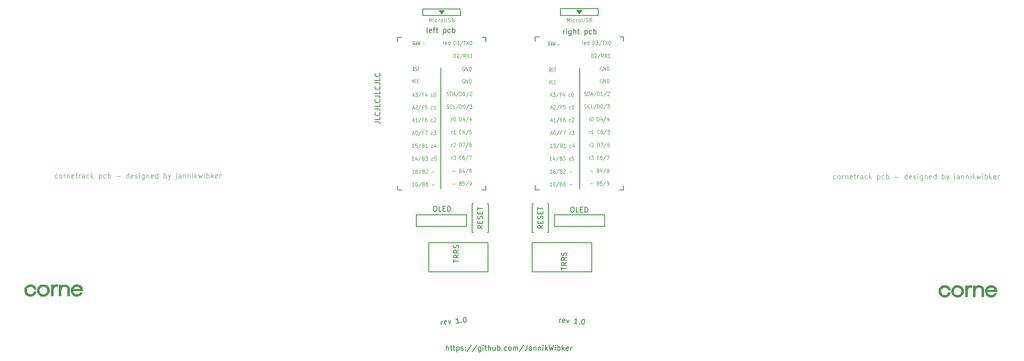
<source format=gbr>
%TF.GenerationSoftware,KiCad,Pcbnew,(5.1.6-0-10_14)*%
%TF.CreationDate,2020-09-28T20:18:44+02:00*%
%TF.ProjectId,corne-cherry,636f726e-652d-4636-9865-7272792e6b69,3.0*%
%TF.SameCoordinates,Original*%
%TF.FileFunction,Legend,Top*%
%TF.FilePolarity,Positive*%
%FSLAX46Y46*%
G04 Gerber Fmt 4.6, Leading zero omitted, Abs format (unit mm)*
G04 Created by KiCad (PCBNEW (5.1.6-0-10_14)) date 2020-09-28 20:18:44*
%MOMM*%
%LPD*%
G01*
G04 APERTURE LIST*
%ADD10C,0.150000*%
%ADD11C,0.125000*%
%ADD12C,0.010000*%
%ADD13C,0.120000*%
G04 APERTURE END LIST*
D10*
X158837714Y-30170380D02*
X158837714Y-29503714D01*
X158837714Y-29694190D02*
X158885333Y-29598952D01*
X158932952Y-29551333D01*
X159028190Y-29503714D01*
X159123428Y-29503714D01*
X159456761Y-30170380D02*
X159456761Y-29503714D01*
X159456761Y-29170380D02*
X159409142Y-29218000D01*
X159456761Y-29265619D01*
X159504380Y-29218000D01*
X159456761Y-29170380D01*
X159456761Y-29265619D01*
X160361523Y-29503714D02*
X160361523Y-30313238D01*
X160313904Y-30408476D01*
X160266285Y-30456095D01*
X160171047Y-30503714D01*
X160028190Y-30503714D01*
X159932952Y-30456095D01*
X160361523Y-30122761D02*
X160266285Y-30170380D01*
X160075809Y-30170380D01*
X159980571Y-30122761D01*
X159932952Y-30075142D01*
X159885333Y-29979904D01*
X159885333Y-29694190D01*
X159932952Y-29598952D01*
X159980571Y-29551333D01*
X160075809Y-29503714D01*
X160266285Y-29503714D01*
X160361523Y-29551333D01*
X160837714Y-30170380D02*
X160837714Y-29170380D01*
X161266285Y-30170380D02*
X161266285Y-29646571D01*
X161218666Y-29551333D01*
X161123428Y-29503714D01*
X160980571Y-29503714D01*
X160885333Y-29551333D01*
X160837714Y-29598952D01*
X161599619Y-29503714D02*
X161980571Y-29503714D01*
X161742476Y-29170380D02*
X161742476Y-30027523D01*
X161790095Y-30122761D01*
X161885333Y-30170380D01*
X161980571Y-30170380D01*
X163075809Y-29503714D02*
X163075809Y-30503714D01*
X163075809Y-29551333D02*
X163171047Y-29503714D01*
X163361523Y-29503714D01*
X163456761Y-29551333D01*
X163504380Y-29598952D01*
X163552000Y-29694190D01*
X163552000Y-29979904D01*
X163504380Y-30075142D01*
X163456761Y-30122761D01*
X163361523Y-30170380D01*
X163171047Y-30170380D01*
X163075809Y-30122761D01*
X164409142Y-30122761D02*
X164313904Y-30170380D01*
X164123428Y-30170380D01*
X164028190Y-30122761D01*
X163980571Y-30075142D01*
X163932952Y-29979904D01*
X163932952Y-29694190D01*
X163980571Y-29598952D01*
X164028190Y-29551333D01*
X164123428Y-29503714D01*
X164313904Y-29503714D01*
X164409142Y-29551333D01*
X164837714Y-30170380D02*
X164837714Y-29170380D01*
X164837714Y-29551333D02*
X164932952Y-29503714D01*
X165123428Y-29503714D01*
X165218666Y-29551333D01*
X165266285Y-29598952D01*
X165313904Y-29694190D01*
X165313904Y-29979904D01*
X165266285Y-30075142D01*
X165218666Y-30122761D01*
X165123428Y-30170380D01*
X164932952Y-30170380D01*
X164837714Y-30122761D01*
X132024761Y-29916380D02*
X131929523Y-29868761D01*
X131881904Y-29773523D01*
X131881904Y-28916380D01*
X132786666Y-29868761D02*
X132691428Y-29916380D01*
X132500952Y-29916380D01*
X132405714Y-29868761D01*
X132358095Y-29773523D01*
X132358095Y-29392571D01*
X132405714Y-29297333D01*
X132500952Y-29249714D01*
X132691428Y-29249714D01*
X132786666Y-29297333D01*
X132834285Y-29392571D01*
X132834285Y-29487809D01*
X132358095Y-29583047D01*
X133120000Y-29249714D02*
X133500952Y-29249714D01*
X133262857Y-29916380D02*
X133262857Y-29059238D01*
X133310476Y-28964000D01*
X133405714Y-28916380D01*
X133500952Y-28916380D01*
X133691428Y-29249714D02*
X134072380Y-29249714D01*
X133834285Y-28916380D02*
X133834285Y-29773523D01*
X133881904Y-29868761D01*
X133977142Y-29916380D01*
X134072380Y-29916380D01*
X135167619Y-29249714D02*
X135167619Y-30249714D01*
X135167619Y-29297333D02*
X135262857Y-29249714D01*
X135453333Y-29249714D01*
X135548571Y-29297333D01*
X135596190Y-29344952D01*
X135643809Y-29440190D01*
X135643809Y-29725904D01*
X135596190Y-29821142D01*
X135548571Y-29868761D01*
X135453333Y-29916380D01*
X135262857Y-29916380D01*
X135167619Y-29868761D01*
X136500952Y-29868761D02*
X136405714Y-29916380D01*
X136215238Y-29916380D01*
X136120000Y-29868761D01*
X136072380Y-29821142D01*
X136024761Y-29725904D01*
X136024761Y-29440190D01*
X136072380Y-29344952D01*
X136120000Y-29297333D01*
X136215238Y-29249714D01*
X136405714Y-29249714D01*
X136500952Y-29297333D01*
X136929523Y-29916380D02*
X136929523Y-28916380D01*
X136929523Y-29297333D02*
X137024761Y-29249714D01*
X137215238Y-29249714D01*
X137310476Y-29297333D01*
X137358095Y-29344952D01*
X137405714Y-29440190D01*
X137405714Y-29725904D01*
X137358095Y-29821142D01*
X137310476Y-29868761D01*
X137215238Y-29916380D01*
X137024761Y-29916380D01*
X136929523Y-29868761D01*
X134620000Y-36830000D02*
X134620000Y-60706000D01*
X162052000Y-36830000D02*
X162052000Y-60706000D01*
X135724857Y-92654380D02*
X135724857Y-91654380D01*
X136153428Y-92654380D02*
X136153428Y-92130571D01*
X136105809Y-92035333D01*
X136010571Y-91987714D01*
X135867714Y-91987714D01*
X135772476Y-92035333D01*
X135724857Y-92082952D01*
X136486761Y-91987714D02*
X136867714Y-91987714D01*
X136629619Y-91654380D02*
X136629619Y-92511523D01*
X136677238Y-92606761D01*
X136772476Y-92654380D01*
X136867714Y-92654380D01*
X137058190Y-91987714D02*
X137439142Y-91987714D01*
X137201047Y-91654380D02*
X137201047Y-92511523D01*
X137248666Y-92606761D01*
X137343904Y-92654380D01*
X137439142Y-92654380D01*
X137772476Y-91987714D02*
X137772476Y-92987714D01*
X137772476Y-92035333D02*
X137867714Y-91987714D01*
X138058190Y-91987714D01*
X138153428Y-92035333D01*
X138201047Y-92082952D01*
X138248666Y-92178190D01*
X138248666Y-92463904D01*
X138201047Y-92559142D01*
X138153428Y-92606761D01*
X138058190Y-92654380D01*
X137867714Y-92654380D01*
X137772476Y-92606761D01*
X138629619Y-92606761D02*
X138724857Y-92654380D01*
X138915333Y-92654380D01*
X139010571Y-92606761D01*
X139058190Y-92511523D01*
X139058190Y-92463904D01*
X139010571Y-92368666D01*
X138915333Y-92321047D01*
X138772476Y-92321047D01*
X138677238Y-92273428D01*
X138629619Y-92178190D01*
X138629619Y-92130571D01*
X138677238Y-92035333D01*
X138772476Y-91987714D01*
X138915333Y-91987714D01*
X139010571Y-92035333D01*
X139486761Y-92559142D02*
X139534380Y-92606761D01*
X139486761Y-92654380D01*
X139439142Y-92606761D01*
X139486761Y-92559142D01*
X139486761Y-92654380D01*
X139486761Y-92035333D02*
X139534380Y-92082952D01*
X139486761Y-92130571D01*
X139439142Y-92082952D01*
X139486761Y-92035333D01*
X139486761Y-92130571D01*
X140677238Y-91606761D02*
X139820095Y-92892476D01*
X141724857Y-91606761D02*
X140867714Y-92892476D01*
X142486761Y-91987714D02*
X142486761Y-92797238D01*
X142439142Y-92892476D01*
X142391523Y-92940095D01*
X142296285Y-92987714D01*
X142153428Y-92987714D01*
X142058190Y-92940095D01*
X142486761Y-92606761D02*
X142391523Y-92654380D01*
X142201047Y-92654380D01*
X142105809Y-92606761D01*
X142058190Y-92559142D01*
X142010571Y-92463904D01*
X142010571Y-92178190D01*
X142058190Y-92082952D01*
X142105809Y-92035333D01*
X142201047Y-91987714D01*
X142391523Y-91987714D01*
X142486761Y-92035333D01*
X142962952Y-92654380D02*
X142962952Y-91987714D01*
X142962952Y-91654380D02*
X142915333Y-91702000D01*
X142962952Y-91749619D01*
X143010571Y-91702000D01*
X142962952Y-91654380D01*
X142962952Y-91749619D01*
X143296285Y-91987714D02*
X143677238Y-91987714D01*
X143439142Y-91654380D02*
X143439142Y-92511523D01*
X143486761Y-92606761D01*
X143582000Y-92654380D01*
X143677238Y-92654380D01*
X144010571Y-92654380D02*
X144010571Y-91654380D01*
X144439142Y-92654380D02*
X144439142Y-92130571D01*
X144391523Y-92035333D01*
X144296285Y-91987714D01*
X144153428Y-91987714D01*
X144058190Y-92035333D01*
X144010571Y-92082952D01*
X145343904Y-91987714D02*
X145343904Y-92654380D01*
X144915333Y-91987714D02*
X144915333Y-92511523D01*
X144962952Y-92606761D01*
X145058190Y-92654380D01*
X145201047Y-92654380D01*
X145296285Y-92606761D01*
X145343904Y-92559142D01*
X145820095Y-92654380D02*
X145820095Y-91654380D01*
X145820095Y-92035333D02*
X145915333Y-91987714D01*
X146105809Y-91987714D01*
X146201047Y-92035333D01*
X146248666Y-92082952D01*
X146296285Y-92178190D01*
X146296285Y-92463904D01*
X146248666Y-92559142D01*
X146201047Y-92606761D01*
X146105809Y-92654380D01*
X145915333Y-92654380D01*
X145820095Y-92606761D01*
X146724857Y-92559142D02*
X146772476Y-92606761D01*
X146724857Y-92654380D01*
X146677238Y-92606761D01*
X146724857Y-92559142D01*
X146724857Y-92654380D01*
X147629619Y-92606761D02*
X147534380Y-92654380D01*
X147343904Y-92654380D01*
X147248666Y-92606761D01*
X147201047Y-92559142D01*
X147153428Y-92463904D01*
X147153428Y-92178190D01*
X147201047Y-92082952D01*
X147248666Y-92035333D01*
X147343904Y-91987714D01*
X147534380Y-91987714D01*
X147629619Y-92035333D01*
X148201047Y-92654380D02*
X148105809Y-92606761D01*
X148058190Y-92559142D01*
X148010571Y-92463904D01*
X148010571Y-92178190D01*
X148058190Y-92082952D01*
X148105809Y-92035333D01*
X148201047Y-91987714D01*
X148343904Y-91987714D01*
X148439142Y-92035333D01*
X148486761Y-92082952D01*
X148534380Y-92178190D01*
X148534380Y-92463904D01*
X148486761Y-92559142D01*
X148439142Y-92606761D01*
X148343904Y-92654380D01*
X148201047Y-92654380D01*
X148962952Y-92654380D02*
X148962952Y-91987714D01*
X148962952Y-92082952D02*
X149010571Y-92035333D01*
X149105809Y-91987714D01*
X149248666Y-91987714D01*
X149343904Y-92035333D01*
X149391523Y-92130571D01*
X149391523Y-92654380D01*
X149391523Y-92130571D02*
X149439142Y-92035333D01*
X149534380Y-91987714D01*
X149677238Y-91987714D01*
X149772476Y-92035333D01*
X149820095Y-92130571D01*
X149820095Y-92654380D01*
X151010571Y-91606761D02*
X150153428Y-92892476D01*
X151629619Y-91654380D02*
X151629619Y-92368666D01*
X151582000Y-92511523D01*
X151486761Y-92606761D01*
X151343904Y-92654380D01*
X151248666Y-92654380D01*
X152534380Y-92654380D02*
X152534380Y-92130571D01*
X152486761Y-92035333D01*
X152391523Y-91987714D01*
X152201047Y-91987714D01*
X152105809Y-92035333D01*
X152534380Y-92606761D02*
X152439142Y-92654380D01*
X152201047Y-92654380D01*
X152105809Y-92606761D01*
X152058190Y-92511523D01*
X152058190Y-92416285D01*
X152105809Y-92321047D01*
X152201047Y-92273428D01*
X152439142Y-92273428D01*
X152534380Y-92225809D01*
X153010571Y-91987714D02*
X153010571Y-92654380D01*
X153010571Y-92082952D02*
X153058190Y-92035333D01*
X153153428Y-91987714D01*
X153296285Y-91987714D01*
X153391523Y-92035333D01*
X153439142Y-92130571D01*
X153439142Y-92654380D01*
X153915333Y-91987714D02*
X153915333Y-92654380D01*
X153915333Y-92082952D02*
X153962952Y-92035333D01*
X154058190Y-91987714D01*
X154201047Y-91987714D01*
X154296285Y-92035333D01*
X154343904Y-92130571D01*
X154343904Y-92654380D01*
X154820095Y-92654380D02*
X154820095Y-91987714D01*
X154820095Y-91654380D02*
X154772476Y-91702000D01*
X154820095Y-91749619D01*
X154867714Y-91702000D01*
X154820095Y-91654380D01*
X154820095Y-91749619D01*
X155296285Y-92654380D02*
X155296285Y-91654380D01*
X155391523Y-92273428D02*
X155677238Y-92654380D01*
X155677238Y-91987714D02*
X155296285Y-92368666D01*
X156010571Y-91654380D02*
X156248666Y-92654380D01*
X156439142Y-91940095D01*
X156629619Y-92654380D01*
X156867714Y-91654380D01*
X157248666Y-92654380D02*
X157248666Y-91987714D01*
X157248666Y-91654380D02*
X157201047Y-91702000D01*
X157248666Y-91749619D01*
X157296285Y-91702000D01*
X157248666Y-91654380D01*
X157248666Y-91749619D01*
X157724857Y-92654380D02*
X157724857Y-91654380D01*
X157724857Y-92035333D02*
X157820095Y-91987714D01*
X158010571Y-91987714D01*
X158105809Y-92035333D01*
X158153428Y-92082952D01*
X158201047Y-92178190D01*
X158201047Y-92463904D01*
X158153428Y-92559142D01*
X158105809Y-92606761D01*
X158010571Y-92654380D01*
X157820095Y-92654380D01*
X157724857Y-92606761D01*
X158629619Y-92654380D02*
X158629619Y-91654380D01*
X158724857Y-92273428D02*
X159010571Y-92654380D01*
X159010571Y-91987714D02*
X158629619Y-92368666D01*
X159820095Y-92606761D02*
X159724857Y-92654380D01*
X159534380Y-92654380D01*
X159439142Y-92606761D01*
X159391523Y-92511523D01*
X159391523Y-92130571D01*
X159439142Y-92035333D01*
X159534380Y-91987714D01*
X159724857Y-91987714D01*
X159820095Y-92035333D01*
X159867714Y-92130571D01*
X159867714Y-92225809D01*
X159391523Y-92321047D01*
X160296285Y-92654380D02*
X160296285Y-91987714D01*
X160296285Y-92178190D02*
X160343904Y-92082952D01*
X160391523Y-92035333D01*
X160486761Y-91987714D01*
X160582000Y-91987714D01*
X134756378Y-87532398D02*
X134698274Y-86868268D01*
X134714875Y-87058020D02*
X134754013Y-86958994D01*
X134797300Y-86907406D01*
X134888026Y-86851667D01*
X134982901Y-86843367D01*
X135748423Y-87397805D02*
X135657697Y-87453543D01*
X135467946Y-87470144D01*
X135368920Y-87431007D01*
X135313181Y-87340281D01*
X135279979Y-86960779D01*
X135319117Y-86861753D01*
X135409842Y-86806014D01*
X135599593Y-86789413D01*
X135698619Y-86828550D01*
X135754358Y-86919276D01*
X135762658Y-87014151D01*
X135296580Y-87150530D01*
X136073972Y-86747910D02*
X136369265Y-87391289D01*
X136548350Y-86706408D01*
X138266779Y-87225278D02*
X137697524Y-87275081D01*
X137982152Y-87250179D02*
X137894996Y-86253985D01*
X137812571Y-86404599D01*
X137725996Y-86507775D01*
X137635270Y-86563513D01*
X138685419Y-87093050D02*
X138737007Y-87136337D01*
X138693719Y-87187925D01*
X138642131Y-87144638D01*
X138685419Y-87093050D01*
X138693719Y-87187925D01*
X139270693Y-86133627D02*
X139365569Y-86125326D01*
X139464595Y-86164464D01*
X139516183Y-86207751D01*
X139571921Y-86298477D01*
X139635960Y-86484078D01*
X139656712Y-86721267D01*
X139625875Y-86915169D01*
X139586738Y-87014195D01*
X139543450Y-87065783D01*
X139452725Y-87121521D01*
X139357849Y-87129822D01*
X139258823Y-87090684D01*
X139207235Y-87047397D01*
X139151496Y-86956671D01*
X139087458Y-86771070D01*
X139066706Y-86533881D01*
X139097543Y-86339979D01*
X139136680Y-86240953D01*
X139179968Y-86189365D01*
X139270693Y-86133627D01*
X158045523Y-87104920D02*
X158103627Y-86440790D01*
X158087026Y-86630541D02*
X158142764Y-86539816D01*
X158194352Y-86496529D01*
X158293378Y-86457391D01*
X158388254Y-86465692D01*
X159045868Y-87144638D02*
X158946842Y-87183775D01*
X158757091Y-87167174D01*
X158666365Y-87111436D01*
X158627228Y-87012410D01*
X158660430Y-86632907D01*
X158716169Y-86542182D01*
X158815194Y-86503044D01*
X159004946Y-86519645D01*
X159095671Y-86575384D01*
X159134809Y-86674410D01*
X159126508Y-86769285D01*
X158643829Y-86822658D01*
X159479324Y-86561148D02*
X159658410Y-87246029D01*
X159953703Y-86602651D01*
X161555923Y-87412040D02*
X160986669Y-87362237D01*
X161271296Y-87387139D02*
X161358452Y-86390944D01*
X161251126Y-86524957D01*
X161147949Y-86611532D01*
X161048923Y-86650669D01*
X161991164Y-87354517D02*
X162034452Y-87406105D01*
X161982864Y-87449393D01*
X161939576Y-87397805D01*
X161991164Y-87354517D01*
X161982864Y-87449393D01*
X162734149Y-86511302D02*
X162829025Y-86519602D01*
X162919751Y-86575341D01*
X162963038Y-86626929D01*
X163002175Y-86725955D01*
X163033012Y-86919856D01*
X163012261Y-87157046D01*
X162948222Y-87342647D01*
X162892484Y-87433372D01*
X162840895Y-87476660D01*
X162741869Y-87515797D01*
X162646994Y-87507496D01*
X162556268Y-87451758D01*
X162512981Y-87400170D01*
X162473843Y-87301144D01*
X162443007Y-87107242D01*
X162463758Y-86870053D01*
X162527797Y-86684452D01*
X162583535Y-86593727D01*
X162635124Y-86550439D01*
X162734149Y-86511302D01*
X121626380Y-47545047D02*
X122340666Y-47545047D01*
X122483523Y-47592666D01*
X122578761Y-47687904D01*
X122626380Y-47830761D01*
X122626380Y-47926000D01*
X122626380Y-46592666D02*
X122626380Y-47068857D01*
X121626380Y-47068857D01*
X122531142Y-45687904D02*
X122578761Y-45735523D01*
X122626380Y-45878380D01*
X122626380Y-45973619D01*
X122578761Y-46116476D01*
X122483523Y-46211714D01*
X122388285Y-46259333D01*
X122197809Y-46306952D01*
X122054952Y-46306952D01*
X121864476Y-46259333D01*
X121769238Y-46211714D01*
X121674000Y-46116476D01*
X121626380Y-45973619D01*
X121626380Y-45878380D01*
X121674000Y-45735523D01*
X121721619Y-45687904D01*
X121626380Y-44973619D02*
X122340666Y-44973619D01*
X122483523Y-45021238D01*
X122578761Y-45116476D01*
X122626380Y-45259333D01*
X122626380Y-45354571D01*
X122626380Y-44021238D02*
X122626380Y-44497428D01*
X121626380Y-44497428D01*
X122531142Y-43116476D02*
X122578761Y-43164095D01*
X122626380Y-43306952D01*
X122626380Y-43402190D01*
X122578761Y-43545047D01*
X122483523Y-43640285D01*
X122388285Y-43687904D01*
X122197809Y-43735523D01*
X122054952Y-43735523D01*
X121864476Y-43687904D01*
X121769238Y-43640285D01*
X121674000Y-43545047D01*
X121626380Y-43402190D01*
X121626380Y-43306952D01*
X121674000Y-43164095D01*
X121721619Y-43116476D01*
X121626380Y-42402190D02*
X122340666Y-42402190D01*
X122483523Y-42449809D01*
X122578761Y-42545047D01*
X122626380Y-42687904D01*
X122626380Y-42783142D01*
X122626380Y-41449809D02*
X122626380Y-41926000D01*
X121626380Y-41926000D01*
X122531142Y-40545047D02*
X122578761Y-40592666D01*
X122626380Y-40735523D01*
X122626380Y-40830761D01*
X122578761Y-40973619D01*
X122483523Y-41068857D01*
X122388285Y-41116476D01*
X122197809Y-41164095D01*
X122054952Y-41164095D01*
X121864476Y-41116476D01*
X121769238Y-41068857D01*
X121674000Y-40973619D01*
X121626380Y-40830761D01*
X121626380Y-40735523D01*
X121674000Y-40592666D01*
X121721619Y-40545047D01*
X121626380Y-39830761D02*
X122340666Y-39830761D01*
X122483523Y-39878380D01*
X122578761Y-39973619D01*
X122626380Y-40116476D01*
X122626380Y-40211714D01*
X122626380Y-38878380D02*
X122626380Y-39354571D01*
X121626380Y-39354571D01*
X122531142Y-37973619D02*
X122578761Y-38021238D01*
X122626380Y-38164095D01*
X122626380Y-38259333D01*
X122578761Y-38402190D01*
X122483523Y-38497428D01*
X122388285Y-38545047D01*
X122197809Y-38592666D01*
X122054952Y-38592666D01*
X121864476Y-38545047D01*
X121769238Y-38497428D01*
X121674000Y-38402190D01*
X121626380Y-38259333D01*
X121626380Y-38164095D01*
X121674000Y-38021238D01*
X121721619Y-37973619D01*
D11*
X58913916Y-58570761D02*
X58818678Y-58618380D01*
X58628202Y-58618380D01*
X58532964Y-58570761D01*
X58485345Y-58523142D01*
X58437726Y-58427904D01*
X58437726Y-58142190D01*
X58485345Y-58046952D01*
X58532964Y-57999333D01*
X58628202Y-57951714D01*
X58818678Y-57951714D01*
X58913916Y-57999333D01*
X59485345Y-58618380D02*
X59390107Y-58570761D01*
X59342488Y-58523142D01*
X59294869Y-58427904D01*
X59294869Y-58142190D01*
X59342488Y-58046952D01*
X59390107Y-57999333D01*
X59485345Y-57951714D01*
X59628202Y-57951714D01*
X59723440Y-57999333D01*
X59771059Y-58046952D01*
X59818678Y-58142190D01*
X59818678Y-58427904D01*
X59771059Y-58523142D01*
X59723440Y-58570761D01*
X59628202Y-58618380D01*
X59485345Y-58618380D01*
X60247250Y-58618380D02*
X60247250Y-57951714D01*
X60247250Y-58142190D02*
X60294869Y-58046952D01*
X60342488Y-57999333D01*
X60437726Y-57951714D01*
X60532964Y-57951714D01*
X60866297Y-57951714D02*
X60866297Y-58618380D01*
X60866297Y-58046952D02*
X60913916Y-57999333D01*
X61009154Y-57951714D01*
X61152011Y-57951714D01*
X61247250Y-57999333D01*
X61294869Y-58094571D01*
X61294869Y-58618380D01*
X62152011Y-58570761D02*
X62056773Y-58618380D01*
X61866297Y-58618380D01*
X61771059Y-58570761D01*
X61723440Y-58475523D01*
X61723440Y-58094571D01*
X61771059Y-57999333D01*
X61866297Y-57951714D01*
X62056773Y-57951714D01*
X62152011Y-57999333D01*
X62199630Y-58094571D01*
X62199630Y-58189809D01*
X61723440Y-58285047D01*
X62485345Y-57951714D02*
X62866297Y-57951714D01*
X62628202Y-57618380D02*
X62628202Y-58475523D01*
X62675821Y-58570761D01*
X62771059Y-58618380D01*
X62866297Y-58618380D01*
X63199630Y-58618380D02*
X63199630Y-57951714D01*
X63199630Y-58142190D02*
X63247250Y-58046952D01*
X63294869Y-57999333D01*
X63390107Y-57951714D01*
X63485345Y-57951714D01*
X64247250Y-58618380D02*
X64247250Y-58094571D01*
X64199630Y-57999333D01*
X64104392Y-57951714D01*
X63913916Y-57951714D01*
X63818678Y-57999333D01*
X64247250Y-58570761D02*
X64152011Y-58618380D01*
X63913916Y-58618380D01*
X63818678Y-58570761D01*
X63771059Y-58475523D01*
X63771059Y-58380285D01*
X63818678Y-58285047D01*
X63913916Y-58237428D01*
X64152011Y-58237428D01*
X64247250Y-58189809D01*
X65152011Y-58570761D02*
X65056773Y-58618380D01*
X64866297Y-58618380D01*
X64771059Y-58570761D01*
X64723440Y-58523142D01*
X64675821Y-58427904D01*
X64675821Y-58142190D01*
X64723440Y-58046952D01*
X64771059Y-57999333D01*
X64866297Y-57951714D01*
X65056773Y-57951714D01*
X65152011Y-57999333D01*
X65580583Y-58618380D02*
X65580583Y-57618380D01*
X65675821Y-58237428D02*
X65961535Y-58618380D01*
X65961535Y-57951714D02*
X65580583Y-58332666D01*
X67152011Y-57951714D02*
X67152011Y-58951714D01*
X67152011Y-57999333D02*
X67247250Y-57951714D01*
X67437726Y-57951714D01*
X67532964Y-57999333D01*
X67580583Y-58046952D01*
X67628202Y-58142190D01*
X67628202Y-58427904D01*
X67580583Y-58523142D01*
X67532964Y-58570761D01*
X67437726Y-58618380D01*
X67247250Y-58618380D01*
X67152011Y-58570761D01*
X68485345Y-58570761D02*
X68390107Y-58618380D01*
X68199630Y-58618380D01*
X68104392Y-58570761D01*
X68056773Y-58523142D01*
X68009154Y-58427904D01*
X68009154Y-58142190D01*
X68056773Y-58046952D01*
X68104392Y-57999333D01*
X68199630Y-57951714D01*
X68390107Y-57951714D01*
X68485345Y-57999333D01*
X68913916Y-58618380D02*
X68913916Y-57618380D01*
X68913916Y-57999333D02*
X69009154Y-57951714D01*
X69199630Y-57951714D01*
X69294869Y-57999333D01*
X69342488Y-58046952D01*
X69390107Y-58142190D01*
X69390107Y-58427904D01*
X69342488Y-58523142D01*
X69294869Y-58570761D01*
X69199630Y-58618380D01*
X69009154Y-58618380D01*
X68913916Y-58570761D01*
X70580583Y-58237428D02*
X71342488Y-58237428D01*
X73009154Y-58618380D02*
X73009154Y-57618380D01*
X73009154Y-58570761D02*
X72913916Y-58618380D01*
X72723440Y-58618380D01*
X72628202Y-58570761D01*
X72580583Y-58523142D01*
X72532964Y-58427904D01*
X72532964Y-58142190D01*
X72580583Y-58046952D01*
X72628202Y-57999333D01*
X72723440Y-57951714D01*
X72913916Y-57951714D01*
X73009154Y-57999333D01*
X73866297Y-58570761D02*
X73771059Y-58618380D01*
X73580583Y-58618380D01*
X73485345Y-58570761D01*
X73437726Y-58475523D01*
X73437726Y-58094571D01*
X73485345Y-57999333D01*
X73580583Y-57951714D01*
X73771059Y-57951714D01*
X73866297Y-57999333D01*
X73913916Y-58094571D01*
X73913916Y-58189809D01*
X73437726Y-58285047D01*
X74294869Y-58570761D02*
X74390107Y-58618380D01*
X74580583Y-58618380D01*
X74675821Y-58570761D01*
X74723440Y-58475523D01*
X74723440Y-58427904D01*
X74675821Y-58332666D01*
X74580583Y-58285047D01*
X74437726Y-58285047D01*
X74342488Y-58237428D01*
X74294869Y-58142190D01*
X74294869Y-58094571D01*
X74342488Y-57999333D01*
X74437726Y-57951714D01*
X74580583Y-57951714D01*
X74675821Y-57999333D01*
X75152011Y-58618380D02*
X75152011Y-57951714D01*
X75152011Y-57618380D02*
X75104392Y-57666000D01*
X75152011Y-57713619D01*
X75199630Y-57666000D01*
X75152011Y-57618380D01*
X75152011Y-57713619D01*
X76056773Y-57951714D02*
X76056773Y-58761238D01*
X76009154Y-58856476D01*
X75961535Y-58904095D01*
X75866297Y-58951714D01*
X75723440Y-58951714D01*
X75628202Y-58904095D01*
X76056773Y-58570761D02*
X75961535Y-58618380D01*
X75771059Y-58618380D01*
X75675821Y-58570761D01*
X75628202Y-58523142D01*
X75580583Y-58427904D01*
X75580583Y-58142190D01*
X75628202Y-58046952D01*
X75675821Y-57999333D01*
X75771059Y-57951714D01*
X75961535Y-57951714D01*
X76056773Y-57999333D01*
X76532964Y-57951714D02*
X76532964Y-58618380D01*
X76532964Y-58046952D02*
X76580583Y-57999333D01*
X76675821Y-57951714D01*
X76818678Y-57951714D01*
X76913916Y-57999333D01*
X76961535Y-58094571D01*
X76961535Y-58618380D01*
X77818678Y-58570761D02*
X77723440Y-58618380D01*
X77532964Y-58618380D01*
X77437726Y-58570761D01*
X77390107Y-58475523D01*
X77390107Y-58094571D01*
X77437726Y-57999333D01*
X77532964Y-57951714D01*
X77723440Y-57951714D01*
X77818678Y-57999333D01*
X77866297Y-58094571D01*
X77866297Y-58189809D01*
X77390107Y-58285047D01*
X78723440Y-58618380D02*
X78723440Y-57618380D01*
X78723440Y-58570761D02*
X78628202Y-58618380D01*
X78437726Y-58618380D01*
X78342488Y-58570761D01*
X78294869Y-58523142D01*
X78247250Y-58427904D01*
X78247250Y-58142190D01*
X78294869Y-58046952D01*
X78342488Y-57999333D01*
X78437726Y-57951714D01*
X78628202Y-57951714D01*
X78723440Y-57999333D01*
X79961535Y-58618380D02*
X79961535Y-57618380D01*
X79961535Y-57999333D02*
X80056773Y-57951714D01*
X80247250Y-57951714D01*
X80342488Y-57999333D01*
X80390107Y-58046952D01*
X80437726Y-58142190D01*
X80437726Y-58427904D01*
X80390107Y-58523142D01*
X80342488Y-58570761D01*
X80247250Y-58618380D01*
X80056773Y-58618380D01*
X79961535Y-58570761D01*
X80771059Y-57951714D02*
X81009154Y-58618380D01*
X81247250Y-57951714D02*
X81009154Y-58618380D01*
X80913916Y-58856476D01*
X80866297Y-58904095D01*
X80771059Y-58951714D01*
X82390107Y-57951714D02*
X82390107Y-58808857D01*
X82342488Y-58904095D01*
X82247250Y-58951714D01*
X82199630Y-58951714D01*
X82390107Y-57618380D02*
X82342488Y-57666000D01*
X82390107Y-57713619D01*
X82437726Y-57666000D01*
X82390107Y-57618380D01*
X82390107Y-57713619D01*
X83294869Y-58618380D02*
X83294869Y-58094571D01*
X83247250Y-57999333D01*
X83152011Y-57951714D01*
X82961535Y-57951714D01*
X82866297Y-57999333D01*
X83294869Y-58570761D02*
X83199630Y-58618380D01*
X82961535Y-58618380D01*
X82866297Y-58570761D01*
X82818678Y-58475523D01*
X82818678Y-58380285D01*
X82866297Y-58285047D01*
X82961535Y-58237428D01*
X83199630Y-58237428D01*
X83294869Y-58189809D01*
X83771059Y-57951714D02*
X83771059Y-58618380D01*
X83771059Y-58046952D02*
X83818678Y-57999333D01*
X83913916Y-57951714D01*
X84056773Y-57951714D01*
X84152011Y-57999333D01*
X84199630Y-58094571D01*
X84199630Y-58618380D01*
X84675821Y-57951714D02*
X84675821Y-58618380D01*
X84675821Y-58046952D02*
X84723440Y-57999333D01*
X84818678Y-57951714D01*
X84961535Y-57951714D01*
X85056773Y-57999333D01*
X85104392Y-58094571D01*
X85104392Y-58618380D01*
X85580583Y-58618380D02*
X85580583Y-57951714D01*
X85580583Y-57618380D02*
X85532964Y-57666000D01*
X85580583Y-57713619D01*
X85628202Y-57666000D01*
X85580583Y-57618380D01*
X85580583Y-57713619D01*
X86056773Y-58618380D02*
X86056773Y-57618380D01*
X86152011Y-58237428D02*
X86437726Y-58618380D01*
X86437726Y-57951714D02*
X86056773Y-58332666D01*
X86771059Y-57951714D02*
X86961535Y-58618380D01*
X87152011Y-58142190D01*
X87342488Y-58618380D01*
X87532964Y-57951714D01*
X87913916Y-58618380D02*
X87913916Y-57951714D01*
X87913916Y-57618380D02*
X87866297Y-57666000D01*
X87913916Y-57713619D01*
X87961535Y-57666000D01*
X87913916Y-57618380D01*
X87913916Y-57713619D01*
X88390107Y-58618380D02*
X88390107Y-57618380D01*
X88390107Y-57999333D02*
X88485345Y-57951714D01*
X88675821Y-57951714D01*
X88771059Y-57999333D01*
X88818678Y-58046952D01*
X88866297Y-58142190D01*
X88866297Y-58427904D01*
X88818678Y-58523142D01*
X88771059Y-58570761D01*
X88675821Y-58618380D01*
X88485345Y-58618380D01*
X88390107Y-58570761D01*
X89294869Y-58618380D02*
X89294869Y-57618380D01*
X89390107Y-58237428D02*
X89675821Y-58618380D01*
X89675821Y-57951714D02*
X89294869Y-58332666D01*
X90485345Y-58570761D02*
X90390107Y-58618380D01*
X90199630Y-58618380D01*
X90104392Y-58570761D01*
X90056773Y-58475523D01*
X90056773Y-58094571D01*
X90104392Y-57999333D01*
X90199630Y-57951714D01*
X90390107Y-57951714D01*
X90485345Y-57999333D01*
X90532964Y-58094571D01*
X90532964Y-58189809D01*
X90056773Y-58285047D01*
X90961535Y-58618380D02*
X90961535Y-57951714D01*
X90961535Y-58142190D02*
X91009154Y-58046952D01*
X91056773Y-57999333D01*
X91152011Y-57951714D01*
X91247249Y-57951714D01*
X212580416Y-58734761D02*
X212485178Y-58782380D01*
X212294702Y-58782380D01*
X212199464Y-58734761D01*
X212151845Y-58687142D01*
X212104226Y-58591904D01*
X212104226Y-58306190D01*
X212151845Y-58210952D01*
X212199464Y-58163333D01*
X212294702Y-58115714D01*
X212485178Y-58115714D01*
X212580416Y-58163333D01*
X213151845Y-58782380D02*
X213056607Y-58734761D01*
X213008988Y-58687142D01*
X212961369Y-58591904D01*
X212961369Y-58306190D01*
X213008988Y-58210952D01*
X213056607Y-58163333D01*
X213151845Y-58115714D01*
X213294702Y-58115714D01*
X213389940Y-58163333D01*
X213437559Y-58210952D01*
X213485178Y-58306190D01*
X213485178Y-58591904D01*
X213437559Y-58687142D01*
X213389940Y-58734761D01*
X213294702Y-58782380D01*
X213151845Y-58782380D01*
X213913750Y-58782380D02*
X213913750Y-58115714D01*
X213913750Y-58306190D02*
X213961369Y-58210952D01*
X214008988Y-58163333D01*
X214104226Y-58115714D01*
X214199464Y-58115714D01*
X214532797Y-58115714D02*
X214532797Y-58782380D01*
X214532797Y-58210952D02*
X214580416Y-58163333D01*
X214675654Y-58115714D01*
X214818511Y-58115714D01*
X214913750Y-58163333D01*
X214961369Y-58258571D01*
X214961369Y-58782380D01*
X215818511Y-58734761D02*
X215723273Y-58782380D01*
X215532797Y-58782380D01*
X215437559Y-58734761D01*
X215389940Y-58639523D01*
X215389940Y-58258571D01*
X215437559Y-58163333D01*
X215532797Y-58115714D01*
X215723273Y-58115714D01*
X215818511Y-58163333D01*
X215866130Y-58258571D01*
X215866130Y-58353809D01*
X215389940Y-58449047D01*
X216151845Y-58115714D02*
X216532797Y-58115714D01*
X216294702Y-57782380D02*
X216294702Y-58639523D01*
X216342321Y-58734761D01*
X216437559Y-58782380D01*
X216532797Y-58782380D01*
X216866130Y-58782380D02*
X216866130Y-58115714D01*
X216866130Y-58306190D02*
X216913750Y-58210952D01*
X216961369Y-58163333D01*
X217056607Y-58115714D01*
X217151845Y-58115714D01*
X217913750Y-58782380D02*
X217913750Y-58258571D01*
X217866130Y-58163333D01*
X217770892Y-58115714D01*
X217580416Y-58115714D01*
X217485178Y-58163333D01*
X217913750Y-58734761D02*
X217818511Y-58782380D01*
X217580416Y-58782380D01*
X217485178Y-58734761D01*
X217437559Y-58639523D01*
X217437559Y-58544285D01*
X217485178Y-58449047D01*
X217580416Y-58401428D01*
X217818511Y-58401428D01*
X217913750Y-58353809D01*
X218818511Y-58734761D02*
X218723273Y-58782380D01*
X218532797Y-58782380D01*
X218437559Y-58734761D01*
X218389940Y-58687142D01*
X218342321Y-58591904D01*
X218342321Y-58306190D01*
X218389940Y-58210952D01*
X218437559Y-58163333D01*
X218532797Y-58115714D01*
X218723273Y-58115714D01*
X218818511Y-58163333D01*
X219247083Y-58782380D02*
X219247083Y-57782380D01*
X219342321Y-58401428D02*
X219628035Y-58782380D01*
X219628035Y-58115714D02*
X219247083Y-58496666D01*
X220818511Y-58115714D02*
X220818511Y-59115714D01*
X220818511Y-58163333D02*
X220913750Y-58115714D01*
X221104226Y-58115714D01*
X221199464Y-58163333D01*
X221247083Y-58210952D01*
X221294702Y-58306190D01*
X221294702Y-58591904D01*
X221247083Y-58687142D01*
X221199464Y-58734761D01*
X221104226Y-58782380D01*
X220913750Y-58782380D01*
X220818511Y-58734761D01*
X222151845Y-58734761D02*
X222056607Y-58782380D01*
X221866130Y-58782380D01*
X221770892Y-58734761D01*
X221723273Y-58687142D01*
X221675654Y-58591904D01*
X221675654Y-58306190D01*
X221723273Y-58210952D01*
X221770892Y-58163333D01*
X221866130Y-58115714D01*
X222056607Y-58115714D01*
X222151845Y-58163333D01*
X222580416Y-58782380D02*
X222580416Y-57782380D01*
X222580416Y-58163333D02*
X222675654Y-58115714D01*
X222866130Y-58115714D01*
X222961369Y-58163333D01*
X223008988Y-58210952D01*
X223056607Y-58306190D01*
X223056607Y-58591904D01*
X223008988Y-58687142D01*
X222961369Y-58734761D01*
X222866130Y-58782380D01*
X222675654Y-58782380D01*
X222580416Y-58734761D01*
X224247083Y-58401428D02*
X225008988Y-58401428D01*
X226675654Y-58782380D02*
X226675654Y-57782380D01*
X226675654Y-58734761D02*
X226580416Y-58782380D01*
X226389940Y-58782380D01*
X226294702Y-58734761D01*
X226247083Y-58687142D01*
X226199464Y-58591904D01*
X226199464Y-58306190D01*
X226247083Y-58210952D01*
X226294702Y-58163333D01*
X226389940Y-58115714D01*
X226580416Y-58115714D01*
X226675654Y-58163333D01*
X227532797Y-58734761D02*
X227437559Y-58782380D01*
X227247083Y-58782380D01*
X227151845Y-58734761D01*
X227104226Y-58639523D01*
X227104226Y-58258571D01*
X227151845Y-58163333D01*
X227247083Y-58115714D01*
X227437559Y-58115714D01*
X227532797Y-58163333D01*
X227580416Y-58258571D01*
X227580416Y-58353809D01*
X227104226Y-58449047D01*
X227961369Y-58734761D02*
X228056607Y-58782380D01*
X228247083Y-58782380D01*
X228342321Y-58734761D01*
X228389940Y-58639523D01*
X228389940Y-58591904D01*
X228342321Y-58496666D01*
X228247083Y-58449047D01*
X228104226Y-58449047D01*
X228008988Y-58401428D01*
X227961369Y-58306190D01*
X227961369Y-58258571D01*
X228008988Y-58163333D01*
X228104226Y-58115714D01*
X228247083Y-58115714D01*
X228342321Y-58163333D01*
X228818511Y-58782380D02*
X228818511Y-58115714D01*
X228818511Y-57782380D02*
X228770892Y-57830000D01*
X228818511Y-57877619D01*
X228866130Y-57830000D01*
X228818511Y-57782380D01*
X228818511Y-57877619D01*
X229723273Y-58115714D02*
X229723273Y-58925238D01*
X229675654Y-59020476D01*
X229628035Y-59068095D01*
X229532797Y-59115714D01*
X229389940Y-59115714D01*
X229294702Y-59068095D01*
X229723273Y-58734761D02*
X229628035Y-58782380D01*
X229437559Y-58782380D01*
X229342321Y-58734761D01*
X229294702Y-58687142D01*
X229247083Y-58591904D01*
X229247083Y-58306190D01*
X229294702Y-58210952D01*
X229342321Y-58163333D01*
X229437559Y-58115714D01*
X229628035Y-58115714D01*
X229723273Y-58163333D01*
X230199464Y-58115714D02*
X230199464Y-58782380D01*
X230199464Y-58210952D02*
X230247083Y-58163333D01*
X230342321Y-58115714D01*
X230485178Y-58115714D01*
X230580416Y-58163333D01*
X230628035Y-58258571D01*
X230628035Y-58782380D01*
X231485178Y-58734761D02*
X231389940Y-58782380D01*
X231199464Y-58782380D01*
X231104226Y-58734761D01*
X231056607Y-58639523D01*
X231056607Y-58258571D01*
X231104226Y-58163333D01*
X231199464Y-58115714D01*
X231389940Y-58115714D01*
X231485178Y-58163333D01*
X231532797Y-58258571D01*
X231532797Y-58353809D01*
X231056607Y-58449047D01*
X232389940Y-58782380D02*
X232389940Y-57782380D01*
X232389940Y-58734761D02*
X232294702Y-58782380D01*
X232104226Y-58782380D01*
X232008988Y-58734761D01*
X231961369Y-58687142D01*
X231913750Y-58591904D01*
X231913750Y-58306190D01*
X231961369Y-58210952D01*
X232008988Y-58163333D01*
X232104226Y-58115714D01*
X232294702Y-58115714D01*
X232389940Y-58163333D01*
X233628035Y-58782380D02*
X233628035Y-57782380D01*
X233628035Y-58163333D02*
X233723273Y-58115714D01*
X233913750Y-58115714D01*
X234008988Y-58163333D01*
X234056607Y-58210952D01*
X234104226Y-58306190D01*
X234104226Y-58591904D01*
X234056607Y-58687142D01*
X234008988Y-58734761D01*
X233913750Y-58782380D01*
X233723273Y-58782380D01*
X233628035Y-58734761D01*
X234437559Y-58115714D02*
X234675654Y-58782380D01*
X234913750Y-58115714D02*
X234675654Y-58782380D01*
X234580416Y-59020476D01*
X234532797Y-59068095D01*
X234437559Y-59115714D01*
X236056607Y-58115714D02*
X236056607Y-58972857D01*
X236008988Y-59068095D01*
X235913750Y-59115714D01*
X235866130Y-59115714D01*
X236056607Y-57782380D02*
X236008988Y-57830000D01*
X236056607Y-57877619D01*
X236104226Y-57830000D01*
X236056607Y-57782380D01*
X236056607Y-57877619D01*
X236961369Y-58782380D02*
X236961369Y-58258571D01*
X236913750Y-58163333D01*
X236818511Y-58115714D01*
X236628035Y-58115714D01*
X236532797Y-58163333D01*
X236961369Y-58734761D02*
X236866130Y-58782380D01*
X236628035Y-58782380D01*
X236532797Y-58734761D01*
X236485178Y-58639523D01*
X236485178Y-58544285D01*
X236532797Y-58449047D01*
X236628035Y-58401428D01*
X236866130Y-58401428D01*
X236961369Y-58353809D01*
X237437559Y-58115714D02*
X237437559Y-58782380D01*
X237437559Y-58210952D02*
X237485178Y-58163333D01*
X237580416Y-58115714D01*
X237723273Y-58115714D01*
X237818511Y-58163333D01*
X237866130Y-58258571D01*
X237866130Y-58782380D01*
X238342321Y-58115714D02*
X238342321Y-58782380D01*
X238342321Y-58210952D02*
X238389940Y-58163333D01*
X238485178Y-58115714D01*
X238628035Y-58115714D01*
X238723273Y-58163333D01*
X238770892Y-58258571D01*
X238770892Y-58782380D01*
X239247083Y-58782380D02*
X239247083Y-58115714D01*
X239247083Y-57782380D02*
X239199464Y-57830000D01*
X239247083Y-57877619D01*
X239294702Y-57830000D01*
X239247083Y-57782380D01*
X239247083Y-57877619D01*
X239723273Y-58782380D02*
X239723273Y-57782380D01*
X239818511Y-58401428D02*
X240104226Y-58782380D01*
X240104226Y-58115714D02*
X239723273Y-58496666D01*
X240437559Y-58115714D02*
X240628035Y-58782380D01*
X240818511Y-58306190D01*
X241008988Y-58782380D01*
X241199464Y-58115714D01*
X241580416Y-58782380D02*
X241580416Y-58115714D01*
X241580416Y-57782380D02*
X241532797Y-57830000D01*
X241580416Y-57877619D01*
X241628035Y-57830000D01*
X241580416Y-57782380D01*
X241580416Y-57877619D01*
X242056607Y-58782380D02*
X242056607Y-57782380D01*
X242056607Y-58163333D02*
X242151845Y-58115714D01*
X242342321Y-58115714D01*
X242437559Y-58163333D01*
X242485178Y-58210952D01*
X242532797Y-58306190D01*
X242532797Y-58591904D01*
X242485178Y-58687142D01*
X242437559Y-58734761D01*
X242342321Y-58782380D01*
X242151845Y-58782380D01*
X242056607Y-58734761D01*
X242961369Y-58782380D02*
X242961369Y-57782380D01*
X243056607Y-58401428D02*
X243342321Y-58782380D01*
X243342321Y-58115714D02*
X242961369Y-58496666D01*
X244151845Y-58734761D02*
X244056607Y-58782380D01*
X243866130Y-58782380D01*
X243770892Y-58734761D01*
X243723273Y-58639523D01*
X243723273Y-58258571D01*
X243770892Y-58163333D01*
X243866130Y-58115714D01*
X244056607Y-58115714D01*
X244151845Y-58163333D01*
X244199464Y-58258571D01*
X244199464Y-58353809D01*
X243723273Y-58449047D01*
X244628035Y-58782380D02*
X244628035Y-58115714D01*
X244628035Y-58306190D02*
X244675654Y-58210952D01*
X244723273Y-58163333D01*
X244818511Y-58115714D01*
X244913750Y-58115714D01*
D12*
%TO.C,G\u002A\u002A\u002A*%
G36*
X234337049Y-79815988D02*
G01*
X234451748Y-79842102D01*
X234672850Y-79932639D01*
X234864293Y-80059036D01*
X235021222Y-80216988D01*
X235138782Y-80402188D01*
X235173437Y-80482254D01*
X235207464Y-80575731D01*
X235219083Y-80634761D01*
X235201798Y-80667261D01*
X235149112Y-80681149D01*
X235054529Y-80684343D01*
X235007569Y-80684400D01*
X234793639Y-80684399D01*
X234762733Y-80590754D01*
X234696143Y-80464894D01*
X234589638Y-80353503D01*
X234453463Y-80263012D01*
X234297864Y-80199854D01*
X234133085Y-80170461D01*
X234091199Y-80169142D01*
X233908869Y-80191910D01*
X233738565Y-80256221D01*
X233589016Y-80356089D01*
X233468953Y-80485526D01*
X233387105Y-80638547D01*
X233380907Y-80656267D01*
X233347356Y-80814924D01*
X233341573Y-80990402D01*
X233362259Y-81164327D01*
X233408113Y-81318322D01*
X233431175Y-81366531D01*
X233536904Y-81517138D01*
X233671779Y-81629303D01*
X233819102Y-81700915D01*
X233997789Y-81743926D01*
X234177259Y-81743773D01*
X234349072Y-81703785D01*
X234504790Y-81627291D01*
X234635974Y-81517622D01*
X234734184Y-81378106D01*
X234755767Y-81331389D01*
X234802400Y-81217990D01*
X235011950Y-81217895D01*
X235114668Y-81218561D01*
X235176784Y-81222620D01*
X235208495Y-81232992D01*
X235219997Y-81252594D01*
X235221500Y-81277887D01*
X235205975Y-81352902D01*
X235164424Y-81452781D01*
X235104378Y-81564252D01*
X235033369Y-81674041D01*
X234958929Y-81768876D01*
X234920038Y-81809119D01*
X234740264Y-81944131D01*
X234531407Y-82044811D01*
X234304560Y-82107913D01*
X234070818Y-82130194D01*
X233875300Y-82114664D01*
X233682087Y-82063943D01*
X233494451Y-81980877D01*
X233324760Y-81872860D01*
X233185383Y-81747289D01*
X233118489Y-81662165D01*
X233037160Y-81527841D01*
X232981270Y-81402887D01*
X232946691Y-81272138D01*
X232929293Y-81120430D01*
X232924914Y-80951100D01*
X232926419Y-80810194D01*
X232932121Y-80706188D01*
X232943798Y-80625236D01*
X232963230Y-80553494D01*
X232982851Y-80500197D01*
X233088497Y-80300543D01*
X233234762Y-80124026D01*
X233413876Y-79978316D01*
X233618069Y-79871085D01*
X233621300Y-79869802D01*
X233777283Y-79825914D01*
X233961255Y-79801892D01*
X234154187Y-79798372D01*
X234337049Y-79815988D01*
G37*
X234337049Y-79815988D02*
X234451748Y-79842102D01*
X234672850Y-79932639D01*
X234864293Y-80059036D01*
X235021222Y-80216988D01*
X235138782Y-80402188D01*
X235173437Y-80482254D01*
X235207464Y-80575731D01*
X235219083Y-80634761D01*
X235201798Y-80667261D01*
X235149112Y-80681149D01*
X235054529Y-80684343D01*
X235007569Y-80684400D01*
X234793639Y-80684399D01*
X234762733Y-80590754D01*
X234696143Y-80464894D01*
X234589638Y-80353503D01*
X234453463Y-80263012D01*
X234297864Y-80199854D01*
X234133085Y-80170461D01*
X234091199Y-80169142D01*
X233908869Y-80191910D01*
X233738565Y-80256221D01*
X233589016Y-80356089D01*
X233468953Y-80485526D01*
X233387105Y-80638547D01*
X233380907Y-80656267D01*
X233347356Y-80814924D01*
X233341573Y-80990402D01*
X233362259Y-81164327D01*
X233408113Y-81318322D01*
X233431175Y-81366531D01*
X233536904Y-81517138D01*
X233671779Y-81629303D01*
X233819102Y-81700915D01*
X233997789Y-81743926D01*
X234177259Y-81743773D01*
X234349072Y-81703785D01*
X234504790Y-81627291D01*
X234635974Y-81517622D01*
X234734184Y-81378106D01*
X234755767Y-81331389D01*
X234802400Y-81217990D01*
X235011950Y-81217895D01*
X235114668Y-81218561D01*
X235176784Y-81222620D01*
X235208495Y-81232992D01*
X235219997Y-81252594D01*
X235221500Y-81277887D01*
X235205975Y-81352902D01*
X235164424Y-81452781D01*
X235104378Y-81564252D01*
X235033369Y-81674041D01*
X234958929Y-81768876D01*
X234920038Y-81809119D01*
X234740264Y-81944131D01*
X234531407Y-82044811D01*
X234304560Y-82107913D01*
X234070818Y-82130194D01*
X233875300Y-82114664D01*
X233682087Y-82063943D01*
X233494451Y-81980877D01*
X233324760Y-81872860D01*
X233185383Y-81747289D01*
X233118489Y-81662165D01*
X233037160Y-81527841D01*
X232981270Y-81402887D01*
X232946691Y-81272138D01*
X232929293Y-81120430D01*
X232924914Y-80951100D01*
X232926419Y-80810194D01*
X232932121Y-80706188D01*
X232943798Y-80625236D01*
X232963230Y-80553494D01*
X232982851Y-80500197D01*
X233088497Y-80300543D01*
X233234762Y-80124026D01*
X233413876Y-79978316D01*
X233618069Y-79871085D01*
X233621300Y-79869802D01*
X233777283Y-79825914D01*
X233961255Y-79801892D01*
X234154187Y-79798372D01*
X234337049Y-79815988D01*
G36*
X236719986Y-79801840D02*
G01*
X236973440Y-79837111D01*
X237201525Y-79913807D01*
X237401175Y-80029865D01*
X237569325Y-80183222D01*
X237702908Y-80371816D01*
X237767456Y-80506600D01*
X237799018Y-80620705D01*
X237819285Y-80768371D01*
X237828030Y-80933580D01*
X237825025Y-81100313D01*
X237810043Y-81252551D01*
X237782856Y-81374275D01*
X237779905Y-81382900D01*
X237683519Y-81580172D01*
X237544275Y-81756574D01*
X237367679Y-81906769D01*
X237159241Y-82025421D01*
X237084340Y-82056770D01*
X236952321Y-82093019D01*
X236789335Y-82116467D01*
X236613781Y-82126287D01*
X236444060Y-82121650D01*
X236298574Y-82101729D01*
X236265753Y-82093599D01*
X236051853Y-82011401D01*
X235857121Y-81893093D01*
X235690155Y-81745635D01*
X235559556Y-81575986D01*
X235508682Y-81480895D01*
X235470337Y-81378102D01*
X235436151Y-81253876D01*
X235416099Y-81150628D01*
X235408748Y-81009224D01*
X235833074Y-81009224D01*
X235847409Y-81156866D01*
X235867541Y-81238207D01*
X235920794Y-81350941D01*
X236001195Y-81466333D01*
X236095178Y-81567702D01*
X236189174Y-81638365D01*
X236195958Y-81642020D01*
X236392698Y-81718118D01*
X236597689Y-81748463D01*
X236801104Y-81732243D01*
X236913664Y-81701468D01*
X237090944Y-81614347D01*
X237235410Y-81490677D01*
X237342587Y-81334341D01*
X237347020Y-81325466D01*
X237400010Y-81169401D01*
X237421993Y-80992298D01*
X237412639Y-80813017D01*
X237371621Y-80650421D01*
X237359289Y-80620900D01*
X237261958Y-80461906D01*
X237134261Y-80337092D01*
X236983564Y-80246623D01*
X236817236Y-80190666D01*
X236642642Y-80169386D01*
X236467149Y-80182949D01*
X236298124Y-80231522D01*
X236142934Y-80315270D01*
X236008945Y-80434360D01*
X235903965Y-80588101D01*
X235862419Y-80705807D01*
X235838433Y-80852526D01*
X235833074Y-81009224D01*
X235408748Y-81009224D01*
X235403238Y-80903236D01*
X235435650Y-80668693D01*
X235510850Y-80452052D01*
X235626357Y-80258365D01*
X235779687Y-80092687D01*
X235968360Y-79960069D01*
X236012419Y-79936803D01*
X236186705Y-79862053D01*
X236358030Y-79817281D01*
X236543905Y-79799147D01*
X236719986Y-79801840D01*
G37*
X236719986Y-79801840D02*
X236973440Y-79837111D01*
X237201525Y-79913807D01*
X237401175Y-80029865D01*
X237569325Y-80183222D01*
X237702908Y-80371816D01*
X237767456Y-80506600D01*
X237799018Y-80620705D01*
X237819285Y-80768371D01*
X237828030Y-80933580D01*
X237825025Y-81100313D01*
X237810043Y-81252551D01*
X237782856Y-81374275D01*
X237779905Y-81382900D01*
X237683519Y-81580172D01*
X237544275Y-81756574D01*
X237367679Y-81906769D01*
X237159241Y-82025421D01*
X237084340Y-82056770D01*
X236952321Y-82093019D01*
X236789335Y-82116467D01*
X236613781Y-82126287D01*
X236444060Y-82121650D01*
X236298574Y-82101729D01*
X236265753Y-82093599D01*
X236051853Y-82011401D01*
X235857121Y-81893093D01*
X235690155Y-81745635D01*
X235559556Y-81575986D01*
X235508682Y-81480895D01*
X235470337Y-81378102D01*
X235436151Y-81253876D01*
X235416099Y-81150628D01*
X235408748Y-81009224D01*
X235833074Y-81009224D01*
X235847409Y-81156866D01*
X235867541Y-81238207D01*
X235920794Y-81350941D01*
X236001195Y-81466333D01*
X236095178Y-81567702D01*
X236189174Y-81638365D01*
X236195958Y-81642020D01*
X236392698Y-81718118D01*
X236597689Y-81748463D01*
X236801104Y-81732243D01*
X236913664Y-81701468D01*
X237090944Y-81614347D01*
X237235410Y-81490677D01*
X237342587Y-81334341D01*
X237347020Y-81325466D01*
X237400010Y-81169401D01*
X237421993Y-80992298D01*
X237412639Y-80813017D01*
X237371621Y-80650421D01*
X237359289Y-80620900D01*
X237261958Y-80461906D01*
X237134261Y-80337092D01*
X236983564Y-80246623D01*
X236817236Y-80190666D01*
X236642642Y-80169386D01*
X236467149Y-80182949D01*
X236298124Y-80231522D01*
X236142934Y-80315270D01*
X236008945Y-80434360D01*
X235903965Y-80588101D01*
X235862419Y-80705807D01*
X235838433Y-80852526D01*
X235833074Y-81009224D01*
X235408748Y-81009224D01*
X235403238Y-80903236D01*
X235435650Y-80668693D01*
X235510850Y-80452052D01*
X235626357Y-80258365D01*
X235779687Y-80092687D01*
X235968360Y-79960069D01*
X236012419Y-79936803D01*
X236186705Y-79862053D01*
X236358030Y-79817281D01*
X236543905Y-79799147D01*
X236719986Y-79801840D01*
G36*
X243511530Y-79818406D02*
G01*
X243733894Y-79884705D01*
X243932133Y-79990213D01*
X244102079Y-80130847D01*
X244239559Y-80302524D01*
X244340404Y-80501162D01*
X244400443Y-80722678D01*
X244416300Y-80918336D01*
X244416300Y-81065400D01*
X242511300Y-81065400D01*
X242511300Y-81138498D01*
X242534217Y-81261649D01*
X242597655Y-81389172D01*
X242693643Y-81510298D01*
X242814211Y-81614256D01*
X242903388Y-81668239D01*
X243039242Y-81719647D01*
X243199904Y-81744683D01*
X243212872Y-81745596D01*
X243395129Y-81743127D01*
X243548803Y-81706329D01*
X243686495Y-81630614D01*
X243801193Y-81531419D01*
X243937013Y-81395600D01*
X244140268Y-81395600D01*
X244240811Y-81396246D01*
X244300033Y-81400122D01*
X244327410Y-81410133D01*
X244332419Y-81429182D01*
X244326730Y-81452750D01*
X244288417Y-81538398D01*
X244223499Y-81641086D01*
X244143774Y-81744606D01*
X244061044Y-81832746D01*
X244030857Y-81859173D01*
X243831990Y-81988773D01*
X243609302Y-82078237D01*
X243372596Y-82125509D01*
X243131673Y-82128535D01*
X242920357Y-82092004D01*
X242699245Y-82007879D01*
X242504425Y-81884023D01*
X242340825Y-81725554D01*
X242213374Y-81537590D01*
X242127001Y-81325249D01*
X242107844Y-81248299D01*
X242077308Y-80998242D01*
X242091041Y-80758661D01*
X242103222Y-80709800D01*
X242512557Y-80709800D01*
X243235828Y-80709800D01*
X243448414Y-80709528D01*
X243615499Y-80708521D01*
X243742379Y-80706494D01*
X243834351Y-80703158D01*
X243896712Y-80698229D01*
X243934759Y-80691420D01*
X243953788Y-80682444D01*
X243959097Y-80671014D01*
X243959100Y-80670688D01*
X243938723Y-80588758D01*
X243884025Y-80493173D01*
X243804652Y-80395722D01*
X243710248Y-80308195D01*
X243610461Y-80242383D01*
X243607403Y-80240826D01*
X243468347Y-80193277D01*
X243304233Y-80172014D01*
X243133428Y-80176960D01*
X242974298Y-80208039D01*
X242882560Y-80243844D01*
X242736026Y-80345486D01*
X242617149Y-80486797D01*
X242536765Y-80646127D01*
X242512557Y-80709800D01*
X242103222Y-80709800D01*
X242146867Y-80534735D01*
X242242606Y-80331643D01*
X242376079Y-80154563D01*
X242545108Y-80008672D01*
X242657999Y-79940689D01*
X242852603Y-79856746D01*
X243049926Y-79809901D01*
X243269213Y-79795400D01*
X243511530Y-79818406D01*
G37*
X243511530Y-79818406D02*
X243733894Y-79884705D01*
X243932133Y-79990213D01*
X244102079Y-80130847D01*
X244239559Y-80302524D01*
X244340404Y-80501162D01*
X244400443Y-80722678D01*
X244416300Y-80918336D01*
X244416300Y-81065400D01*
X242511300Y-81065400D01*
X242511300Y-81138498D01*
X242534217Y-81261649D01*
X242597655Y-81389172D01*
X242693643Y-81510298D01*
X242814211Y-81614256D01*
X242903388Y-81668239D01*
X243039242Y-81719647D01*
X243199904Y-81744683D01*
X243212872Y-81745596D01*
X243395129Y-81743127D01*
X243548803Y-81706329D01*
X243686495Y-81630614D01*
X243801193Y-81531419D01*
X243937013Y-81395600D01*
X244140268Y-81395600D01*
X244240811Y-81396246D01*
X244300033Y-81400122D01*
X244327410Y-81410133D01*
X244332419Y-81429182D01*
X244326730Y-81452750D01*
X244288417Y-81538398D01*
X244223499Y-81641086D01*
X244143774Y-81744606D01*
X244061044Y-81832746D01*
X244030857Y-81859173D01*
X243831990Y-81988773D01*
X243609302Y-82078237D01*
X243372596Y-82125509D01*
X243131673Y-82128535D01*
X242920357Y-82092004D01*
X242699245Y-82007879D01*
X242504425Y-81884023D01*
X242340825Y-81725554D01*
X242213374Y-81537590D01*
X242127001Y-81325249D01*
X242107844Y-81248299D01*
X242077308Y-80998242D01*
X242091041Y-80758661D01*
X242103222Y-80709800D01*
X242512557Y-80709800D01*
X243235828Y-80709800D01*
X243448414Y-80709528D01*
X243615499Y-80708521D01*
X243742379Y-80706494D01*
X243834351Y-80703158D01*
X243896712Y-80698229D01*
X243934759Y-80691420D01*
X243953788Y-80682444D01*
X243959097Y-80671014D01*
X243959100Y-80670688D01*
X243938723Y-80588758D01*
X243884025Y-80493173D01*
X243804652Y-80395722D01*
X243710248Y-80308195D01*
X243610461Y-80242383D01*
X243607403Y-80240826D01*
X243468347Y-80193277D01*
X243304233Y-80172014D01*
X243133428Y-80176960D01*
X242974298Y-80208039D01*
X242882560Y-80243844D01*
X242736026Y-80345486D01*
X242617149Y-80486797D01*
X242536765Y-80646127D01*
X242512557Y-80709800D01*
X242103222Y-80709800D01*
X242146867Y-80534735D01*
X242242606Y-80331643D01*
X242376079Y-80154563D01*
X242545108Y-80008672D01*
X242657999Y-79940689D01*
X242852603Y-79856746D01*
X243049926Y-79809901D01*
X243269213Y-79795400D01*
X243511530Y-79818406D01*
G36*
X239317237Y-79785436D02*
G01*
X239463300Y-79801961D01*
X239463300Y-80172729D01*
X239329950Y-80159068D01*
X239145851Y-80164139D01*
X238976452Y-80215922D01*
X238827881Y-80311056D01*
X238706266Y-80446179D01*
X238657389Y-80527869D01*
X238574300Y-80688838D01*
X238574300Y-82081400D01*
X238142500Y-82081400D01*
X238142500Y-79818745D01*
X238352050Y-79826122D01*
X238561600Y-79833500D01*
X238587000Y-80055358D01*
X238637769Y-79998946D01*
X238755946Y-79902357D01*
X238907798Y-79831267D01*
X239081042Y-79789536D01*
X239263390Y-79781025D01*
X239317237Y-79785436D01*
G37*
X239317237Y-79785436D02*
X239463300Y-79801961D01*
X239463300Y-80172729D01*
X239329950Y-80159068D01*
X239145851Y-80164139D01*
X238976452Y-80215922D01*
X238827881Y-80311056D01*
X238706266Y-80446179D01*
X238657389Y-80527869D01*
X238574300Y-80688838D01*
X238574300Y-82081400D01*
X238142500Y-82081400D01*
X238142500Y-79818745D01*
X238352050Y-79826122D01*
X238561600Y-79833500D01*
X238587000Y-80055358D01*
X238637769Y-79998946D01*
X238755946Y-79902357D01*
X238907798Y-79831267D01*
X239081042Y-79789536D01*
X239263390Y-79781025D01*
X239317237Y-79785436D01*
G36*
X240979491Y-79808791D02*
G01*
X241073575Y-79812451D01*
X241143990Y-79821455D01*
X241204301Y-79838181D01*
X241268070Y-79865005D01*
X241322251Y-79891171D01*
X241493298Y-79999513D01*
X241626548Y-80138673D01*
X241723879Y-80311378D01*
X241787168Y-80520354D01*
X241798575Y-80582800D01*
X241805864Y-80653770D01*
X241812403Y-80766525D01*
X241817903Y-80912049D01*
X241822074Y-81081330D01*
X241824627Y-81265353D01*
X241825308Y-81414650D01*
X241825500Y-82081400D01*
X241393700Y-82081400D01*
X241393700Y-81362110D01*
X241393093Y-81133457D01*
X241391100Y-80949758D01*
X241387463Y-80805177D01*
X241381922Y-80693882D01*
X241374219Y-80610037D01*
X241364095Y-80547809D01*
X241356197Y-80516534D01*
X241291437Y-80378307D01*
X241190530Y-80275106D01*
X241055103Y-80207984D01*
X240886780Y-80177999D01*
X240832312Y-80176400D01*
X240669841Y-80186817D01*
X240539862Y-80221694D01*
X240427764Y-80286472D01*
X240347860Y-80356726D01*
X240293673Y-80413731D01*
X240250291Y-80469501D01*
X240216523Y-80530365D01*
X240191179Y-80602652D01*
X240173067Y-80692689D01*
X240160996Y-80806805D01*
X240153777Y-80951327D01*
X240150217Y-81132585D01*
X240149126Y-81356907D01*
X240149100Y-81412910D01*
X240149100Y-82081400D01*
X239717300Y-82081400D01*
X239717300Y-79820800D01*
X240149100Y-79820800D01*
X240149100Y-80078707D01*
X240231364Y-79996442D01*
X240317752Y-79920836D01*
X240408455Y-79867569D01*
X240514478Y-79833282D01*
X240646824Y-79814616D01*
X240816495Y-79808211D01*
X240848174Y-79808100D01*
X240979491Y-79808791D01*
G37*
X240979491Y-79808791D02*
X241073575Y-79812451D01*
X241143990Y-79821455D01*
X241204301Y-79838181D01*
X241268070Y-79865005D01*
X241322251Y-79891171D01*
X241493298Y-79999513D01*
X241626548Y-80138673D01*
X241723879Y-80311378D01*
X241787168Y-80520354D01*
X241798575Y-80582800D01*
X241805864Y-80653770D01*
X241812403Y-80766525D01*
X241817903Y-80912049D01*
X241822074Y-81081330D01*
X241824627Y-81265353D01*
X241825308Y-81414650D01*
X241825500Y-82081400D01*
X241393700Y-82081400D01*
X241393700Y-81362110D01*
X241393093Y-81133457D01*
X241391100Y-80949758D01*
X241387463Y-80805177D01*
X241381922Y-80693882D01*
X241374219Y-80610037D01*
X241364095Y-80547809D01*
X241356197Y-80516534D01*
X241291437Y-80378307D01*
X241190530Y-80275106D01*
X241055103Y-80207984D01*
X240886780Y-80177999D01*
X240832312Y-80176400D01*
X240669841Y-80186817D01*
X240539862Y-80221694D01*
X240427764Y-80286472D01*
X240347860Y-80356726D01*
X240293673Y-80413731D01*
X240250291Y-80469501D01*
X240216523Y-80530365D01*
X240191179Y-80602652D01*
X240173067Y-80692689D01*
X240160996Y-80806805D01*
X240153777Y-80951327D01*
X240150217Y-81132585D01*
X240149126Y-81356907D01*
X240149100Y-81412910D01*
X240149100Y-82081400D01*
X239717300Y-82081400D01*
X239717300Y-79820800D01*
X240149100Y-79820800D01*
X240149100Y-80078707D01*
X240231364Y-79996442D01*
X240317752Y-79920836D01*
X240408455Y-79867569D01*
X240514478Y-79833282D01*
X240646824Y-79814616D01*
X240816495Y-79808211D01*
X240848174Y-79808100D01*
X240979491Y-79808791D01*
G36*
X53827049Y-79665988D02*
G01*
X53941748Y-79692102D01*
X54162850Y-79782639D01*
X54354293Y-79909036D01*
X54511222Y-80066988D01*
X54628782Y-80252188D01*
X54663437Y-80332254D01*
X54697464Y-80425731D01*
X54709083Y-80484761D01*
X54691798Y-80517261D01*
X54639112Y-80531149D01*
X54544529Y-80534343D01*
X54497569Y-80534400D01*
X54283639Y-80534399D01*
X54252733Y-80440754D01*
X54186143Y-80314894D01*
X54079638Y-80203503D01*
X53943463Y-80113012D01*
X53787864Y-80049854D01*
X53623085Y-80020461D01*
X53581199Y-80019142D01*
X53398869Y-80041910D01*
X53228565Y-80106221D01*
X53079016Y-80206089D01*
X52958953Y-80335526D01*
X52877105Y-80488547D01*
X52870907Y-80506267D01*
X52837356Y-80664924D01*
X52831573Y-80840402D01*
X52852259Y-81014327D01*
X52898113Y-81168322D01*
X52921175Y-81216531D01*
X53026904Y-81367138D01*
X53161779Y-81479303D01*
X53309102Y-81550915D01*
X53487789Y-81593926D01*
X53667259Y-81593773D01*
X53839072Y-81553785D01*
X53994790Y-81477291D01*
X54125974Y-81367622D01*
X54224184Y-81228106D01*
X54245767Y-81181389D01*
X54292400Y-81067990D01*
X54501950Y-81067895D01*
X54604668Y-81068561D01*
X54666784Y-81072620D01*
X54698495Y-81082992D01*
X54709997Y-81102594D01*
X54711500Y-81127887D01*
X54695975Y-81202902D01*
X54654424Y-81302781D01*
X54594378Y-81414252D01*
X54523369Y-81524041D01*
X54448929Y-81618876D01*
X54410038Y-81659119D01*
X54230264Y-81794131D01*
X54021407Y-81894811D01*
X53794560Y-81957913D01*
X53560818Y-81980194D01*
X53365300Y-81964664D01*
X53172087Y-81913943D01*
X52984451Y-81830877D01*
X52814760Y-81722860D01*
X52675383Y-81597289D01*
X52608489Y-81512165D01*
X52527160Y-81377841D01*
X52471270Y-81252887D01*
X52436691Y-81122138D01*
X52419293Y-80970430D01*
X52414914Y-80801100D01*
X52416419Y-80660194D01*
X52422121Y-80556188D01*
X52433798Y-80475236D01*
X52453230Y-80403494D01*
X52472851Y-80350197D01*
X52578497Y-80150543D01*
X52724762Y-79974026D01*
X52903876Y-79828316D01*
X53108069Y-79721085D01*
X53111300Y-79719802D01*
X53267283Y-79675914D01*
X53451255Y-79651892D01*
X53644187Y-79648372D01*
X53827049Y-79665988D01*
G37*
X53827049Y-79665988D02*
X53941748Y-79692102D01*
X54162850Y-79782639D01*
X54354293Y-79909036D01*
X54511222Y-80066988D01*
X54628782Y-80252188D01*
X54663437Y-80332254D01*
X54697464Y-80425731D01*
X54709083Y-80484761D01*
X54691798Y-80517261D01*
X54639112Y-80531149D01*
X54544529Y-80534343D01*
X54497569Y-80534400D01*
X54283639Y-80534399D01*
X54252733Y-80440754D01*
X54186143Y-80314894D01*
X54079638Y-80203503D01*
X53943463Y-80113012D01*
X53787864Y-80049854D01*
X53623085Y-80020461D01*
X53581199Y-80019142D01*
X53398869Y-80041910D01*
X53228565Y-80106221D01*
X53079016Y-80206089D01*
X52958953Y-80335526D01*
X52877105Y-80488547D01*
X52870907Y-80506267D01*
X52837356Y-80664924D01*
X52831573Y-80840402D01*
X52852259Y-81014327D01*
X52898113Y-81168322D01*
X52921175Y-81216531D01*
X53026904Y-81367138D01*
X53161779Y-81479303D01*
X53309102Y-81550915D01*
X53487789Y-81593926D01*
X53667259Y-81593773D01*
X53839072Y-81553785D01*
X53994790Y-81477291D01*
X54125974Y-81367622D01*
X54224184Y-81228106D01*
X54245767Y-81181389D01*
X54292400Y-81067990D01*
X54501950Y-81067895D01*
X54604668Y-81068561D01*
X54666784Y-81072620D01*
X54698495Y-81082992D01*
X54709997Y-81102594D01*
X54711500Y-81127887D01*
X54695975Y-81202902D01*
X54654424Y-81302781D01*
X54594378Y-81414252D01*
X54523369Y-81524041D01*
X54448929Y-81618876D01*
X54410038Y-81659119D01*
X54230264Y-81794131D01*
X54021407Y-81894811D01*
X53794560Y-81957913D01*
X53560818Y-81980194D01*
X53365300Y-81964664D01*
X53172087Y-81913943D01*
X52984451Y-81830877D01*
X52814760Y-81722860D01*
X52675383Y-81597289D01*
X52608489Y-81512165D01*
X52527160Y-81377841D01*
X52471270Y-81252887D01*
X52436691Y-81122138D01*
X52419293Y-80970430D01*
X52414914Y-80801100D01*
X52416419Y-80660194D01*
X52422121Y-80556188D01*
X52433798Y-80475236D01*
X52453230Y-80403494D01*
X52472851Y-80350197D01*
X52578497Y-80150543D01*
X52724762Y-79974026D01*
X52903876Y-79828316D01*
X53108069Y-79721085D01*
X53111300Y-79719802D01*
X53267283Y-79675914D01*
X53451255Y-79651892D01*
X53644187Y-79648372D01*
X53827049Y-79665988D01*
G36*
X56209986Y-79651840D02*
G01*
X56463440Y-79687111D01*
X56691525Y-79763807D01*
X56891175Y-79879865D01*
X57059325Y-80033222D01*
X57192908Y-80221816D01*
X57257456Y-80356600D01*
X57289018Y-80470705D01*
X57309285Y-80618371D01*
X57318030Y-80783580D01*
X57315025Y-80950313D01*
X57300043Y-81102551D01*
X57272856Y-81224275D01*
X57269905Y-81232900D01*
X57173519Y-81430172D01*
X57034275Y-81606574D01*
X56857679Y-81756769D01*
X56649241Y-81875421D01*
X56574340Y-81906770D01*
X56442321Y-81943019D01*
X56279335Y-81966467D01*
X56103781Y-81976287D01*
X55934060Y-81971650D01*
X55788574Y-81951729D01*
X55755753Y-81943599D01*
X55541853Y-81861401D01*
X55347121Y-81743093D01*
X55180155Y-81595635D01*
X55049556Y-81425986D01*
X54998682Y-81330895D01*
X54960337Y-81228102D01*
X54926151Y-81103876D01*
X54906099Y-81000628D01*
X54898748Y-80859224D01*
X55323074Y-80859224D01*
X55337409Y-81006866D01*
X55357541Y-81088207D01*
X55410794Y-81200941D01*
X55491195Y-81316333D01*
X55585178Y-81417702D01*
X55679174Y-81488365D01*
X55685958Y-81492020D01*
X55882698Y-81568118D01*
X56087689Y-81598463D01*
X56291104Y-81582243D01*
X56403664Y-81551468D01*
X56580944Y-81464347D01*
X56725410Y-81340677D01*
X56832587Y-81184341D01*
X56837020Y-81175466D01*
X56890010Y-81019401D01*
X56911993Y-80842298D01*
X56902639Y-80663017D01*
X56861621Y-80500421D01*
X56849289Y-80470900D01*
X56751958Y-80311906D01*
X56624261Y-80187092D01*
X56473564Y-80096623D01*
X56307236Y-80040666D01*
X56132642Y-80019386D01*
X55957149Y-80032949D01*
X55788124Y-80081522D01*
X55632934Y-80165270D01*
X55498945Y-80284360D01*
X55393965Y-80438101D01*
X55352419Y-80555807D01*
X55328433Y-80702526D01*
X55323074Y-80859224D01*
X54898748Y-80859224D01*
X54893238Y-80753236D01*
X54925650Y-80518693D01*
X55000850Y-80302052D01*
X55116357Y-80108365D01*
X55269687Y-79942687D01*
X55458360Y-79810069D01*
X55502419Y-79786803D01*
X55676705Y-79712053D01*
X55848030Y-79667281D01*
X56033905Y-79649147D01*
X56209986Y-79651840D01*
G37*
X56209986Y-79651840D02*
X56463440Y-79687111D01*
X56691525Y-79763807D01*
X56891175Y-79879865D01*
X57059325Y-80033222D01*
X57192908Y-80221816D01*
X57257456Y-80356600D01*
X57289018Y-80470705D01*
X57309285Y-80618371D01*
X57318030Y-80783580D01*
X57315025Y-80950313D01*
X57300043Y-81102551D01*
X57272856Y-81224275D01*
X57269905Y-81232900D01*
X57173519Y-81430172D01*
X57034275Y-81606574D01*
X56857679Y-81756769D01*
X56649241Y-81875421D01*
X56574340Y-81906770D01*
X56442321Y-81943019D01*
X56279335Y-81966467D01*
X56103781Y-81976287D01*
X55934060Y-81971650D01*
X55788574Y-81951729D01*
X55755753Y-81943599D01*
X55541853Y-81861401D01*
X55347121Y-81743093D01*
X55180155Y-81595635D01*
X55049556Y-81425986D01*
X54998682Y-81330895D01*
X54960337Y-81228102D01*
X54926151Y-81103876D01*
X54906099Y-81000628D01*
X54898748Y-80859224D01*
X55323074Y-80859224D01*
X55337409Y-81006866D01*
X55357541Y-81088207D01*
X55410794Y-81200941D01*
X55491195Y-81316333D01*
X55585178Y-81417702D01*
X55679174Y-81488365D01*
X55685958Y-81492020D01*
X55882698Y-81568118D01*
X56087689Y-81598463D01*
X56291104Y-81582243D01*
X56403664Y-81551468D01*
X56580944Y-81464347D01*
X56725410Y-81340677D01*
X56832587Y-81184341D01*
X56837020Y-81175466D01*
X56890010Y-81019401D01*
X56911993Y-80842298D01*
X56902639Y-80663017D01*
X56861621Y-80500421D01*
X56849289Y-80470900D01*
X56751958Y-80311906D01*
X56624261Y-80187092D01*
X56473564Y-80096623D01*
X56307236Y-80040666D01*
X56132642Y-80019386D01*
X55957149Y-80032949D01*
X55788124Y-80081522D01*
X55632934Y-80165270D01*
X55498945Y-80284360D01*
X55393965Y-80438101D01*
X55352419Y-80555807D01*
X55328433Y-80702526D01*
X55323074Y-80859224D01*
X54898748Y-80859224D01*
X54893238Y-80753236D01*
X54925650Y-80518693D01*
X55000850Y-80302052D01*
X55116357Y-80108365D01*
X55269687Y-79942687D01*
X55458360Y-79810069D01*
X55502419Y-79786803D01*
X55676705Y-79712053D01*
X55848030Y-79667281D01*
X56033905Y-79649147D01*
X56209986Y-79651840D01*
G36*
X63001530Y-79668406D02*
G01*
X63223894Y-79734705D01*
X63422133Y-79840213D01*
X63592079Y-79980847D01*
X63729559Y-80152524D01*
X63830404Y-80351162D01*
X63890443Y-80572678D01*
X63906300Y-80768336D01*
X63906300Y-80915400D01*
X62001300Y-80915400D01*
X62001300Y-80988498D01*
X62024217Y-81111649D01*
X62087655Y-81239172D01*
X62183643Y-81360298D01*
X62304211Y-81464256D01*
X62393388Y-81518239D01*
X62529242Y-81569647D01*
X62689904Y-81594683D01*
X62702872Y-81595596D01*
X62885129Y-81593127D01*
X63038803Y-81556329D01*
X63176495Y-81480614D01*
X63291193Y-81381419D01*
X63427013Y-81245600D01*
X63630268Y-81245600D01*
X63730811Y-81246246D01*
X63790033Y-81250122D01*
X63817410Y-81260133D01*
X63822419Y-81279182D01*
X63816730Y-81302750D01*
X63778417Y-81388398D01*
X63713499Y-81491086D01*
X63633774Y-81594606D01*
X63551044Y-81682746D01*
X63520857Y-81709173D01*
X63321990Y-81838773D01*
X63099302Y-81928237D01*
X62862596Y-81975509D01*
X62621673Y-81978535D01*
X62410357Y-81942004D01*
X62189245Y-81857879D01*
X61994425Y-81734023D01*
X61830825Y-81575554D01*
X61703374Y-81387590D01*
X61617001Y-81175249D01*
X61597844Y-81098299D01*
X61567308Y-80848242D01*
X61581041Y-80608661D01*
X61593222Y-80559800D01*
X62002557Y-80559800D01*
X62725828Y-80559800D01*
X62938414Y-80559528D01*
X63105499Y-80558521D01*
X63232379Y-80556494D01*
X63324351Y-80553158D01*
X63386712Y-80548229D01*
X63424759Y-80541420D01*
X63443788Y-80532444D01*
X63449097Y-80521014D01*
X63449100Y-80520688D01*
X63428723Y-80438758D01*
X63374025Y-80343173D01*
X63294652Y-80245722D01*
X63200248Y-80158195D01*
X63100461Y-80092383D01*
X63097403Y-80090826D01*
X62958347Y-80043277D01*
X62794233Y-80022014D01*
X62623428Y-80026960D01*
X62464298Y-80058039D01*
X62372560Y-80093844D01*
X62226026Y-80195486D01*
X62107149Y-80336797D01*
X62026765Y-80496127D01*
X62002557Y-80559800D01*
X61593222Y-80559800D01*
X61636867Y-80384735D01*
X61732606Y-80181643D01*
X61866079Y-80004563D01*
X62035108Y-79858672D01*
X62147999Y-79790689D01*
X62342603Y-79706746D01*
X62539926Y-79659901D01*
X62759213Y-79645400D01*
X63001530Y-79668406D01*
G37*
X63001530Y-79668406D02*
X63223894Y-79734705D01*
X63422133Y-79840213D01*
X63592079Y-79980847D01*
X63729559Y-80152524D01*
X63830404Y-80351162D01*
X63890443Y-80572678D01*
X63906300Y-80768336D01*
X63906300Y-80915400D01*
X62001300Y-80915400D01*
X62001300Y-80988498D01*
X62024217Y-81111649D01*
X62087655Y-81239172D01*
X62183643Y-81360298D01*
X62304211Y-81464256D01*
X62393388Y-81518239D01*
X62529242Y-81569647D01*
X62689904Y-81594683D01*
X62702872Y-81595596D01*
X62885129Y-81593127D01*
X63038803Y-81556329D01*
X63176495Y-81480614D01*
X63291193Y-81381419D01*
X63427013Y-81245600D01*
X63630268Y-81245600D01*
X63730811Y-81246246D01*
X63790033Y-81250122D01*
X63817410Y-81260133D01*
X63822419Y-81279182D01*
X63816730Y-81302750D01*
X63778417Y-81388398D01*
X63713499Y-81491086D01*
X63633774Y-81594606D01*
X63551044Y-81682746D01*
X63520857Y-81709173D01*
X63321990Y-81838773D01*
X63099302Y-81928237D01*
X62862596Y-81975509D01*
X62621673Y-81978535D01*
X62410357Y-81942004D01*
X62189245Y-81857879D01*
X61994425Y-81734023D01*
X61830825Y-81575554D01*
X61703374Y-81387590D01*
X61617001Y-81175249D01*
X61597844Y-81098299D01*
X61567308Y-80848242D01*
X61581041Y-80608661D01*
X61593222Y-80559800D01*
X62002557Y-80559800D01*
X62725828Y-80559800D01*
X62938414Y-80559528D01*
X63105499Y-80558521D01*
X63232379Y-80556494D01*
X63324351Y-80553158D01*
X63386712Y-80548229D01*
X63424759Y-80541420D01*
X63443788Y-80532444D01*
X63449097Y-80521014D01*
X63449100Y-80520688D01*
X63428723Y-80438758D01*
X63374025Y-80343173D01*
X63294652Y-80245722D01*
X63200248Y-80158195D01*
X63100461Y-80092383D01*
X63097403Y-80090826D01*
X62958347Y-80043277D01*
X62794233Y-80022014D01*
X62623428Y-80026960D01*
X62464298Y-80058039D01*
X62372560Y-80093844D01*
X62226026Y-80195486D01*
X62107149Y-80336797D01*
X62026765Y-80496127D01*
X62002557Y-80559800D01*
X61593222Y-80559800D01*
X61636867Y-80384735D01*
X61732606Y-80181643D01*
X61866079Y-80004563D01*
X62035108Y-79858672D01*
X62147999Y-79790689D01*
X62342603Y-79706746D01*
X62539926Y-79659901D01*
X62759213Y-79645400D01*
X63001530Y-79668406D01*
G36*
X58807237Y-79635436D02*
G01*
X58953300Y-79651961D01*
X58953300Y-80022729D01*
X58819950Y-80009068D01*
X58635851Y-80014139D01*
X58466452Y-80065922D01*
X58317881Y-80161056D01*
X58196266Y-80296179D01*
X58147389Y-80377869D01*
X58064300Y-80538838D01*
X58064300Y-81931400D01*
X57632500Y-81931400D01*
X57632500Y-79668745D01*
X57842050Y-79676122D01*
X58051600Y-79683500D01*
X58077000Y-79905358D01*
X58127769Y-79848946D01*
X58245946Y-79752357D01*
X58397798Y-79681267D01*
X58571042Y-79639536D01*
X58753390Y-79631025D01*
X58807237Y-79635436D01*
G37*
X58807237Y-79635436D02*
X58953300Y-79651961D01*
X58953300Y-80022729D01*
X58819950Y-80009068D01*
X58635851Y-80014139D01*
X58466452Y-80065922D01*
X58317881Y-80161056D01*
X58196266Y-80296179D01*
X58147389Y-80377869D01*
X58064300Y-80538838D01*
X58064300Y-81931400D01*
X57632500Y-81931400D01*
X57632500Y-79668745D01*
X57842050Y-79676122D01*
X58051600Y-79683500D01*
X58077000Y-79905358D01*
X58127769Y-79848946D01*
X58245946Y-79752357D01*
X58397798Y-79681267D01*
X58571042Y-79639536D01*
X58753390Y-79631025D01*
X58807237Y-79635436D01*
G36*
X60469491Y-79658791D02*
G01*
X60563575Y-79662451D01*
X60633990Y-79671455D01*
X60694301Y-79688181D01*
X60758070Y-79715005D01*
X60812251Y-79741171D01*
X60983298Y-79849513D01*
X61116548Y-79988673D01*
X61213879Y-80161378D01*
X61277168Y-80370354D01*
X61288575Y-80432800D01*
X61295864Y-80503770D01*
X61302403Y-80616525D01*
X61307903Y-80762049D01*
X61312074Y-80931330D01*
X61314627Y-81115353D01*
X61315308Y-81264650D01*
X61315500Y-81931400D01*
X60883700Y-81931400D01*
X60883700Y-81212110D01*
X60883093Y-80983457D01*
X60881100Y-80799758D01*
X60877463Y-80655177D01*
X60871922Y-80543882D01*
X60864219Y-80460037D01*
X60854095Y-80397809D01*
X60846197Y-80366534D01*
X60781437Y-80228307D01*
X60680530Y-80125106D01*
X60545103Y-80057984D01*
X60376780Y-80027999D01*
X60322312Y-80026400D01*
X60159841Y-80036817D01*
X60029862Y-80071694D01*
X59917764Y-80136472D01*
X59837860Y-80206726D01*
X59783673Y-80263731D01*
X59740291Y-80319501D01*
X59706523Y-80380365D01*
X59681179Y-80452652D01*
X59663067Y-80542689D01*
X59650996Y-80656805D01*
X59643777Y-80801327D01*
X59640217Y-80982585D01*
X59639126Y-81206907D01*
X59639100Y-81262910D01*
X59639100Y-81931400D01*
X59207300Y-81931400D01*
X59207300Y-79670800D01*
X59639100Y-79670800D01*
X59639100Y-79928707D01*
X59721364Y-79846442D01*
X59807752Y-79770836D01*
X59898455Y-79717569D01*
X60004478Y-79683282D01*
X60136824Y-79664616D01*
X60306495Y-79658211D01*
X60338174Y-79658100D01*
X60469491Y-79658791D01*
G37*
X60469491Y-79658791D02*
X60563575Y-79662451D01*
X60633990Y-79671455D01*
X60694301Y-79688181D01*
X60758070Y-79715005D01*
X60812251Y-79741171D01*
X60983298Y-79849513D01*
X61116548Y-79988673D01*
X61213879Y-80161378D01*
X61277168Y-80370354D01*
X61288575Y-80432800D01*
X61295864Y-80503770D01*
X61302403Y-80616525D01*
X61307903Y-80762049D01*
X61312074Y-80931330D01*
X61314627Y-81115353D01*
X61315308Y-81264650D01*
X61315500Y-81931400D01*
X60883700Y-81931400D01*
X60883700Y-81212110D01*
X60883093Y-80983457D01*
X60881100Y-80799758D01*
X60877463Y-80655177D01*
X60871922Y-80543882D01*
X60864219Y-80460037D01*
X60854095Y-80397809D01*
X60846197Y-80366534D01*
X60781437Y-80228307D01*
X60680530Y-80125106D01*
X60545103Y-80057984D01*
X60376780Y-80027999D01*
X60322312Y-80026400D01*
X60159841Y-80036817D01*
X60029862Y-80071694D01*
X59917764Y-80136472D01*
X59837860Y-80206726D01*
X59783673Y-80263731D01*
X59740291Y-80319501D01*
X59706523Y-80380365D01*
X59681179Y-80452652D01*
X59663067Y-80542689D01*
X59650996Y-80656805D01*
X59643777Y-80801327D01*
X59640217Y-80982585D01*
X59639126Y-81206907D01*
X59639100Y-81262910D01*
X59639100Y-81931400D01*
X59207300Y-81931400D01*
X59207300Y-79670800D01*
X59639100Y-79670800D01*
X59639100Y-79928707D01*
X59721364Y-79846442D01*
X59807752Y-79770836D01*
X59898455Y-79717569D01*
X60004478Y-79683282D01*
X60136824Y-79664616D01*
X60306495Y-79658211D01*
X60338174Y-79658100D01*
X60469491Y-79658791D01*
D10*
%TO.C,J3*%
X164437500Y-77170000D02*
X152687500Y-77170000D01*
X164437500Y-71370000D02*
X164437500Y-77170000D01*
X152687500Y-71370000D02*
X164437500Y-71370000D01*
X152687500Y-77170000D02*
X152687500Y-71370000D01*
%TO.C,J1*%
X132234500Y-71392000D02*
X143984500Y-71392000D01*
X132234500Y-77192000D02*
X132234500Y-71392000D01*
X143984500Y-77192000D02*
X132234500Y-77192000D01*
X143984500Y-71392000D02*
X143984500Y-77192000D01*
%TO.C,U1*%
X134662500Y-26020000D02*
X134962500Y-26020000D01*
X134562500Y-25870000D02*
X135062500Y-25870000D01*
X134462500Y-25720000D02*
X135162500Y-25720000D01*
X134812500Y-26220000D02*
X134312500Y-25570000D01*
X135312500Y-25570000D02*
X134812500Y-26220000D01*
X134312500Y-25570000D02*
X135312500Y-25570000D01*
X138562500Y-25220000D02*
X131062500Y-25220000D01*
X138562500Y-26520000D02*
X138562500Y-25220000D01*
X131062500Y-26520000D02*
X138562500Y-26520000D01*
X131062500Y-25220000D02*
X131062500Y-26520000D01*
X126062500Y-30820000D02*
X126062500Y-31670000D01*
X143562500Y-30820000D02*
X143562500Y-31670000D01*
X126062500Y-30820000D02*
X126912500Y-30820000D01*
X143562500Y-30820000D02*
X142762500Y-30820000D01*
X126062500Y-60120000D02*
X126062500Y-61020000D01*
X143562500Y-60170000D02*
X143562500Y-61020000D01*
X126062500Y-61020000D02*
X126912500Y-61020000D01*
X143562500Y-61020000D02*
X142702500Y-61020000D01*
%TO.C,U2*%
X161837500Y-25990000D02*
X162137500Y-25990000D01*
X161737500Y-25840000D02*
X162237500Y-25840000D01*
X161637500Y-25690000D02*
X162337500Y-25690000D01*
X161987500Y-26190000D02*
X161487500Y-25540000D01*
X162487500Y-25540000D02*
X161987500Y-26190000D01*
X161487500Y-25540000D02*
X162487500Y-25540000D01*
X165737500Y-25190000D02*
X158237500Y-25190000D01*
X165737500Y-26490000D02*
X165737500Y-25190000D01*
X158237500Y-26490000D02*
X165737500Y-26490000D01*
X158237500Y-25190000D02*
X158237500Y-26490000D01*
X153237500Y-30790000D02*
X153237500Y-31640000D01*
X170737500Y-30790000D02*
X170737500Y-31640000D01*
X153237500Y-30790000D02*
X154087500Y-30790000D01*
X170737500Y-30790000D02*
X169937500Y-30790000D01*
X153237500Y-60090000D02*
X153237500Y-60990000D01*
X170737500Y-60140000D02*
X170737500Y-60990000D01*
X153237500Y-60990000D02*
X154087500Y-60990000D01*
X170737500Y-60990000D02*
X169877500Y-60990000D01*
%TO.C,J4*%
X166934500Y-65895000D02*
X157034500Y-65895000D01*
X166934500Y-68195000D02*
X157034500Y-68195000D01*
X157034500Y-68195000D02*
X157034500Y-65895000D01*
X166934500Y-65895000D02*
X166934500Y-68195000D01*
%TO.C,J2*%
X129798500Y-68178000D02*
X139698500Y-68178000D01*
X129798500Y-65878000D02*
X139698500Y-65878000D01*
X139698500Y-65878000D02*
X139698500Y-68178000D01*
X129798500Y-68178000D02*
X129798500Y-65878000D01*
%TO.C,RSW2*%
X152704500Y-63672000D02*
X152704500Y-69372000D01*
X152704500Y-69372000D02*
X152954500Y-69372000D01*
X152704500Y-63672000D02*
X152954500Y-63672000D01*
X155904500Y-63672000D02*
X155654500Y-63672000D01*
X155904500Y-63672000D02*
X155904500Y-69372000D01*
X155904500Y-69372000D02*
X155654500Y-69372000D01*
%TO.C,RSW1*%
X140824500Y-63681000D02*
X140824500Y-69381000D01*
X140824500Y-69381000D02*
X141074500Y-69381000D01*
X140824500Y-63681000D02*
X141074500Y-63681000D01*
X144024500Y-63681000D02*
X143774500Y-63681000D01*
X144024500Y-63681000D02*
X144024500Y-69381000D01*
X144024500Y-69381000D02*
X143774500Y-69381000D01*
%TO.C,J3*%
X158439880Y-76781904D02*
X158439880Y-76210476D01*
X159439880Y-76496190D02*
X158439880Y-76496190D01*
X159439880Y-75305714D02*
X158963690Y-75639047D01*
X159439880Y-75877142D02*
X158439880Y-75877142D01*
X158439880Y-75496190D01*
X158487500Y-75400952D01*
X158535119Y-75353333D01*
X158630357Y-75305714D01*
X158773214Y-75305714D01*
X158868452Y-75353333D01*
X158916071Y-75400952D01*
X158963690Y-75496190D01*
X158963690Y-75877142D01*
X159439880Y-74305714D02*
X158963690Y-74639047D01*
X159439880Y-74877142D02*
X158439880Y-74877142D01*
X158439880Y-74496190D01*
X158487500Y-74400952D01*
X158535119Y-74353333D01*
X158630357Y-74305714D01*
X158773214Y-74305714D01*
X158868452Y-74353333D01*
X158916071Y-74400952D01*
X158963690Y-74496190D01*
X158963690Y-74877142D01*
X159392261Y-73924761D02*
X159439880Y-73781904D01*
X159439880Y-73543809D01*
X159392261Y-73448571D01*
X159344642Y-73400952D01*
X159249404Y-73353333D01*
X159154166Y-73353333D01*
X159058928Y-73400952D01*
X159011309Y-73448571D01*
X158963690Y-73543809D01*
X158916071Y-73734285D01*
X158868452Y-73829523D01*
X158820833Y-73877142D01*
X158725595Y-73924761D01*
X158630357Y-73924761D01*
X158535119Y-73877142D01*
X158487500Y-73829523D01*
X158439880Y-73734285D01*
X158439880Y-73496190D01*
X158487500Y-73353333D01*
%TO.C,J1*%
X137136880Y-75303904D02*
X137136880Y-74732476D01*
X138136880Y-75018190D02*
X137136880Y-75018190D01*
X138136880Y-73827714D02*
X137660690Y-74161047D01*
X138136880Y-74399142D02*
X137136880Y-74399142D01*
X137136880Y-74018190D01*
X137184500Y-73922952D01*
X137232119Y-73875333D01*
X137327357Y-73827714D01*
X137470214Y-73827714D01*
X137565452Y-73875333D01*
X137613071Y-73922952D01*
X137660690Y-74018190D01*
X137660690Y-74399142D01*
X138136880Y-72827714D02*
X137660690Y-73161047D01*
X138136880Y-73399142D02*
X137136880Y-73399142D01*
X137136880Y-73018190D01*
X137184500Y-72922952D01*
X137232119Y-72875333D01*
X137327357Y-72827714D01*
X137470214Y-72827714D01*
X137565452Y-72875333D01*
X137613071Y-72922952D01*
X137660690Y-73018190D01*
X137660690Y-73399142D01*
X138089261Y-72446761D02*
X138136880Y-72303904D01*
X138136880Y-72065809D01*
X138089261Y-71970571D01*
X138041642Y-71922952D01*
X137946404Y-71875333D01*
X137851166Y-71875333D01*
X137755928Y-71922952D01*
X137708309Y-71970571D01*
X137660690Y-72065809D01*
X137613071Y-72256285D01*
X137565452Y-72351523D01*
X137517833Y-72399142D01*
X137422595Y-72446761D01*
X137327357Y-72446761D01*
X137232119Y-72399142D01*
X137184500Y-72351523D01*
X137136880Y-72256285D01*
X137136880Y-72018190D01*
X137184500Y-71875333D01*
%TO.C,U1*%
D11*
X129456761Y-32343285D02*
X129290095Y-31986142D01*
X129171047Y-32343285D02*
X129171047Y-31593285D01*
X129361523Y-31593285D01*
X129409142Y-31629000D01*
X129432952Y-31664714D01*
X129456761Y-31736142D01*
X129456761Y-31843285D01*
X129432952Y-31914714D01*
X129409142Y-31950428D01*
X129361523Y-31986142D01*
X129171047Y-31986142D01*
X129647238Y-32129000D02*
X129885333Y-32129000D01*
X129599619Y-32343285D02*
X129766285Y-31593285D01*
X129932952Y-32343285D01*
X130052000Y-31593285D02*
X130171047Y-32343285D01*
X130266285Y-31807571D01*
X130361523Y-32343285D01*
X130480571Y-31593285D01*
X131052000Y-32057571D02*
X131432952Y-32057571D01*
X139257023Y-39145000D02*
X139193214Y-39109285D01*
X139097500Y-39109285D01*
X139001785Y-39145000D01*
X138937976Y-39216428D01*
X138906071Y-39287857D01*
X138874166Y-39430714D01*
X138874166Y-39537857D01*
X138906071Y-39680714D01*
X138937976Y-39752142D01*
X139001785Y-39823571D01*
X139097500Y-39859285D01*
X139161309Y-39859285D01*
X139257023Y-39823571D01*
X139288928Y-39787857D01*
X139288928Y-39537857D01*
X139161309Y-39537857D01*
X139576071Y-39859285D02*
X139576071Y-39109285D01*
X139958928Y-39859285D01*
X139958928Y-39109285D01*
X140277976Y-39859285D02*
X140277976Y-39109285D01*
X140437500Y-39109285D01*
X140533214Y-39145000D01*
X140597023Y-39216428D01*
X140628928Y-39287857D01*
X140660833Y-39430714D01*
X140660833Y-39537857D01*
X140628928Y-39680714D01*
X140597023Y-39752142D01*
X140533214Y-39823571D01*
X140437500Y-39859285D01*
X140277976Y-39859285D01*
X129403190Y-37424785D02*
X129236523Y-37067642D01*
X129117476Y-37424785D02*
X129117476Y-36674785D01*
X129307952Y-36674785D01*
X129355571Y-36710500D01*
X129379380Y-36746214D01*
X129403190Y-36817642D01*
X129403190Y-36924785D01*
X129379380Y-36996214D01*
X129355571Y-37031928D01*
X129307952Y-37067642D01*
X129117476Y-37067642D01*
X129593666Y-37389071D02*
X129665095Y-37424785D01*
X129784142Y-37424785D01*
X129831761Y-37389071D01*
X129855571Y-37353357D01*
X129879380Y-37281928D01*
X129879380Y-37210500D01*
X129855571Y-37139071D01*
X129831761Y-37103357D01*
X129784142Y-37067642D01*
X129688904Y-37031928D01*
X129641285Y-36996214D01*
X129617476Y-36960500D01*
X129593666Y-36889071D01*
X129593666Y-36817642D01*
X129617476Y-36746214D01*
X129641285Y-36710500D01*
X129688904Y-36674785D01*
X129807952Y-36674785D01*
X129879380Y-36710500D01*
X130022238Y-36674785D02*
X130307952Y-36674785D01*
X130165095Y-37424785D02*
X130165095Y-36674785D01*
X128970833Y-39094285D02*
X129137500Y-39844285D01*
X129304166Y-39094285D01*
X129756547Y-39772857D02*
X129732738Y-39808571D01*
X129661309Y-39844285D01*
X129613690Y-39844285D01*
X129542261Y-39808571D01*
X129494642Y-39737142D01*
X129470833Y-39665714D01*
X129447023Y-39522857D01*
X129447023Y-39415714D01*
X129470833Y-39272857D01*
X129494642Y-39201428D01*
X129542261Y-39130000D01*
X129613690Y-39094285D01*
X129661309Y-39094285D01*
X129732738Y-39130000D01*
X129756547Y-39165714D01*
X130256547Y-39772857D02*
X130232738Y-39808571D01*
X130161309Y-39844285D01*
X130113690Y-39844285D01*
X130042261Y-39808571D01*
X129994642Y-39737142D01*
X129970833Y-39665714D01*
X129947023Y-39522857D01*
X129947023Y-39415714D01*
X129970833Y-39272857D01*
X129994642Y-39201428D01*
X130042261Y-39130000D01*
X130113690Y-39094285D01*
X130161309Y-39094285D01*
X130232738Y-39130000D01*
X130256547Y-39165714D01*
X129020857Y-42295000D02*
X129339904Y-42295000D01*
X128957047Y-42509285D02*
X129180380Y-41759285D01*
X129403714Y-42509285D01*
X129563238Y-41759285D02*
X129978000Y-41759285D01*
X129754666Y-42045000D01*
X129850380Y-42045000D01*
X129914190Y-42080714D01*
X129946095Y-42116428D01*
X129978000Y-42187857D01*
X129978000Y-42366428D01*
X129946095Y-42437857D01*
X129914190Y-42473571D01*
X129850380Y-42509285D01*
X129658952Y-42509285D01*
X129595142Y-42473571D01*
X129563238Y-42437857D01*
X130743714Y-41723571D02*
X130169428Y-42687857D01*
X131190380Y-42116428D02*
X130967047Y-42116428D01*
X130967047Y-42509285D02*
X130967047Y-41759285D01*
X131286095Y-41759285D01*
X131828476Y-42009285D02*
X131828476Y-42509285D01*
X131668952Y-41723571D02*
X131509428Y-42259285D01*
X131924190Y-42259285D01*
X132977047Y-42473571D02*
X132913238Y-42509285D01*
X132785619Y-42509285D01*
X132721809Y-42473571D01*
X132689904Y-42437857D01*
X132658000Y-42366428D01*
X132658000Y-42152142D01*
X132689904Y-42080714D01*
X132721809Y-42045000D01*
X132785619Y-42009285D01*
X132913238Y-42009285D01*
X132977047Y-42045000D01*
X133391809Y-41759285D02*
X133455619Y-41759285D01*
X133519428Y-41795000D01*
X133551333Y-41830714D01*
X133583238Y-41902142D01*
X133615142Y-42045000D01*
X133615142Y-42223571D01*
X133583238Y-42366428D01*
X133551333Y-42437857D01*
X133519428Y-42473571D01*
X133455619Y-42509285D01*
X133391809Y-42509285D01*
X133328000Y-42473571D01*
X133296095Y-42437857D01*
X133264190Y-42366428D01*
X133232285Y-42223571D01*
X133232285Y-42045000D01*
X133264190Y-41902142D01*
X133296095Y-41830714D01*
X133328000Y-41795000D01*
X133391809Y-41759285D01*
X129020857Y-44795000D02*
X129339904Y-44795000D01*
X128957047Y-45009285D02*
X129180380Y-44259285D01*
X129403714Y-45009285D01*
X129595142Y-44330714D02*
X129627047Y-44295000D01*
X129690857Y-44259285D01*
X129850380Y-44259285D01*
X129914190Y-44295000D01*
X129946095Y-44330714D01*
X129978000Y-44402142D01*
X129978000Y-44473571D01*
X129946095Y-44580714D01*
X129563238Y-45009285D01*
X129978000Y-45009285D01*
X130743714Y-44223571D02*
X130169428Y-45187857D01*
X131190380Y-44616428D02*
X130967047Y-44616428D01*
X130967047Y-45009285D02*
X130967047Y-44259285D01*
X131286095Y-44259285D01*
X131860380Y-44259285D02*
X131541333Y-44259285D01*
X131509428Y-44616428D01*
X131541333Y-44580714D01*
X131605142Y-44545000D01*
X131764666Y-44545000D01*
X131828476Y-44580714D01*
X131860380Y-44616428D01*
X131892285Y-44687857D01*
X131892285Y-44866428D01*
X131860380Y-44937857D01*
X131828476Y-44973571D01*
X131764666Y-45009285D01*
X131605142Y-45009285D01*
X131541333Y-44973571D01*
X131509428Y-44937857D01*
X132977047Y-44973571D02*
X132913238Y-45009285D01*
X132785619Y-45009285D01*
X132721809Y-44973571D01*
X132689904Y-44937857D01*
X132658000Y-44866428D01*
X132658000Y-44652142D01*
X132689904Y-44580714D01*
X132721809Y-44545000D01*
X132785619Y-44509285D01*
X132913238Y-44509285D01*
X132977047Y-44545000D01*
X133615142Y-45009285D02*
X133232285Y-45009285D01*
X133423714Y-45009285D02*
X133423714Y-44259285D01*
X133359904Y-44366428D01*
X133296095Y-44437857D01*
X133232285Y-44473571D01*
X129020857Y-47295000D02*
X129339904Y-47295000D01*
X128957047Y-47509285D02*
X129180380Y-46759285D01*
X129403714Y-47509285D01*
X129978000Y-47509285D02*
X129595142Y-47509285D01*
X129786571Y-47509285D02*
X129786571Y-46759285D01*
X129722761Y-46866428D01*
X129658952Y-46937857D01*
X129595142Y-46973571D01*
X130743714Y-46723571D02*
X130169428Y-47687857D01*
X131190380Y-47116428D02*
X130967047Y-47116428D01*
X130967047Y-47509285D02*
X130967047Y-46759285D01*
X131286095Y-46759285D01*
X131828476Y-46759285D02*
X131700857Y-46759285D01*
X131637047Y-46795000D01*
X131605142Y-46830714D01*
X131541333Y-46937857D01*
X131509428Y-47080714D01*
X131509428Y-47366428D01*
X131541333Y-47437857D01*
X131573238Y-47473571D01*
X131637047Y-47509285D01*
X131764666Y-47509285D01*
X131828476Y-47473571D01*
X131860380Y-47437857D01*
X131892285Y-47366428D01*
X131892285Y-47187857D01*
X131860380Y-47116428D01*
X131828476Y-47080714D01*
X131764666Y-47045000D01*
X131637047Y-47045000D01*
X131573238Y-47080714D01*
X131541333Y-47116428D01*
X131509428Y-47187857D01*
X132977047Y-47473571D02*
X132913238Y-47509285D01*
X132785619Y-47509285D01*
X132721809Y-47473571D01*
X132689904Y-47437857D01*
X132658000Y-47366428D01*
X132658000Y-47152142D01*
X132689904Y-47080714D01*
X132721809Y-47045000D01*
X132785619Y-47009285D01*
X132913238Y-47009285D01*
X132977047Y-47045000D01*
X133232285Y-46830714D02*
X133264190Y-46795000D01*
X133328000Y-46759285D01*
X133487523Y-46759285D01*
X133551333Y-46795000D01*
X133583238Y-46830714D01*
X133615142Y-46902142D01*
X133615142Y-46973571D01*
X133583238Y-47080714D01*
X133200380Y-47509285D01*
X133615142Y-47509285D01*
X129020857Y-49845000D02*
X129339904Y-49845000D01*
X128957047Y-50059285D02*
X129180380Y-49309285D01*
X129403714Y-50059285D01*
X129754666Y-49309285D02*
X129818476Y-49309285D01*
X129882285Y-49345000D01*
X129914190Y-49380714D01*
X129946095Y-49452142D01*
X129978000Y-49595000D01*
X129978000Y-49773571D01*
X129946095Y-49916428D01*
X129914190Y-49987857D01*
X129882285Y-50023571D01*
X129818476Y-50059285D01*
X129754666Y-50059285D01*
X129690857Y-50023571D01*
X129658952Y-49987857D01*
X129627047Y-49916428D01*
X129595142Y-49773571D01*
X129595142Y-49595000D01*
X129627047Y-49452142D01*
X129658952Y-49380714D01*
X129690857Y-49345000D01*
X129754666Y-49309285D01*
X130743714Y-49273571D02*
X130169428Y-50237857D01*
X131190380Y-49666428D02*
X130967047Y-49666428D01*
X130967047Y-50059285D02*
X130967047Y-49309285D01*
X131286095Y-49309285D01*
X131477523Y-49309285D02*
X131924190Y-49309285D01*
X131637047Y-50059285D01*
X132977047Y-50023571D02*
X132913238Y-50059285D01*
X132785619Y-50059285D01*
X132721809Y-50023571D01*
X132689904Y-49987857D01*
X132658000Y-49916428D01*
X132658000Y-49702142D01*
X132689904Y-49630714D01*
X132721809Y-49595000D01*
X132785619Y-49559285D01*
X132913238Y-49559285D01*
X132977047Y-49595000D01*
X133200380Y-49309285D02*
X133615142Y-49309285D01*
X133391809Y-49595000D01*
X133487523Y-49595000D01*
X133551333Y-49630714D01*
X133583238Y-49666428D01*
X133615142Y-49737857D01*
X133615142Y-49916428D01*
X133583238Y-49987857D01*
X133551333Y-50023571D01*
X133487523Y-50059285D01*
X133296095Y-50059285D01*
X133232285Y-50023571D01*
X133200380Y-49987857D01*
X129323952Y-52609285D02*
X128941095Y-52609285D01*
X129132523Y-52609285D02*
X129132523Y-51859285D01*
X129068714Y-51966428D01*
X129004904Y-52037857D01*
X128941095Y-52073571D01*
X129930142Y-51859285D02*
X129611095Y-51859285D01*
X129579190Y-52216428D01*
X129611095Y-52180714D01*
X129674904Y-52145000D01*
X129834428Y-52145000D01*
X129898238Y-52180714D01*
X129930142Y-52216428D01*
X129962047Y-52287857D01*
X129962047Y-52466428D01*
X129930142Y-52537857D01*
X129898238Y-52573571D01*
X129834428Y-52609285D01*
X129674904Y-52609285D01*
X129611095Y-52573571D01*
X129579190Y-52537857D01*
X130727761Y-51823571D02*
X130153476Y-52787857D01*
X131174428Y-52216428D02*
X131270142Y-52252142D01*
X131302047Y-52287857D01*
X131333952Y-52359285D01*
X131333952Y-52466428D01*
X131302047Y-52537857D01*
X131270142Y-52573571D01*
X131206333Y-52609285D01*
X130951095Y-52609285D01*
X130951095Y-51859285D01*
X131174428Y-51859285D01*
X131238238Y-51895000D01*
X131270142Y-51930714D01*
X131302047Y-52002142D01*
X131302047Y-52073571D01*
X131270142Y-52145000D01*
X131238238Y-52180714D01*
X131174428Y-52216428D01*
X130951095Y-52216428D01*
X131972047Y-52609285D02*
X131589190Y-52609285D01*
X131780619Y-52609285D02*
X131780619Y-51859285D01*
X131716809Y-51966428D01*
X131653000Y-52037857D01*
X131589190Y-52073571D01*
X133056809Y-52573571D02*
X132993000Y-52609285D01*
X132865380Y-52609285D01*
X132801571Y-52573571D01*
X132769666Y-52537857D01*
X132737761Y-52466428D01*
X132737761Y-52252142D01*
X132769666Y-52180714D01*
X132801571Y-52145000D01*
X132865380Y-52109285D01*
X132993000Y-52109285D01*
X133056809Y-52145000D01*
X133631095Y-52109285D02*
X133631095Y-52609285D01*
X133471571Y-51823571D02*
X133312047Y-52359285D01*
X133726809Y-52359285D01*
X129323952Y-55159285D02*
X128941095Y-55159285D01*
X129132523Y-55159285D02*
X129132523Y-54409285D01*
X129068714Y-54516428D01*
X129004904Y-54587857D01*
X128941095Y-54623571D01*
X129898238Y-54659285D02*
X129898238Y-55159285D01*
X129738714Y-54373571D02*
X129579190Y-54909285D01*
X129993952Y-54909285D01*
X130727761Y-54373571D02*
X130153476Y-55337857D01*
X131174428Y-54766428D02*
X131270142Y-54802142D01*
X131302047Y-54837857D01*
X131333952Y-54909285D01*
X131333952Y-55016428D01*
X131302047Y-55087857D01*
X131270142Y-55123571D01*
X131206333Y-55159285D01*
X130951095Y-55159285D01*
X130951095Y-54409285D01*
X131174428Y-54409285D01*
X131238238Y-54445000D01*
X131270142Y-54480714D01*
X131302047Y-54552142D01*
X131302047Y-54623571D01*
X131270142Y-54695000D01*
X131238238Y-54730714D01*
X131174428Y-54766428D01*
X130951095Y-54766428D01*
X131557285Y-54409285D02*
X131972047Y-54409285D01*
X131748714Y-54695000D01*
X131844428Y-54695000D01*
X131908238Y-54730714D01*
X131940142Y-54766428D01*
X131972047Y-54837857D01*
X131972047Y-55016428D01*
X131940142Y-55087857D01*
X131908238Y-55123571D01*
X131844428Y-55159285D01*
X131653000Y-55159285D01*
X131589190Y-55123571D01*
X131557285Y-55087857D01*
X133056809Y-55123571D02*
X132993000Y-55159285D01*
X132865380Y-55159285D01*
X132801571Y-55123571D01*
X132769666Y-55087857D01*
X132737761Y-55016428D01*
X132737761Y-54802142D01*
X132769666Y-54730714D01*
X132801571Y-54695000D01*
X132865380Y-54659285D01*
X132993000Y-54659285D01*
X133056809Y-54695000D01*
X133663000Y-54409285D02*
X133343952Y-54409285D01*
X133312047Y-54766428D01*
X133343952Y-54730714D01*
X133407761Y-54695000D01*
X133567285Y-54695000D01*
X133631095Y-54730714D01*
X133663000Y-54766428D01*
X133694904Y-54837857D01*
X133694904Y-55016428D01*
X133663000Y-55087857D01*
X133631095Y-55123571D01*
X133567285Y-55159285D01*
X133407761Y-55159285D01*
X133343952Y-55123571D01*
X133312047Y-55087857D01*
X129376880Y-60209285D02*
X128994023Y-60209285D01*
X129185452Y-60209285D02*
X129185452Y-59459285D01*
X129121642Y-59566428D01*
X129057833Y-59637857D01*
X128994023Y-59673571D01*
X129791642Y-59459285D02*
X129855452Y-59459285D01*
X129919261Y-59495000D01*
X129951166Y-59530714D01*
X129983071Y-59602142D01*
X130014976Y-59745000D01*
X130014976Y-59923571D01*
X129983071Y-60066428D01*
X129951166Y-60137857D01*
X129919261Y-60173571D01*
X129855452Y-60209285D01*
X129791642Y-60209285D01*
X129727833Y-60173571D01*
X129695928Y-60137857D01*
X129664023Y-60066428D01*
X129632119Y-59923571D01*
X129632119Y-59745000D01*
X129664023Y-59602142D01*
X129695928Y-59530714D01*
X129727833Y-59495000D01*
X129791642Y-59459285D01*
X130780690Y-59423571D02*
X130206404Y-60387857D01*
X131227357Y-59816428D02*
X131323071Y-59852142D01*
X131354976Y-59887857D01*
X131386880Y-59959285D01*
X131386880Y-60066428D01*
X131354976Y-60137857D01*
X131323071Y-60173571D01*
X131259261Y-60209285D01*
X131004023Y-60209285D01*
X131004023Y-59459285D01*
X131227357Y-59459285D01*
X131291166Y-59495000D01*
X131323071Y-59530714D01*
X131354976Y-59602142D01*
X131354976Y-59673571D01*
X131323071Y-59745000D01*
X131291166Y-59780714D01*
X131227357Y-59816428D01*
X131004023Y-59816428D01*
X131961166Y-59459285D02*
X131833547Y-59459285D01*
X131769738Y-59495000D01*
X131737833Y-59530714D01*
X131674023Y-59637857D01*
X131642119Y-59780714D01*
X131642119Y-60066428D01*
X131674023Y-60137857D01*
X131705928Y-60173571D01*
X131769738Y-60209285D01*
X131897357Y-60209285D01*
X131961166Y-60173571D01*
X131993071Y-60137857D01*
X132024976Y-60066428D01*
X132024976Y-59887857D01*
X131993071Y-59816428D01*
X131961166Y-59780714D01*
X131897357Y-59745000D01*
X131769738Y-59745000D01*
X131705928Y-59780714D01*
X131674023Y-59816428D01*
X131642119Y-59887857D01*
X132822595Y-59923571D02*
X133333071Y-59923571D01*
X129376880Y-57709285D02*
X128994023Y-57709285D01*
X129185452Y-57709285D02*
X129185452Y-56959285D01*
X129121642Y-57066428D01*
X129057833Y-57137857D01*
X128994023Y-57173571D01*
X129951166Y-56959285D02*
X129823547Y-56959285D01*
X129759738Y-56995000D01*
X129727833Y-57030714D01*
X129664023Y-57137857D01*
X129632119Y-57280714D01*
X129632119Y-57566428D01*
X129664023Y-57637857D01*
X129695928Y-57673571D01*
X129759738Y-57709285D01*
X129887357Y-57709285D01*
X129951166Y-57673571D01*
X129983071Y-57637857D01*
X130014976Y-57566428D01*
X130014976Y-57387857D01*
X129983071Y-57316428D01*
X129951166Y-57280714D01*
X129887357Y-57245000D01*
X129759738Y-57245000D01*
X129695928Y-57280714D01*
X129664023Y-57316428D01*
X129632119Y-57387857D01*
X130780690Y-56923571D02*
X130206404Y-57887857D01*
X131227357Y-57316428D02*
X131323071Y-57352142D01*
X131354976Y-57387857D01*
X131386880Y-57459285D01*
X131386880Y-57566428D01*
X131354976Y-57637857D01*
X131323071Y-57673571D01*
X131259261Y-57709285D01*
X131004023Y-57709285D01*
X131004023Y-56959285D01*
X131227357Y-56959285D01*
X131291166Y-56995000D01*
X131323071Y-57030714D01*
X131354976Y-57102142D01*
X131354976Y-57173571D01*
X131323071Y-57245000D01*
X131291166Y-57280714D01*
X131227357Y-57316428D01*
X131004023Y-57316428D01*
X131642119Y-57030714D02*
X131674023Y-56995000D01*
X131737833Y-56959285D01*
X131897357Y-56959285D01*
X131961166Y-56995000D01*
X131993071Y-57030714D01*
X132024976Y-57102142D01*
X132024976Y-57173571D01*
X131993071Y-57280714D01*
X131610214Y-57709285D01*
X132024976Y-57709285D01*
X132822595Y-57423571D02*
X133333071Y-57423571D01*
X136769714Y-54949285D02*
X136769714Y-54449285D01*
X136769714Y-54592142D02*
X136801619Y-54520714D01*
X136833523Y-54485000D01*
X136897333Y-54449285D01*
X136961142Y-54449285D01*
X137120666Y-54199285D02*
X137535428Y-54199285D01*
X137312095Y-54485000D01*
X137407809Y-54485000D01*
X137471619Y-54520714D01*
X137503523Y-54556428D01*
X137535428Y-54627857D01*
X137535428Y-54806428D01*
X137503523Y-54877857D01*
X137471619Y-54913571D01*
X137407809Y-54949285D01*
X137216380Y-54949285D01*
X137152571Y-54913571D01*
X137120666Y-54877857D01*
X138333047Y-54556428D02*
X138556380Y-54556428D01*
X138652095Y-54949285D02*
X138333047Y-54949285D01*
X138333047Y-54199285D01*
X138652095Y-54199285D01*
X139226380Y-54199285D02*
X139098761Y-54199285D01*
X139034952Y-54235000D01*
X139003047Y-54270714D01*
X138939238Y-54377857D01*
X138907333Y-54520714D01*
X138907333Y-54806428D01*
X138939238Y-54877857D01*
X138971142Y-54913571D01*
X139034952Y-54949285D01*
X139162571Y-54949285D01*
X139226380Y-54913571D01*
X139258285Y-54877857D01*
X139290190Y-54806428D01*
X139290190Y-54627857D01*
X139258285Y-54556428D01*
X139226380Y-54520714D01*
X139162571Y-54485000D01*
X139034952Y-54485000D01*
X138971142Y-54520714D01*
X138939238Y-54556428D01*
X138907333Y-54627857D01*
X140055904Y-54163571D02*
X139481619Y-55127857D01*
X140215428Y-54199285D02*
X140662095Y-54199285D01*
X140374952Y-54949285D01*
X136737809Y-52409285D02*
X136737809Y-51909285D01*
X136737809Y-52052142D02*
X136769714Y-51980714D01*
X136801619Y-51945000D01*
X136865428Y-51909285D01*
X136929238Y-51909285D01*
X137120666Y-51730714D02*
X137152571Y-51695000D01*
X137216380Y-51659285D01*
X137375904Y-51659285D01*
X137439714Y-51695000D01*
X137471619Y-51730714D01*
X137503523Y-51802142D01*
X137503523Y-51873571D01*
X137471619Y-51980714D01*
X137088761Y-52409285D01*
X137503523Y-52409285D01*
X138301142Y-52409285D02*
X138301142Y-51659285D01*
X138460666Y-51659285D01*
X138556380Y-51695000D01*
X138620190Y-51766428D01*
X138652095Y-51837857D01*
X138684000Y-51980714D01*
X138684000Y-52087857D01*
X138652095Y-52230714D01*
X138620190Y-52302142D01*
X138556380Y-52373571D01*
X138460666Y-52409285D01*
X138301142Y-52409285D01*
X138907333Y-51659285D02*
X139354000Y-51659285D01*
X139066857Y-52409285D01*
X140087809Y-51623571D02*
X139513523Y-52587857D01*
X140598285Y-51659285D02*
X140470666Y-51659285D01*
X140406857Y-51695000D01*
X140374952Y-51730714D01*
X140311142Y-51837857D01*
X140279238Y-51980714D01*
X140279238Y-52266428D01*
X140311142Y-52337857D01*
X140343047Y-52373571D01*
X140406857Y-52409285D01*
X140534476Y-52409285D01*
X140598285Y-52373571D01*
X140630190Y-52337857D01*
X140662095Y-52266428D01*
X140662095Y-52087857D01*
X140630190Y-52016428D01*
X140598285Y-51980714D01*
X140534476Y-51945000D01*
X140406857Y-51945000D01*
X140343047Y-51980714D01*
X140311142Y-52016428D01*
X140279238Y-52087857D01*
X139257023Y-36695000D02*
X139193214Y-36659285D01*
X139097500Y-36659285D01*
X139001785Y-36695000D01*
X138937976Y-36766428D01*
X138906071Y-36837857D01*
X138874166Y-36980714D01*
X138874166Y-37087857D01*
X138906071Y-37230714D01*
X138937976Y-37302142D01*
X139001785Y-37373571D01*
X139097500Y-37409285D01*
X139161309Y-37409285D01*
X139257023Y-37373571D01*
X139288928Y-37337857D01*
X139288928Y-37087857D01*
X139161309Y-37087857D01*
X139576071Y-37409285D02*
X139576071Y-36659285D01*
X139958928Y-37409285D01*
X139958928Y-36659285D01*
X140277976Y-37409285D02*
X140277976Y-36659285D01*
X140437500Y-36659285D01*
X140533214Y-36695000D01*
X140597023Y-36766428D01*
X140628928Y-36837857D01*
X140660833Y-36980714D01*
X140660833Y-37087857D01*
X140628928Y-37230714D01*
X140597023Y-37302142D01*
X140533214Y-37373571D01*
X140437500Y-37409285D01*
X140277976Y-37409285D01*
X139257023Y-39145000D02*
X139193214Y-39109285D01*
X139097500Y-39109285D01*
X139001785Y-39145000D01*
X138937976Y-39216428D01*
X138906071Y-39287857D01*
X138874166Y-39430714D01*
X138874166Y-39537857D01*
X138906071Y-39680714D01*
X138937976Y-39752142D01*
X139001785Y-39823571D01*
X139097500Y-39859285D01*
X139161309Y-39859285D01*
X139257023Y-39823571D01*
X139288928Y-39787857D01*
X139288928Y-39537857D01*
X139161309Y-39537857D01*
X139576071Y-39859285D02*
X139576071Y-39109285D01*
X139958928Y-39859285D01*
X139958928Y-39109285D01*
X140277976Y-39859285D02*
X140277976Y-39109285D01*
X140437500Y-39109285D01*
X140533214Y-39145000D01*
X140597023Y-39216428D01*
X140628928Y-39287857D01*
X140660833Y-39430714D01*
X140660833Y-39537857D01*
X140628928Y-39680714D01*
X140597023Y-39752142D01*
X140533214Y-39823571D01*
X140437500Y-39859285D01*
X140277976Y-39859285D01*
X135257952Y-32309285D02*
X135194142Y-32273571D01*
X135162238Y-32202142D01*
X135162238Y-31559285D01*
X135768428Y-32273571D02*
X135704619Y-32309285D01*
X135577000Y-32309285D01*
X135513190Y-32273571D01*
X135481285Y-32202142D01*
X135481285Y-31916428D01*
X135513190Y-31845000D01*
X135577000Y-31809285D01*
X135704619Y-31809285D01*
X135768428Y-31845000D01*
X135800333Y-31916428D01*
X135800333Y-31987857D01*
X135481285Y-32059285D01*
X136374619Y-32309285D02*
X136374619Y-31559285D01*
X136374619Y-32273571D02*
X136310809Y-32309285D01*
X136183190Y-32309285D01*
X136119380Y-32273571D01*
X136087476Y-32237857D01*
X136055571Y-32166428D01*
X136055571Y-31952142D01*
X136087476Y-31880714D01*
X136119380Y-31845000D01*
X136183190Y-31809285D01*
X136310809Y-31809285D01*
X136374619Y-31845000D01*
X137204142Y-32309285D02*
X137204142Y-31559285D01*
X137363666Y-31559285D01*
X137459380Y-31595000D01*
X137523190Y-31666428D01*
X137555095Y-31737857D01*
X137587000Y-31880714D01*
X137587000Y-31987857D01*
X137555095Y-32130714D01*
X137523190Y-32202142D01*
X137459380Y-32273571D01*
X137363666Y-32309285D01*
X137204142Y-32309285D01*
X137810333Y-31559285D02*
X138225095Y-31559285D01*
X138001761Y-31845000D01*
X138097476Y-31845000D01*
X138161285Y-31880714D01*
X138193190Y-31916428D01*
X138225095Y-31987857D01*
X138225095Y-32166428D01*
X138193190Y-32237857D01*
X138161285Y-32273571D01*
X138097476Y-32309285D01*
X137906047Y-32309285D01*
X137842238Y-32273571D01*
X137810333Y-32237857D01*
X138990809Y-31523571D02*
X138416523Y-32487857D01*
X139118428Y-31559285D02*
X139501285Y-31559285D01*
X139309857Y-32309285D02*
X139309857Y-31559285D01*
X139660809Y-31559285D02*
X140107476Y-32309285D01*
X140107476Y-31559285D02*
X139660809Y-32309285D01*
X140490333Y-31559285D02*
X140554142Y-31559285D01*
X140617952Y-31595000D01*
X140649857Y-31630714D01*
X140681761Y-31702142D01*
X140713666Y-31845000D01*
X140713666Y-32023571D01*
X140681761Y-32166428D01*
X140649857Y-32237857D01*
X140617952Y-32273571D01*
X140554142Y-32309285D01*
X140490333Y-32309285D01*
X140426523Y-32273571D01*
X140394619Y-32237857D01*
X140362714Y-32166428D01*
X140330809Y-32023571D01*
X140330809Y-31845000D01*
X140362714Y-31702142D01*
X140394619Y-31630714D01*
X140426523Y-31595000D01*
X140490333Y-31559285D01*
X136737809Y-47359285D02*
X136737809Y-46859285D01*
X136737809Y-47002142D02*
X136769714Y-46930714D01*
X136801619Y-46895000D01*
X136865428Y-46859285D01*
X136929238Y-46859285D01*
X137280190Y-46609285D02*
X137344000Y-46609285D01*
X137407809Y-46645000D01*
X137439714Y-46680714D01*
X137471619Y-46752142D01*
X137503523Y-46895000D01*
X137503523Y-47073571D01*
X137471619Y-47216428D01*
X137439714Y-47287857D01*
X137407809Y-47323571D01*
X137344000Y-47359285D01*
X137280190Y-47359285D01*
X137216380Y-47323571D01*
X137184476Y-47287857D01*
X137152571Y-47216428D01*
X137120666Y-47073571D01*
X137120666Y-46895000D01*
X137152571Y-46752142D01*
X137184476Y-46680714D01*
X137216380Y-46645000D01*
X137280190Y-46609285D01*
X138301142Y-47359285D02*
X138301142Y-46609285D01*
X138460666Y-46609285D01*
X138556380Y-46645000D01*
X138620190Y-46716428D01*
X138652095Y-46787857D01*
X138684000Y-46930714D01*
X138684000Y-47037857D01*
X138652095Y-47180714D01*
X138620190Y-47252142D01*
X138556380Y-47323571D01*
X138460666Y-47359285D01*
X138301142Y-47359285D01*
X139258285Y-46859285D02*
X139258285Y-47359285D01*
X139098761Y-46573571D02*
X138939238Y-47109285D01*
X139354000Y-47109285D01*
X140087809Y-46573571D02*
X139513523Y-47537857D01*
X140598285Y-46859285D02*
X140598285Y-47359285D01*
X140438761Y-46573571D02*
X140279238Y-47109285D01*
X140694000Y-47109285D01*
X135778928Y-42323571D02*
X135874642Y-42359285D01*
X136034166Y-42359285D01*
X136097976Y-42323571D01*
X136129880Y-42287857D01*
X136161785Y-42216428D01*
X136161785Y-42145000D01*
X136129880Y-42073571D01*
X136097976Y-42037857D01*
X136034166Y-42002142D01*
X135906547Y-41966428D01*
X135842738Y-41930714D01*
X135810833Y-41895000D01*
X135778928Y-41823571D01*
X135778928Y-41752142D01*
X135810833Y-41680714D01*
X135842738Y-41645000D01*
X135906547Y-41609285D01*
X136066071Y-41609285D01*
X136161785Y-41645000D01*
X136448928Y-42359285D02*
X136448928Y-41609285D01*
X136608452Y-41609285D01*
X136704166Y-41645000D01*
X136767976Y-41716428D01*
X136799880Y-41787857D01*
X136831785Y-41930714D01*
X136831785Y-42037857D01*
X136799880Y-42180714D01*
X136767976Y-42252142D01*
X136704166Y-42323571D01*
X136608452Y-42359285D01*
X136448928Y-42359285D01*
X137087023Y-42145000D02*
X137406071Y-42145000D01*
X137023214Y-42359285D02*
X137246547Y-41609285D01*
X137469880Y-42359285D01*
X138171785Y-41573571D02*
X137597500Y-42537857D01*
X138395119Y-42359285D02*
X138395119Y-41609285D01*
X138554642Y-41609285D01*
X138650357Y-41645000D01*
X138714166Y-41716428D01*
X138746071Y-41787857D01*
X138777976Y-41930714D01*
X138777976Y-42037857D01*
X138746071Y-42180714D01*
X138714166Y-42252142D01*
X138650357Y-42323571D01*
X138554642Y-42359285D01*
X138395119Y-42359285D01*
X139416071Y-42359285D02*
X139033214Y-42359285D01*
X139224642Y-42359285D02*
X139224642Y-41609285D01*
X139160833Y-41716428D01*
X139097023Y-41787857D01*
X139033214Y-41823571D01*
X140181785Y-41573571D02*
X139607500Y-42537857D01*
X140373214Y-41680714D02*
X140405119Y-41645000D01*
X140468928Y-41609285D01*
X140628452Y-41609285D01*
X140692261Y-41645000D01*
X140724166Y-41680714D01*
X140756071Y-41752142D01*
X140756071Y-41823571D01*
X140724166Y-41930714D01*
X140341309Y-42359285D01*
X140756071Y-42359285D01*
X135794880Y-44823571D02*
X135890595Y-44859285D01*
X136050119Y-44859285D01*
X136113928Y-44823571D01*
X136145833Y-44787857D01*
X136177738Y-44716428D01*
X136177738Y-44645000D01*
X136145833Y-44573571D01*
X136113928Y-44537857D01*
X136050119Y-44502142D01*
X135922500Y-44466428D01*
X135858690Y-44430714D01*
X135826785Y-44395000D01*
X135794880Y-44323571D01*
X135794880Y-44252142D01*
X135826785Y-44180714D01*
X135858690Y-44145000D01*
X135922500Y-44109285D01*
X136082023Y-44109285D01*
X136177738Y-44145000D01*
X136847738Y-44787857D02*
X136815833Y-44823571D01*
X136720119Y-44859285D01*
X136656309Y-44859285D01*
X136560595Y-44823571D01*
X136496785Y-44752142D01*
X136464880Y-44680714D01*
X136432976Y-44537857D01*
X136432976Y-44430714D01*
X136464880Y-44287857D01*
X136496785Y-44216428D01*
X136560595Y-44145000D01*
X136656309Y-44109285D01*
X136720119Y-44109285D01*
X136815833Y-44145000D01*
X136847738Y-44180714D01*
X137453928Y-44859285D02*
X137134880Y-44859285D01*
X137134880Y-44109285D01*
X138155833Y-44073571D02*
X137581547Y-45037857D01*
X138379166Y-44859285D02*
X138379166Y-44109285D01*
X138538690Y-44109285D01*
X138634404Y-44145000D01*
X138698214Y-44216428D01*
X138730119Y-44287857D01*
X138762023Y-44430714D01*
X138762023Y-44537857D01*
X138730119Y-44680714D01*
X138698214Y-44752142D01*
X138634404Y-44823571D01*
X138538690Y-44859285D01*
X138379166Y-44859285D01*
X139176785Y-44109285D02*
X139240595Y-44109285D01*
X139304404Y-44145000D01*
X139336309Y-44180714D01*
X139368214Y-44252142D01*
X139400119Y-44395000D01*
X139400119Y-44573571D01*
X139368214Y-44716428D01*
X139336309Y-44787857D01*
X139304404Y-44823571D01*
X139240595Y-44859285D01*
X139176785Y-44859285D01*
X139112976Y-44823571D01*
X139081071Y-44787857D01*
X139049166Y-44716428D01*
X139017261Y-44573571D01*
X139017261Y-44395000D01*
X139049166Y-44252142D01*
X139081071Y-44180714D01*
X139112976Y-44145000D01*
X139176785Y-44109285D01*
X140165833Y-44073571D02*
X139591547Y-45037857D01*
X140325357Y-44109285D02*
X140740119Y-44109285D01*
X140516785Y-44395000D01*
X140612500Y-44395000D01*
X140676309Y-44430714D01*
X140708214Y-44466428D01*
X140740119Y-44537857D01*
X140740119Y-44716428D01*
X140708214Y-44787857D01*
X140676309Y-44823571D01*
X140612500Y-44859285D01*
X140421071Y-44859285D01*
X140357261Y-44823571D01*
X140325357Y-44787857D01*
X136737809Y-49909285D02*
X136737809Y-49409285D01*
X136737809Y-49552142D02*
X136769714Y-49480714D01*
X136801619Y-49445000D01*
X136865428Y-49409285D01*
X136929238Y-49409285D01*
X137503523Y-49909285D02*
X137120666Y-49909285D01*
X137312095Y-49909285D02*
X137312095Y-49159285D01*
X137248285Y-49266428D01*
X137184476Y-49337857D01*
X137120666Y-49373571D01*
X138684000Y-49837857D02*
X138652095Y-49873571D01*
X138556380Y-49909285D01*
X138492571Y-49909285D01*
X138396857Y-49873571D01*
X138333047Y-49802142D01*
X138301142Y-49730714D01*
X138269238Y-49587857D01*
X138269238Y-49480714D01*
X138301142Y-49337857D01*
X138333047Y-49266428D01*
X138396857Y-49195000D01*
X138492571Y-49159285D01*
X138556380Y-49159285D01*
X138652095Y-49195000D01*
X138684000Y-49230714D01*
X139258285Y-49159285D02*
X139130666Y-49159285D01*
X139066857Y-49195000D01*
X139034952Y-49230714D01*
X138971142Y-49337857D01*
X138939238Y-49480714D01*
X138939238Y-49766428D01*
X138971142Y-49837857D01*
X139003047Y-49873571D01*
X139066857Y-49909285D01*
X139194476Y-49909285D01*
X139258285Y-49873571D01*
X139290190Y-49837857D01*
X139322095Y-49766428D01*
X139322095Y-49587857D01*
X139290190Y-49516428D01*
X139258285Y-49480714D01*
X139194476Y-49445000D01*
X139066857Y-49445000D01*
X139003047Y-49480714D01*
X138971142Y-49516428D01*
X138939238Y-49587857D01*
X140087809Y-49123571D02*
X139513523Y-50087857D01*
X140630190Y-49159285D02*
X140311142Y-49159285D01*
X140279238Y-49516428D01*
X140311142Y-49480714D01*
X140374952Y-49445000D01*
X140534476Y-49445000D01*
X140598285Y-49480714D01*
X140630190Y-49516428D01*
X140662095Y-49587857D01*
X140662095Y-49766428D01*
X140630190Y-49837857D01*
X140598285Y-49873571D01*
X140534476Y-49909285D01*
X140374952Y-49909285D01*
X140311142Y-49873571D01*
X140279238Y-49837857D01*
X136920976Y-59773571D02*
X137431452Y-59773571D01*
X138484309Y-59666428D02*
X138580023Y-59702142D01*
X138611928Y-59737857D01*
X138643833Y-59809285D01*
X138643833Y-59916428D01*
X138611928Y-59987857D01*
X138580023Y-60023571D01*
X138516214Y-60059285D01*
X138260976Y-60059285D01*
X138260976Y-59309285D01*
X138484309Y-59309285D01*
X138548119Y-59345000D01*
X138580023Y-59380714D01*
X138611928Y-59452142D01*
X138611928Y-59523571D01*
X138580023Y-59595000D01*
X138548119Y-59630714D01*
X138484309Y-59666428D01*
X138260976Y-59666428D01*
X139250023Y-59309285D02*
X138930976Y-59309285D01*
X138899071Y-59666428D01*
X138930976Y-59630714D01*
X138994785Y-59595000D01*
X139154309Y-59595000D01*
X139218119Y-59630714D01*
X139250023Y-59666428D01*
X139281928Y-59737857D01*
X139281928Y-59916428D01*
X139250023Y-59987857D01*
X139218119Y-60023571D01*
X139154309Y-60059285D01*
X138994785Y-60059285D01*
X138930976Y-60023571D01*
X138899071Y-59987857D01*
X140047642Y-59273571D02*
X139473357Y-60237857D01*
X140302880Y-60059285D02*
X140430500Y-60059285D01*
X140494309Y-60023571D01*
X140526214Y-59987857D01*
X140590023Y-59880714D01*
X140621928Y-59737857D01*
X140621928Y-59452142D01*
X140590023Y-59380714D01*
X140558119Y-59345000D01*
X140494309Y-59309285D01*
X140366690Y-59309285D01*
X140302880Y-59345000D01*
X140270976Y-59380714D01*
X140239071Y-59452142D01*
X140239071Y-59630714D01*
X140270976Y-59702142D01*
X140302880Y-59737857D01*
X140366690Y-59773571D01*
X140494309Y-59773571D01*
X140558119Y-59737857D01*
X140590023Y-59702142D01*
X140621928Y-59630714D01*
X137148928Y-34859285D02*
X137148928Y-34109285D01*
X137308452Y-34109285D01*
X137404166Y-34145000D01*
X137467976Y-34216428D01*
X137499880Y-34287857D01*
X137531785Y-34430714D01*
X137531785Y-34537857D01*
X137499880Y-34680714D01*
X137467976Y-34752142D01*
X137404166Y-34823571D01*
X137308452Y-34859285D01*
X137148928Y-34859285D01*
X137787023Y-34180714D02*
X137818928Y-34145000D01*
X137882738Y-34109285D01*
X138042261Y-34109285D01*
X138106071Y-34145000D01*
X138137976Y-34180714D01*
X138169880Y-34252142D01*
X138169880Y-34323571D01*
X138137976Y-34430714D01*
X137755119Y-34859285D01*
X138169880Y-34859285D01*
X138935595Y-34073571D02*
X138361309Y-35037857D01*
X139541785Y-34859285D02*
X139318452Y-34502142D01*
X139158928Y-34859285D02*
X139158928Y-34109285D01*
X139414166Y-34109285D01*
X139477976Y-34145000D01*
X139509880Y-34180714D01*
X139541785Y-34252142D01*
X139541785Y-34359285D01*
X139509880Y-34430714D01*
X139477976Y-34466428D01*
X139414166Y-34502142D01*
X139158928Y-34502142D01*
X139765119Y-34109285D02*
X140211785Y-34859285D01*
X140211785Y-34109285D02*
X139765119Y-34859285D01*
X140817976Y-34859285D02*
X140435119Y-34859285D01*
X140626547Y-34859285D02*
X140626547Y-34109285D01*
X140562738Y-34216428D01*
X140498928Y-34287857D01*
X140435119Y-34323571D01*
X136920976Y-57273571D02*
X137431452Y-57273571D01*
X138484309Y-57166428D02*
X138580023Y-57202142D01*
X138611928Y-57237857D01*
X138643833Y-57309285D01*
X138643833Y-57416428D01*
X138611928Y-57487857D01*
X138580023Y-57523571D01*
X138516214Y-57559285D01*
X138260976Y-57559285D01*
X138260976Y-56809285D01*
X138484309Y-56809285D01*
X138548119Y-56845000D01*
X138580023Y-56880714D01*
X138611928Y-56952142D01*
X138611928Y-57023571D01*
X138580023Y-57095000D01*
X138548119Y-57130714D01*
X138484309Y-57166428D01*
X138260976Y-57166428D01*
X139218119Y-57059285D02*
X139218119Y-57559285D01*
X139058595Y-56773571D02*
X138899071Y-57309285D01*
X139313833Y-57309285D01*
X140047642Y-56773571D02*
X139473357Y-57737857D01*
X140366690Y-57130714D02*
X140302880Y-57095000D01*
X140270976Y-57059285D01*
X140239071Y-56987857D01*
X140239071Y-56952142D01*
X140270976Y-56880714D01*
X140302880Y-56845000D01*
X140366690Y-56809285D01*
X140494309Y-56809285D01*
X140558119Y-56845000D01*
X140590023Y-56880714D01*
X140621928Y-56952142D01*
X140621928Y-56987857D01*
X140590023Y-57059285D01*
X140558119Y-57095000D01*
X140494309Y-57130714D01*
X140366690Y-57130714D01*
X140302880Y-57166428D01*
X140270976Y-57202142D01*
X140239071Y-57273571D01*
X140239071Y-57416428D01*
X140270976Y-57487857D01*
X140302880Y-57523571D01*
X140366690Y-57559285D01*
X140494309Y-57559285D01*
X140558119Y-57523571D01*
X140590023Y-57487857D01*
X140621928Y-57416428D01*
X140621928Y-57273571D01*
X140590023Y-57202142D01*
X140558119Y-57166428D01*
X140494309Y-57130714D01*
D13*
X132316071Y-27809285D02*
X132316071Y-27059285D01*
X132566071Y-27595000D01*
X132816071Y-27059285D01*
X132816071Y-27809285D01*
X133173214Y-27809285D02*
X133173214Y-27309285D01*
X133173214Y-27059285D02*
X133137500Y-27095000D01*
X133173214Y-27130714D01*
X133208928Y-27095000D01*
X133173214Y-27059285D01*
X133173214Y-27130714D01*
X133851785Y-27773571D02*
X133780357Y-27809285D01*
X133637500Y-27809285D01*
X133566071Y-27773571D01*
X133530357Y-27737857D01*
X133494642Y-27666428D01*
X133494642Y-27452142D01*
X133530357Y-27380714D01*
X133566071Y-27345000D01*
X133637500Y-27309285D01*
X133780357Y-27309285D01*
X133851785Y-27345000D01*
X134173214Y-27809285D02*
X134173214Y-27309285D01*
X134173214Y-27452142D02*
X134208928Y-27380714D01*
X134244642Y-27345000D01*
X134316071Y-27309285D01*
X134387500Y-27309285D01*
X134744642Y-27809285D02*
X134673214Y-27773571D01*
X134637500Y-27737857D01*
X134601785Y-27666428D01*
X134601785Y-27452142D01*
X134637500Y-27380714D01*
X134673214Y-27345000D01*
X134744642Y-27309285D01*
X134851785Y-27309285D01*
X134923214Y-27345000D01*
X134958928Y-27380714D01*
X134994642Y-27452142D01*
X134994642Y-27666428D01*
X134958928Y-27737857D01*
X134923214Y-27773571D01*
X134851785Y-27809285D01*
X134744642Y-27809285D01*
X135316071Y-27059285D02*
X135316071Y-27666428D01*
X135351785Y-27737857D01*
X135387500Y-27773571D01*
X135458928Y-27809285D01*
X135601785Y-27809285D01*
X135673214Y-27773571D01*
X135708928Y-27737857D01*
X135744642Y-27666428D01*
X135744642Y-27059285D01*
X136066071Y-27773571D02*
X136173214Y-27809285D01*
X136351785Y-27809285D01*
X136423214Y-27773571D01*
X136458928Y-27737857D01*
X136494642Y-27666428D01*
X136494642Y-27595000D01*
X136458928Y-27523571D01*
X136423214Y-27487857D01*
X136351785Y-27452142D01*
X136208928Y-27416428D01*
X136137500Y-27380714D01*
X136101785Y-27345000D01*
X136066071Y-27273571D01*
X136066071Y-27202142D01*
X136101785Y-27130714D01*
X136137500Y-27095000D01*
X136208928Y-27059285D01*
X136387500Y-27059285D01*
X136494642Y-27095000D01*
X137066071Y-27416428D02*
X137173214Y-27452142D01*
X137208928Y-27487857D01*
X137244642Y-27559285D01*
X137244642Y-27666428D01*
X137208928Y-27737857D01*
X137173214Y-27773571D01*
X137101785Y-27809285D01*
X136816071Y-27809285D01*
X136816071Y-27059285D01*
X137066071Y-27059285D01*
X137137500Y-27095000D01*
X137173214Y-27130714D01*
X137208928Y-27202142D01*
X137208928Y-27273571D01*
X137173214Y-27345000D01*
X137137500Y-27380714D01*
X137066071Y-27416428D01*
X136816071Y-27416428D01*
X132316071Y-27809285D02*
X132316071Y-27059285D01*
X132566071Y-27595000D01*
X132816071Y-27059285D01*
X132816071Y-27809285D01*
X133173214Y-27809285D02*
X133173214Y-27309285D01*
X133173214Y-27059285D02*
X133137500Y-27095000D01*
X133173214Y-27130714D01*
X133208928Y-27095000D01*
X133173214Y-27059285D01*
X133173214Y-27130714D01*
X133851785Y-27773571D02*
X133780357Y-27809285D01*
X133637500Y-27809285D01*
X133566071Y-27773571D01*
X133530357Y-27737857D01*
X133494642Y-27666428D01*
X133494642Y-27452142D01*
X133530357Y-27380714D01*
X133566071Y-27345000D01*
X133637500Y-27309285D01*
X133780357Y-27309285D01*
X133851785Y-27345000D01*
X134173214Y-27809285D02*
X134173214Y-27309285D01*
X134173214Y-27452142D02*
X134208928Y-27380714D01*
X134244642Y-27345000D01*
X134316071Y-27309285D01*
X134387500Y-27309285D01*
X134744642Y-27809285D02*
X134673214Y-27773571D01*
X134637500Y-27737857D01*
X134601785Y-27666428D01*
X134601785Y-27452142D01*
X134637500Y-27380714D01*
X134673214Y-27345000D01*
X134744642Y-27309285D01*
X134851785Y-27309285D01*
X134923214Y-27345000D01*
X134958928Y-27380714D01*
X134994642Y-27452142D01*
X134994642Y-27666428D01*
X134958928Y-27737857D01*
X134923214Y-27773571D01*
X134851785Y-27809285D01*
X134744642Y-27809285D01*
X135316071Y-27059285D02*
X135316071Y-27666428D01*
X135351785Y-27737857D01*
X135387500Y-27773571D01*
X135458928Y-27809285D01*
X135601785Y-27809285D01*
X135673214Y-27773571D01*
X135708928Y-27737857D01*
X135744642Y-27666428D01*
X135744642Y-27059285D01*
X136066071Y-27773571D02*
X136173214Y-27809285D01*
X136351785Y-27809285D01*
X136423214Y-27773571D01*
X136458928Y-27737857D01*
X136494642Y-27666428D01*
X136494642Y-27595000D01*
X136458928Y-27523571D01*
X136423214Y-27487857D01*
X136351785Y-27452142D01*
X136208928Y-27416428D01*
X136137500Y-27380714D01*
X136101785Y-27345000D01*
X136066071Y-27273571D01*
X136066071Y-27202142D01*
X136101785Y-27130714D01*
X136137500Y-27095000D01*
X136208928Y-27059285D01*
X136387500Y-27059285D01*
X136494642Y-27095000D01*
X137066071Y-27416428D02*
X137173214Y-27452142D01*
X137208928Y-27487857D01*
X137244642Y-27559285D01*
X137244642Y-27666428D01*
X137208928Y-27737857D01*
X137173214Y-27773571D01*
X137101785Y-27809285D01*
X136816071Y-27809285D01*
X136816071Y-27059285D01*
X137066071Y-27059285D01*
X137137500Y-27095000D01*
X137173214Y-27130714D01*
X137208928Y-27202142D01*
X137208928Y-27273571D01*
X137173214Y-27345000D01*
X137137500Y-27380714D01*
X137066071Y-27416428D01*
X136816071Y-27416428D01*
%TO.C,U2*%
D10*
D11*
X156126761Y-32451285D02*
X155960095Y-32094142D01*
X155841047Y-32451285D02*
X155841047Y-31701285D01*
X156031523Y-31701285D01*
X156079142Y-31737000D01*
X156102952Y-31772714D01*
X156126761Y-31844142D01*
X156126761Y-31951285D01*
X156102952Y-32022714D01*
X156079142Y-32058428D01*
X156031523Y-32094142D01*
X155841047Y-32094142D01*
X156317238Y-32237000D02*
X156555333Y-32237000D01*
X156269619Y-32451285D02*
X156436285Y-31701285D01*
X156602952Y-32451285D01*
X156722000Y-31701285D02*
X156841047Y-32451285D01*
X156936285Y-31915571D01*
X157031523Y-32451285D01*
X157150571Y-31701285D01*
X157722000Y-32165571D02*
X158102952Y-32165571D01*
X166432023Y-39115000D02*
X166368214Y-39079285D01*
X166272500Y-39079285D01*
X166176785Y-39115000D01*
X166112976Y-39186428D01*
X166081071Y-39257857D01*
X166049166Y-39400714D01*
X166049166Y-39507857D01*
X166081071Y-39650714D01*
X166112976Y-39722142D01*
X166176785Y-39793571D01*
X166272500Y-39829285D01*
X166336309Y-39829285D01*
X166432023Y-39793571D01*
X166463928Y-39757857D01*
X166463928Y-39507857D01*
X166336309Y-39507857D01*
X166751071Y-39829285D02*
X166751071Y-39079285D01*
X167133928Y-39829285D01*
X167133928Y-39079285D01*
X167452976Y-39829285D02*
X167452976Y-39079285D01*
X167612500Y-39079285D01*
X167708214Y-39115000D01*
X167772023Y-39186428D01*
X167803928Y-39257857D01*
X167835833Y-39400714D01*
X167835833Y-39507857D01*
X167803928Y-39650714D01*
X167772023Y-39722142D01*
X167708214Y-39793571D01*
X167612500Y-39829285D01*
X167452976Y-39829285D01*
X156378190Y-37594785D02*
X156211523Y-37237642D01*
X156092476Y-37594785D02*
X156092476Y-36844785D01*
X156282952Y-36844785D01*
X156330571Y-36880500D01*
X156354380Y-36916214D01*
X156378190Y-36987642D01*
X156378190Y-37094785D01*
X156354380Y-37166214D01*
X156330571Y-37201928D01*
X156282952Y-37237642D01*
X156092476Y-37237642D01*
X156568666Y-37559071D02*
X156640095Y-37594785D01*
X156759142Y-37594785D01*
X156806761Y-37559071D01*
X156830571Y-37523357D01*
X156854380Y-37451928D01*
X156854380Y-37380500D01*
X156830571Y-37309071D01*
X156806761Y-37273357D01*
X156759142Y-37237642D01*
X156663904Y-37201928D01*
X156616285Y-37166214D01*
X156592476Y-37130500D01*
X156568666Y-37059071D01*
X156568666Y-36987642D01*
X156592476Y-36916214D01*
X156616285Y-36880500D01*
X156663904Y-36844785D01*
X156782952Y-36844785D01*
X156854380Y-36880500D01*
X156997238Y-36844785D02*
X157282952Y-36844785D01*
X157140095Y-37594785D02*
X157140095Y-36844785D01*
X155985333Y-39321285D02*
X156152000Y-40071285D01*
X156318666Y-39321285D01*
X156771047Y-39999857D02*
X156747238Y-40035571D01*
X156675809Y-40071285D01*
X156628190Y-40071285D01*
X156556761Y-40035571D01*
X156509142Y-39964142D01*
X156485333Y-39892714D01*
X156461523Y-39749857D01*
X156461523Y-39642714D01*
X156485333Y-39499857D01*
X156509142Y-39428428D01*
X156556761Y-39357000D01*
X156628190Y-39321285D01*
X156675809Y-39321285D01*
X156747238Y-39357000D01*
X156771047Y-39392714D01*
X157271047Y-39999857D02*
X157247238Y-40035571D01*
X157175809Y-40071285D01*
X157128190Y-40071285D01*
X157056761Y-40035571D01*
X157009142Y-39964142D01*
X156985333Y-39892714D01*
X156961523Y-39749857D01*
X156961523Y-39642714D01*
X156985333Y-39499857D01*
X157009142Y-39428428D01*
X157056761Y-39357000D01*
X157128190Y-39321285D01*
X157175809Y-39321285D01*
X157247238Y-39357000D01*
X157271047Y-39392714D01*
X156198857Y-42289000D02*
X156517904Y-42289000D01*
X156135047Y-42503285D02*
X156358380Y-41753285D01*
X156581714Y-42503285D01*
X156741238Y-41753285D02*
X157156000Y-41753285D01*
X156932666Y-42039000D01*
X157028380Y-42039000D01*
X157092190Y-42074714D01*
X157124095Y-42110428D01*
X157156000Y-42181857D01*
X157156000Y-42360428D01*
X157124095Y-42431857D01*
X157092190Y-42467571D01*
X157028380Y-42503285D01*
X156836952Y-42503285D01*
X156773142Y-42467571D01*
X156741238Y-42431857D01*
X157921714Y-41717571D02*
X157347428Y-42681857D01*
X158368380Y-42110428D02*
X158145047Y-42110428D01*
X158145047Y-42503285D02*
X158145047Y-41753285D01*
X158464095Y-41753285D01*
X159006476Y-42003285D02*
X159006476Y-42503285D01*
X158846952Y-41717571D02*
X158687428Y-42253285D01*
X159102190Y-42253285D01*
X160155047Y-42467571D02*
X160091238Y-42503285D01*
X159963619Y-42503285D01*
X159899809Y-42467571D01*
X159867904Y-42431857D01*
X159836000Y-42360428D01*
X159836000Y-42146142D01*
X159867904Y-42074714D01*
X159899809Y-42039000D01*
X159963619Y-42003285D01*
X160091238Y-42003285D01*
X160155047Y-42039000D01*
X160569809Y-41753285D02*
X160633619Y-41753285D01*
X160697428Y-41789000D01*
X160729333Y-41824714D01*
X160761238Y-41896142D01*
X160793142Y-42039000D01*
X160793142Y-42217571D01*
X160761238Y-42360428D01*
X160729333Y-42431857D01*
X160697428Y-42467571D01*
X160633619Y-42503285D01*
X160569809Y-42503285D01*
X160506000Y-42467571D01*
X160474095Y-42431857D01*
X160442190Y-42360428D01*
X160410285Y-42217571D01*
X160410285Y-42039000D01*
X160442190Y-41896142D01*
X160474095Y-41824714D01*
X160506000Y-41789000D01*
X160569809Y-41753285D01*
X156311357Y-44765000D02*
X156630404Y-44765000D01*
X156247547Y-44979285D02*
X156470880Y-44229285D01*
X156694214Y-44979285D01*
X156885642Y-44300714D02*
X156917547Y-44265000D01*
X156981357Y-44229285D01*
X157140880Y-44229285D01*
X157204690Y-44265000D01*
X157236595Y-44300714D01*
X157268500Y-44372142D01*
X157268500Y-44443571D01*
X157236595Y-44550714D01*
X156853738Y-44979285D01*
X157268500Y-44979285D01*
X158034214Y-44193571D02*
X157459928Y-45157857D01*
X158480880Y-44586428D02*
X158257547Y-44586428D01*
X158257547Y-44979285D02*
X158257547Y-44229285D01*
X158576595Y-44229285D01*
X159150880Y-44229285D02*
X158831833Y-44229285D01*
X158799928Y-44586428D01*
X158831833Y-44550714D01*
X158895642Y-44515000D01*
X159055166Y-44515000D01*
X159118976Y-44550714D01*
X159150880Y-44586428D01*
X159182785Y-44657857D01*
X159182785Y-44836428D01*
X159150880Y-44907857D01*
X159118976Y-44943571D01*
X159055166Y-44979285D01*
X158895642Y-44979285D01*
X158831833Y-44943571D01*
X158799928Y-44907857D01*
X160267547Y-44943571D02*
X160203738Y-44979285D01*
X160076119Y-44979285D01*
X160012309Y-44943571D01*
X159980404Y-44907857D01*
X159948500Y-44836428D01*
X159948500Y-44622142D01*
X159980404Y-44550714D01*
X160012309Y-44515000D01*
X160076119Y-44479285D01*
X160203738Y-44479285D01*
X160267547Y-44515000D01*
X160905642Y-44979285D02*
X160522785Y-44979285D01*
X160714214Y-44979285D02*
X160714214Y-44229285D01*
X160650404Y-44336428D01*
X160586595Y-44407857D01*
X160522785Y-44443571D01*
X156311357Y-47265000D02*
X156630404Y-47265000D01*
X156247547Y-47479285D02*
X156470880Y-46729285D01*
X156694214Y-47479285D01*
X157268500Y-47479285D02*
X156885642Y-47479285D01*
X157077071Y-47479285D02*
X157077071Y-46729285D01*
X157013261Y-46836428D01*
X156949452Y-46907857D01*
X156885642Y-46943571D01*
X158034214Y-46693571D02*
X157459928Y-47657857D01*
X158480880Y-47086428D02*
X158257547Y-47086428D01*
X158257547Y-47479285D02*
X158257547Y-46729285D01*
X158576595Y-46729285D01*
X159118976Y-46729285D02*
X158991357Y-46729285D01*
X158927547Y-46765000D01*
X158895642Y-46800714D01*
X158831833Y-46907857D01*
X158799928Y-47050714D01*
X158799928Y-47336428D01*
X158831833Y-47407857D01*
X158863738Y-47443571D01*
X158927547Y-47479285D01*
X159055166Y-47479285D01*
X159118976Y-47443571D01*
X159150880Y-47407857D01*
X159182785Y-47336428D01*
X159182785Y-47157857D01*
X159150880Y-47086428D01*
X159118976Y-47050714D01*
X159055166Y-47015000D01*
X158927547Y-47015000D01*
X158863738Y-47050714D01*
X158831833Y-47086428D01*
X158799928Y-47157857D01*
X160267547Y-47443571D02*
X160203738Y-47479285D01*
X160076119Y-47479285D01*
X160012309Y-47443571D01*
X159980404Y-47407857D01*
X159948500Y-47336428D01*
X159948500Y-47122142D01*
X159980404Y-47050714D01*
X160012309Y-47015000D01*
X160076119Y-46979285D01*
X160203738Y-46979285D01*
X160267547Y-47015000D01*
X160522785Y-46800714D02*
X160554690Y-46765000D01*
X160618500Y-46729285D01*
X160778023Y-46729285D01*
X160841833Y-46765000D01*
X160873738Y-46800714D01*
X160905642Y-46872142D01*
X160905642Y-46943571D01*
X160873738Y-47050714D01*
X160490880Y-47479285D01*
X160905642Y-47479285D01*
X156311357Y-49815000D02*
X156630404Y-49815000D01*
X156247547Y-50029285D02*
X156470880Y-49279285D01*
X156694214Y-50029285D01*
X157045166Y-49279285D02*
X157108976Y-49279285D01*
X157172785Y-49315000D01*
X157204690Y-49350714D01*
X157236595Y-49422142D01*
X157268500Y-49565000D01*
X157268500Y-49743571D01*
X157236595Y-49886428D01*
X157204690Y-49957857D01*
X157172785Y-49993571D01*
X157108976Y-50029285D01*
X157045166Y-50029285D01*
X156981357Y-49993571D01*
X156949452Y-49957857D01*
X156917547Y-49886428D01*
X156885642Y-49743571D01*
X156885642Y-49565000D01*
X156917547Y-49422142D01*
X156949452Y-49350714D01*
X156981357Y-49315000D01*
X157045166Y-49279285D01*
X158034214Y-49243571D02*
X157459928Y-50207857D01*
X158480880Y-49636428D02*
X158257547Y-49636428D01*
X158257547Y-50029285D02*
X158257547Y-49279285D01*
X158576595Y-49279285D01*
X158768023Y-49279285D02*
X159214690Y-49279285D01*
X158927547Y-50029285D01*
X160267547Y-49993571D02*
X160203738Y-50029285D01*
X160076119Y-50029285D01*
X160012309Y-49993571D01*
X159980404Y-49957857D01*
X159948500Y-49886428D01*
X159948500Y-49672142D01*
X159980404Y-49600714D01*
X160012309Y-49565000D01*
X160076119Y-49529285D01*
X160203738Y-49529285D01*
X160267547Y-49565000D01*
X160490880Y-49279285D02*
X160905642Y-49279285D01*
X160682309Y-49565000D01*
X160778023Y-49565000D01*
X160841833Y-49600714D01*
X160873738Y-49636428D01*
X160905642Y-49707857D01*
X160905642Y-49886428D01*
X160873738Y-49957857D01*
X160841833Y-49993571D01*
X160778023Y-50029285D01*
X160586595Y-50029285D01*
X160522785Y-49993571D01*
X160490880Y-49957857D01*
X156614452Y-52579285D02*
X156231595Y-52579285D01*
X156423023Y-52579285D02*
X156423023Y-51829285D01*
X156359214Y-51936428D01*
X156295404Y-52007857D01*
X156231595Y-52043571D01*
X157220642Y-51829285D02*
X156901595Y-51829285D01*
X156869690Y-52186428D01*
X156901595Y-52150714D01*
X156965404Y-52115000D01*
X157124928Y-52115000D01*
X157188738Y-52150714D01*
X157220642Y-52186428D01*
X157252547Y-52257857D01*
X157252547Y-52436428D01*
X157220642Y-52507857D01*
X157188738Y-52543571D01*
X157124928Y-52579285D01*
X156965404Y-52579285D01*
X156901595Y-52543571D01*
X156869690Y-52507857D01*
X158018261Y-51793571D02*
X157443976Y-52757857D01*
X158464928Y-52186428D02*
X158560642Y-52222142D01*
X158592547Y-52257857D01*
X158624452Y-52329285D01*
X158624452Y-52436428D01*
X158592547Y-52507857D01*
X158560642Y-52543571D01*
X158496833Y-52579285D01*
X158241595Y-52579285D01*
X158241595Y-51829285D01*
X158464928Y-51829285D01*
X158528738Y-51865000D01*
X158560642Y-51900714D01*
X158592547Y-51972142D01*
X158592547Y-52043571D01*
X158560642Y-52115000D01*
X158528738Y-52150714D01*
X158464928Y-52186428D01*
X158241595Y-52186428D01*
X159262547Y-52579285D02*
X158879690Y-52579285D01*
X159071119Y-52579285D02*
X159071119Y-51829285D01*
X159007309Y-51936428D01*
X158943500Y-52007857D01*
X158879690Y-52043571D01*
X160347309Y-52543571D02*
X160283500Y-52579285D01*
X160155880Y-52579285D01*
X160092071Y-52543571D01*
X160060166Y-52507857D01*
X160028261Y-52436428D01*
X160028261Y-52222142D01*
X160060166Y-52150714D01*
X160092071Y-52115000D01*
X160155880Y-52079285D01*
X160283500Y-52079285D01*
X160347309Y-52115000D01*
X160921595Y-52079285D02*
X160921595Y-52579285D01*
X160762071Y-51793571D02*
X160602547Y-52329285D01*
X161017309Y-52329285D01*
X156501952Y-55129285D02*
X156119095Y-55129285D01*
X156310523Y-55129285D02*
X156310523Y-54379285D01*
X156246714Y-54486428D01*
X156182904Y-54557857D01*
X156119095Y-54593571D01*
X157076238Y-54629285D02*
X157076238Y-55129285D01*
X156916714Y-54343571D02*
X156757190Y-54879285D01*
X157171952Y-54879285D01*
X157905761Y-54343571D02*
X157331476Y-55307857D01*
X158352428Y-54736428D02*
X158448142Y-54772142D01*
X158480047Y-54807857D01*
X158511952Y-54879285D01*
X158511952Y-54986428D01*
X158480047Y-55057857D01*
X158448142Y-55093571D01*
X158384333Y-55129285D01*
X158129095Y-55129285D01*
X158129095Y-54379285D01*
X158352428Y-54379285D01*
X158416238Y-54415000D01*
X158448142Y-54450714D01*
X158480047Y-54522142D01*
X158480047Y-54593571D01*
X158448142Y-54665000D01*
X158416238Y-54700714D01*
X158352428Y-54736428D01*
X158129095Y-54736428D01*
X158735285Y-54379285D02*
X159150047Y-54379285D01*
X158926714Y-54665000D01*
X159022428Y-54665000D01*
X159086238Y-54700714D01*
X159118142Y-54736428D01*
X159150047Y-54807857D01*
X159150047Y-54986428D01*
X159118142Y-55057857D01*
X159086238Y-55093571D01*
X159022428Y-55129285D01*
X158831000Y-55129285D01*
X158767190Y-55093571D01*
X158735285Y-55057857D01*
X160234809Y-55093571D02*
X160171000Y-55129285D01*
X160043380Y-55129285D01*
X159979571Y-55093571D01*
X159947666Y-55057857D01*
X159915761Y-54986428D01*
X159915761Y-54772142D01*
X159947666Y-54700714D01*
X159979571Y-54665000D01*
X160043380Y-54629285D01*
X160171000Y-54629285D01*
X160234809Y-54665000D01*
X160841000Y-54379285D02*
X160521952Y-54379285D01*
X160490047Y-54736428D01*
X160521952Y-54700714D01*
X160585761Y-54665000D01*
X160745285Y-54665000D01*
X160809095Y-54700714D01*
X160841000Y-54736428D01*
X160872904Y-54807857D01*
X160872904Y-54986428D01*
X160841000Y-55057857D01*
X160809095Y-55093571D01*
X160745285Y-55129285D01*
X160585761Y-55129285D01*
X160521952Y-55093571D01*
X160490047Y-55057857D01*
X156551880Y-60179285D02*
X156169023Y-60179285D01*
X156360452Y-60179285D02*
X156360452Y-59429285D01*
X156296642Y-59536428D01*
X156232833Y-59607857D01*
X156169023Y-59643571D01*
X156966642Y-59429285D02*
X157030452Y-59429285D01*
X157094261Y-59465000D01*
X157126166Y-59500714D01*
X157158071Y-59572142D01*
X157189976Y-59715000D01*
X157189976Y-59893571D01*
X157158071Y-60036428D01*
X157126166Y-60107857D01*
X157094261Y-60143571D01*
X157030452Y-60179285D01*
X156966642Y-60179285D01*
X156902833Y-60143571D01*
X156870928Y-60107857D01*
X156839023Y-60036428D01*
X156807119Y-59893571D01*
X156807119Y-59715000D01*
X156839023Y-59572142D01*
X156870928Y-59500714D01*
X156902833Y-59465000D01*
X156966642Y-59429285D01*
X157955690Y-59393571D02*
X157381404Y-60357857D01*
X158402357Y-59786428D02*
X158498071Y-59822142D01*
X158529976Y-59857857D01*
X158561880Y-59929285D01*
X158561880Y-60036428D01*
X158529976Y-60107857D01*
X158498071Y-60143571D01*
X158434261Y-60179285D01*
X158179023Y-60179285D01*
X158179023Y-59429285D01*
X158402357Y-59429285D01*
X158466166Y-59465000D01*
X158498071Y-59500714D01*
X158529976Y-59572142D01*
X158529976Y-59643571D01*
X158498071Y-59715000D01*
X158466166Y-59750714D01*
X158402357Y-59786428D01*
X158179023Y-59786428D01*
X159136166Y-59429285D02*
X159008547Y-59429285D01*
X158944738Y-59465000D01*
X158912833Y-59500714D01*
X158849023Y-59607857D01*
X158817119Y-59750714D01*
X158817119Y-60036428D01*
X158849023Y-60107857D01*
X158880928Y-60143571D01*
X158944738Y-60179285D01*
X159072357Y-60179285D01*
X159136166Y-60143571D01*
X159168071Y-60107857D01*
X159199976Y-60036428D01*
X159199976Y-59857857D01*
X159168071Y-59786428D01*
X159136166Y-59750714D01*
X159072357Y-59715000D01*
X158944738Y-59715000D01*
X158880928Y-59750714D01*
X158849023Y-59786428D01*
X158817119Y-59857857D01*
X159997595Y-59893571D02*
X160508071Y-59893571D01*
X156551880Y-57679285D02*
X156169023Y-57679285D01*
X156360452Y-57679285D02*
X156360452Y-56929285D01*
X156296642Y-57036428D01*
X156232833Y-57107857D01*
X156169023Y-57143571D01*
X157126166Y-56929285D02*
X156998547Y-56929285D01*
X156934738Y-56965000D01*
X156902833Y-57000714D01*
X156839023Y-57107857D01*
X156807119Y-57250714D01*
X156807119Y-57536428D01*
X156839023Y-57607857D01*
X156870928Y-57643571D01*
X156934738Y-57679285D01*
X157062357Y-57679285D01*
X157126166Y-57643571D01*
X157158071Y-57607857D01*
X157189976Y-57536428D01*
X157189976Y-57357857D01*
X157158071Y-57286428D01*
X157126166Y-57250714D01*
X157062357Y-57215000D01*
X156934738Y-57215000D01*
X156870928Y-57250714D01*
X156839023Y-57286428D01*
X156807119Y-57357857D01*
X157955690Y-56893571D02*
X157381404Y-57857857D01*
X158402357Y-57286428D02*
X158498071Y-57322142D01*
X158529976Y-57357857D01*
X158561880Y-57429285D01*
X158561880Y-57536428D01*
X158529976Y-57607857D01*
X158498071Y-57643571D01*
X158434261Y-57679285D01*
X158179023Y-57679285D01*
X158179023Y-56929285D01*
X158402357Y-56929285D01*
X158466166Y-56965000D01*
X158498071Y-57000714D01*
X158529976Y-57072142D01*
X158529976Y-57143571D01*
X158498071Y-57215000D01*
X158466166Y-57250714D01*
X158402357Y-57286428D01*
X158179023Y-57286428D01*
X158817119Y-57000714D02*
X158849023Y-56965000D01*
X158912833Y-56929285D01*
X159072357Y-56929285D01*
X159136166Y-56965000D01*
X159168071Y-57000714D01*
X159199976Y-57072142D01*
X159199976Y-57143571D01*
X159168071Y-57250714D01*
X158785214Y-57679285D01*
X159199976Y-57679285D01*
X159997595Y-57393571D02*
X160508071Y-57393571D01*
X163947714Y-54949285D02*
X163947714Y-54449285D01*
X163947714Y-54592142D02*
X163979619Y-54520714D01*
X164011523Y-54485000D01*
X164075333Y-54449285D01*
X164139142Y-54449285D01*
X164298666Y-54199285D02*
X164713428Y-54199285D01*
X164490095Y-54485000D01*
X164585809Y-54485000D01*
X164649619Y-54520714D01*
X164681523Y-54556428D01*
X164713428Y-54627857D01*
X164713428Y-54806428D01*
X164681523Y-54877857D01*
X164649619Y-54913571D01*
X164585809Y-54949285D01*
X164394380Y-54949285D01*
X164330571Y-54913571D01*
X164298666Y-54877857D01*
X165511047Y-54556428D02*
X165734380Y-54556428D01*
X165830095Y-54949285D02*
X165511047Y-54949285D01*
X165511047Y-54199285D01*
X165830095Y-54199285D01*
X166404380Y-54199285D02*
X166276761Y-54199285D01*
X166212952Y-54235000D01*
X166181047Y-54270714D01*
X166117238Y-54377857D01*
X166085333Y-54520714D01*
X166085333Y-54806428D01*
X166117238Y-54877857D01*
X166149142Y-54913571D01*
X166212952Y-54949285D01*
X166340571Y-54949285D01*
X166404380Y-54913571D01*
X166436285Y-54877857D01*
X166468190Y-54806428D01*
X166468190Y-54627857D01*
X166436285Y-54556428D01*
X166404380Y-54520714D01*
X166340571Y-54485000D01*
X166212952Y-54485000D01*
X166149142Y-54520714D01*
X166117238Y-54556428D01*
X166085333Y-54627857D01*
X167233904Y-54163571D02*
X166659619Y-55127857D01*
X167393428Y-54199285D02*
X167840095Y-54199285D01*
X167552952Y-54949285D01*
X163984309Y-52429285D02*
X163984309Y-51929285D01*
X163984309Y-52072142D02*
X164016214Y-52000714D01*
X164048119Y-51965000D01*
X164111928Y-51929285D01*
X164175738Y-51929285D01*
X164367166Y-51750714D02*
X164399071Y-51715000D01*
X164462880Y-51679285D01*
X164622404Y-51679285D01*
X164686214Y-51715000D01*
X164718119Y-51750714D01*
X164750023Y-51822142D01*
X164750023Y-51893571D01*
X164718119Y-52000714D01*
X164335261Y-52429285D01*
X164750023Y-52429285D01*
X165547642Y-52429285D02*
X165547642Y-51679285D01*
X165707166Y-51679285D01*
X165802880Y-51715000D01*
X165866690Y-51786428D01*
X165898595Y-51857857D01*
X165930500Y-52000714D01*
X165930500Y-52107857D01*
X165898595Y-52250714D01*
X165866690Y-52322142D01*
X165802880Y-52393571D01*
X165707166Y-52429285D01*
X165547642Y-52429285D01*
X166153833Y-51679285D02*
X166600500Y-51679285D01*
X166313357Y-52429285D01*
X167334309Y-51643571D02*
X166760023Y-52607857D01*
X167844785Y-51679285D02*
X167717166Y-51679285D01*
X167653357Y-51715000D01*
X167621452Y-51750714D01*
X167557642Y-51857857D01*
X167525738Y-52000714D01*
X167525738Y-52286428D01*
X167557642Y-52357857D01*
X167589547Y-52393571D01*
X167653357Y-52429285D01*
X167780976Y-52429285D01*
X167844785Y-52393571D01*
X167876690Y-52357857D01*
X167908595Y-52286428D01*
X167908595Y-52107857D01*
X167876690Y-52036428D01*
X167844785Y-52000714D01*
X167780976Y-51965000D01*
X167653357Y-51965000D01*
X167589547Y-52000714D01*
X167557642Y-52036428D01*
X167525738Y-52107857D01*
X166432023Y-36665000D02*
X166368214Y-36629285D01*
X166272500Y-36629285D01*
X166176785Y-36665000D01*
X166112976Y-36736428D01*
X166081071Y-36807857D01*
X166049166Y-36950714D01*
X166049166Y-37057857D01*
X166081071Y-37200714D01*
X166112976Y-37272142D01*
X166176785Y-37343571D01*
X166272500Y-37379285D01*
X166336309Y-37379285D01*
X166432023Y-37343571D01*
X166463928Y-37307857D01*
X166463928Y-37057857D01*
X166336309Y-37057857D01*
X166751071Y-37379285D02*
X166751071Y-36629285D01*
X167133928Y-37379285D01*
X167133928Y-36629285D01*
X167452976Y-37379285D02*
X167452976Y-36629285D01*
X167612500Y-36629285D01*
X167708214Y-36665000D01*
X167772023Y-36736428D01*
X167803928Y-36807857D01*
X167835833Y-36950714D01*
X167835833Y-37057857D01*
X167803928Y-37200714D01*
X167772023Y-37272142D01*
X167708214Y-37343571D01*
X167612500Y-37379285D01*
X167452976Y-37379285D01*
X166432023Y-39115000D02*
X166368214Y-39079285D01*
X166272500Y-39079285D01*
X166176785Y-39115000D01*
X166112976Y-39186428D01*
X166081071Y-39257857D01*
X166049166Y-39400714D01*
X166049166Y-39507857D01*
X166081071Y-39650714D01*
X166112976Y-39722142D01*
X166176785Y-39793571D01*
X166272500Y-39829285D01*
X166336309Y-39829285D01*
X166432023Y-39793571D01*
X166463928Y-39757857D01*
X166463928Y-39507857D01*
X166336309Y-39507857D01*
X166751071Y-39829285D02*
X166751071Y-39079285D01*
X167133928Y-39829285D01*
X167133928Y-39079285D01*
X167452976Y-39829285D02*
X167452976Y-39079285D01*
X167612500Y-39079285D01*
X167708214Y-39115000D01*
X167772023Y-39186428D01*
X167803928Y-39257857D01*
X167835833Y-39400714D01*
X167835833Y-39507857D01*
X167803928Y-39650714D01*
X167772023Y-39722142D01*
X167708214Y-39793571D01*
X167612500Y-39829285D01*
X167452976Y-39829285D01*
X162689952Y-32279285D02*
X162626142Y-32243571D01*
X162594238Y-32172142D01*
X162594238Y-31529285D01*
X163200428Y-32243571D02*
X163136619Y-32279285D01*
X163009000Y-32279285D01*
X162945190Y-32243571D01*
X162913285Y-32172142D01*
X162913285Y-31886428D01*
X162945190Y-31815000D01*
X163009000Y-31779285D01*
X163136619Y-31779285D01*
X163200428Y-31815000D01*
X163232333Y-31886428D01*
X163232333Y-31957857D01*
X162913285Y-32029285D01*
X163806619Y-32279285D02*
X163806619Y-31529285D01*
X163806619Y-32243571D02*
X163742809Y-32279285D01*
X163615190Y-32279285D01*
X163551380Y-32243571D01*
X163519476Y-32207857D01*
X163487571Y-32136428D01*
X163487571Y-31922142D01*
X163519476Y-31850714D01*
X163551380Y-31815000D01*
X163615190Y-31779285D01*
X163742809Y-31779285D01*
X163806619Y-31815000D01*
X164636142Y-32279285D02*
X164636142Y-31529285D01*
X164795666Y-31529285D01*
X164891380Y-31565000D01*
X164955190Y-31636428D01*
X164987095Y-31707857D01*
X165019000Y-31850714D01*
X165019000Y-31957857D01*
X164987095Y-32100714D01*
X164955190Y-32172142D01*
X164891380Y-32243571D01*
X164795666Y-32279285D01*
X164636142Y-32279285D01*
X165242333Y-31529285D02*
X165657095Y-31529285D01*
X165433761Y-31815000D01*
X165529476Y-31815000D01*
X165593285Y-31850714D01*
X165625190Y-31886428D01*
X165657095Y-31957857D01*
X165657095Y-32136428D01*
X165625190Y-32207857D01*
X165593285Y-32243571D01*
X165529476Y-32279285D01*
X165338047Y-32279285D01*
X165274238Y-32243571D01*
X165242333Y-32207857D01*
X166422809Y-31493571D02*
X165848523Y-32457857D01*
X166550428Y-31529285D02*
X166933285Y-31529285D01*
X166741857Y-32279285D02*
X166741857Y-31529285D01*
X167092809Y-31529285D02*
X167539476Y-32279285D01*
X167539476Y-31529285D02*
X167092809Y-32279285D01*
X167922333Y-31529285D02*
X167986142Y-31529285D01*
X168049952Y-31565000D01*
X168081857Y-31600714D01*
X168113761Y-31672142D01*
X168145666Y-31815000D01*
X168145666Y-31993571D01*
X168113761Y-32136428D01*
X168081857Y-32207857D01*
X168049952Y-32243571D01*
X167986142Y-32279285D01*
X167922333Y-32279285D01*
X167858523Y-32243571D01*
X167826619Y-32207857D01*
X167794714Y-32136428D01*
X167762809Y-31993571D01*
X167762809Y-31815000D01*
X167794714Y-31672142D01*
X167826619Y-31600714D01*
X167858523Y-31565000D01*
X167922333Y-31529285D01*
X163915809Y-47329285D02*
X163915809Y-46829285D01*
X163915809Y-46972142D02*
X163947714Y-46900714D01*
X163979619Y-46865000D01*
X164043428Y-46829285D01*
X164107238Y-46829285D01*
X164458190Y-46579285D02*
X164522000Y-46579285D01*
X164585809Y-46615000D01*
X164617714Y-46650714D01*
X164649619Y-46722142D01*
X164681523Y-46865000D01*
X164681523Y-47043571D01*
X164649619Y-47186428D01*
X164617714Y-47257857D01*
X164585809Y-47293571D01*
X164522000Y-47329285D01*
X164458190Y-47329285D01*
X164394380Y-47293571D01*
X164362476Y-47257857D01*
X164330571Y-47186428D01*
X164298666Y-47043571D01*
X164298666Y-46865000D01*
X164330571Y-46722142D01*
X164362476Y-46650714D01*
X164394380Y-46615000D01*
X164458190Y-46579285D01*
X165479142Y-47329285D02*
X165479142Y-46579285D01*
X165638666Y-46579285D01*
X165734380Y-46615000D01*
X165798190Y-46686428D01*
X165830095Y-46757857D01*
X165862000Y-46900714D01*
X165862000Y-47007857D01*
X165830095Y-47150714D01*
X165798190Y-47222142D01*
X165734380Y-47293571D01*
X165638666Y-47329285D01*
X165479142Y-47329285D01*
X166436285Y-46829285D02*
X166436285Y-47329285D01*
X166276761Y-46543571D02*
X166117238Y-47079285D01*
X166532000Y-47079285D01*
X167265809Y-46543571D02*
X166691523Y-47507857D01*
X167776285Y-46829285D02*
X167776285Y-47329285D01*
X167616761Y-46543571D02*
X167457238Y-47079285D01*
X167872000Y-47079285D01*
X162953928Y-42293571D02*
X163049642Y-42329285D01*
X163209166Y-42329285D01*
X163272976Y-42293571D01*
X163304880Y-42257857D01*
X163336785Y-42186428D01*
X163336785Y-42115000D01*
X163304880Y-42043571D01*
X163272976Y-42007857D01*
X163209166Y-41972142D01*
X163081547Y-41936428D01*
X163017738Y-41900714D01*
X162985833Y-41865000D01*
X162953928Y-41793571D01*
X162953928Y-41722142D01*
X162985833Y-41650714D01*
X163017738Y-41615000D01*
X163081547Y-41579285D01*
X163241071Y-41579285D01*
X163336785Y-41615000D01*
X163623928Y-42329285D02*
X163623928Y-41579285D01*
X163783452Y-41579285D01*
X163879166Y-41615000D01*
X163942976Y-41686428D01*
X163974880Y-41757857D01*
X164006785Y-41900714D01*
X164006785Y-42007857D01*
X163974880Y-42150714D01*
X163942976Y-42222142D01*
X163879166Y-42293571D01*
X163783452Y-42329285D01*
X163623928Y-42329285D01*
X164262023Y-42115000D02*
X164581071Y-42115000D01*
X164198214Y-42329285D02*
X164421547Y-41579285D01*
X164644880Y-42329285D01*
X165346785Y-41543571D02*
X164772500Y-42507857D01*
X165570119Y-42329285D02*
X165570119Y-41579285D01*
X165729642Y-41579285D01*
X165825357Y-41615000D01*
X165889166Y-41686428D01*
X165921071Y-41757857D01*
X165952976Y-41900714D01*
X165952976Y-42007857D01*
X165921071Y-42150714D01*
X165889166Y-42222142D01*
X165825357Y-42293571D01*
X165729642Y-42329285D01*
X165570119Y-42329285D01*
X166591071Y-42329285D02*
X166208214Y-42329285D01*
X166399642Y-42329285D02*
X166399642Y-41579285D01*
X166335833Y-41686428D01*
X166272023Y-41757857D01*
X166208214Y-41793571D01*
X167356785Y-41543571D02*
X166782500Y-42507857D01*
X167548214Y-41650714D02*
X167580119Y-41615000D01*
X167643928Y-41579285D01*
X167803452Y-41579285D01*
X167867261Y-41615000D01*
X167899166Y-41650714D01*
X167931071Y-41722142D01*
X167931071Y-41793571D01*
X167899166Y-41900714D01*
X167516309Y-42329285D01*
X167931071Y-42329285D01*
X162969880Y-44793571D02*
X163065595Y-44829285D01*
X163225119Y-44829285D01*
X163288928Y-44793571D01*
X163320833Y-44757857D01*
X163352738Y-44686428D01*
X163352738Y-44615000D01*
X163320833Y-44543571D01*
X163288928Y-44507857D01*
X163225119Y-44472142D01*
X163097500Y-44436428D01*
X163033690Y-44400714D01*
X163001785Y-44365000D01*
X162969880Y-44293571D01*
X162969880Y-44222142D01*
X163001785Y-44150714D01*
X163033690Y-44115000D01*
X163097500Y-44079285D01*
X163257023Y-44079285D01*
X163352738Y-44115000D01*
X164022738Y-44757857D02*
X163990833Y-44793571D01*
X163895119Y-44829285D01*
X163831309Y-44829285D01*
X163735595Y-44793571D01*
X163671785Y-44722142D01*
X163639880Y-44650714D01*
X163607976Y-44507857D01*
X163607976Y-44400714D01*
X163639880Y-44257857D01*
X163671785Y-44186428D01*
X163735595Y-44115000D01*
X163831309Y-44079285D01*
X163895119Y-44079285D01*
X163990833Y-44115000D01*
X164022738Y-44150714D01*
X164628928Y-44829285D02*
X164309880Y-44829285D01*
X164309880Y-44079285D01*
X165330833Y-44043571D02*
X164756547Y-45007857D01*
X165554166Y-44829285D02*
X165554166Y-44079285D01*
X165713690Y-44079285D01*
X165809404Y-44115000D01*
X165873214Y-44186428D01*
X165905119Y-44257857D01*
X165937023Y-44400714D01*
X165937023Y-44507857D01*
X165905119Y-44650714D01*
X165873214Y-44722142D01*
X165809404Y-44793571D01*
X165713690Y-44829285D01*
X165554166Y-44829285D01*
X166351785Y-44079285D02*
X166415595Y-44079285D01*
X166479404Y-44115000D01*
X166511309Y-44150714D01*
X166543214Y-44222142D01*
X166575119Y-44365000D01*
X166575119Y-44543571D01*
X166543214Y-44686428D01*
X166511309Y-44757857D01*
X166479404Y-44793571D01*
X166415595Y-44829285D01*
X166351785Y-44829285D01*
X166287976Y-44793571D01*
X166256071Y-44757857D01*
X166224166Y-44686428D01*
X166192261Y-44543571D01*
X166192261Y-44365000D01*
X166224166Y-44222142D01*
X166256071Y-44150714D01*
X166287976Y-44115000D01*
X166351785Y-44079285D01*
X167340833Y-44043571D02*
X166766547Y-45007857D01*
X167500357Y-44079285D02*
X167915119Y-44079285D01*
X167691785Y-44365000D01*
X167787500Y-44365000D01*
X167851309Y-44400714D01*
X167883214Y-44436428D01*
X167915119Y-44507857D01*
X167915119Y-44686428D01*
X167883214Y-44757857D01*
X167851309Y-44793571D01*
X167787500Y-44829285D01*
X167596071Y-44829285D01*
X167532261Y-44793571D01*
X167500357Y-44757857D01*
X163984309Y-49879285D02*
X163984309Y-49379285D01*
X163984309Y-49522142D02*
X164016214Y-49450714D01*
X164048119Y-49415000D01*
X164111928Y-49379285D01*
X164175738Y-49379285D01*
X164750023Y-49879285D02*
X164367166Y-49879285D01*
X164558595Y-49879285D02*
X164558595Y-49129285D01*
X164494785Y-49236428D01*
X164430976Y-49307857D01*
X164367166Y-49343571D01*
X165930500Y-49807857D02*
X165898595Y-49843571D01*
X165802880Y-49879285D01*
X165739071Y-49879285D01*
X165643357Y-49843571D01*
X165579547Y-49772142D01*
X165547642Y-49700714D01*
X165515738Y-49557857D01*
X165515738Y-49450714D01*
X165547642Y-49307857D01*
X165579547Y-49236428D01*
X165643357Y-49165000D01*
X165739071Y-49129285D01*
X165802880Y-49129285D01*
X165898595Y-49165000D01*
X165930500Y-49200714D01*
X166504785Y-49129285D02*
X166377166Y-49129285D01*
X166313357Y-49165000D01*
X166281452Y-49200714D01*
X166217642Y-49307857D01*
X166185738Y-49450714D01*
X166185738Y-49736428D01*
X166217642Y-49807857D01*
X166249547Y-49843571D01*
X166313357Y-49879285D01*
X166440976Y-49879285D01*
X166504785Y-49843571D01*
X166536690Y-49807857D01*
X166568595Y-49736428D01*
X166568595Y-49557857D01*
X166536690Y-49486428D01*
X166504785Y-49450714D01*
X166440976Y-49415000D01*
X166313357Y-49415000D01*
X166249547Y-49450714D01*
X166217642Y-49486428D01*
X166185738Y-49557857D01*
X167334309Y-49093571D02*
X166760023Y-50057857D01*
X167876690Y-49129285D02*
X167557642Y-49129285D01*
X167525738Y-49486428D01*
X167557642Y-49450714D01*
X167621452Y-49415000D01*
X167780976Y-49415000D01*
X167844785Y-49450714D01*
X167876690Y-49486428D01*
X167908595Y-49557857D01*
X167908595Y-49736428D01*
X167876690Y-49807857D01*
X167844785Y-49843571D01*
X167780976Y-49879285D01*
X167621452Y-49879285D01*
X167557642Y-49843571D01*
X167525738Y-49807857D01*
X164095976Y-59743571D02*
X164606452Y-59743571D01*
X165659309Y-59636428D02*
X165755023Y-59672142D01*
X165786928Y-59707857D01*
X165818833Y-59779285D01*
X165818833Y-59886428D01*
X165786928Y-59957857D01*
X165755023Y-59993571D01*
X165691214Y-60029285D01*
X165435976Y-60029285D01*
X165435976Y-59279285D01*
X165659309Y-59279285D01*
X165723119Y-59315000D01*
X165755023Y-59350714D01*
X165786928Y-59422142D01*
X165786928Y-59493571D01*
X165755023Y-59565000D01*
X165723119Y-59600714D01*
X165659309Y-59636428D01*
X165435976Y-59636428D01*
X166425023Y-59279285D02*
X166105976Y-59279285D01*
X166074071Y-59636428D01*
X166105976Y-59600714D01*
X166169785Y-59565000D01*
X166329309Y-59565000D01*
X166393119Y-59600714D01*
X166425023Y-59636428D01*
X166456928Y-59707857D01*
X166456928Y-59886428D01*
X166425023Y-59957857D01*
X166393119Y-59993571D01*
X166329309Y-60029285D01*
X166169785Y-60029285D01*
X166105976Y-59993571D01*
X166074071Y-59957857D01*
X167222642Y-59243571D02*
X166648357Y-60207857D01*
X167477880Y-60029285D02*
X167605500Y-60029285D01*
X167669309Y-59993571D01*
X167701214Y-59957857D01*
X167765023Y-59850714D01*
X167796928Y-59707857D01*
X167796928Y-59422142D01*
X167765023Y-59350714D01*
X167733119Y-59315000D01*
X167669309Y-59279285D01*
X167541690Y-59279285D01*
X167477880Y-59315000D01*
X167445976Y-59350714D01*
X167414071Y-59422142D01*
X167414071Y-59600714D01*
X167445976Y-59672142D01*
X167477880Y-59707857D01*
X167541690Y-59743571D01*
X167669309Y-59743571D01*
X167733119Y-59707857D01*
X167765023Y-59672142D01*
X167796928Y-59600714D01*
X164323928Y-34829285D02*
X164323928Y-34079285D01*
X164483452Y-34079285D01*
X164579166Y-34115000D01*
X164642976Y-34186428D01*
X164674880Y-34257857D01*
X164706785Y-34400714D01*
X164706785Y-34507857D01*
X164674880Y-34650714D01*
X164642976Y-34722142D01*
X164579166Y-34793571D01*
X164483452Y-34829285D01*
X164323928Y-34829285D01*
X164962023Y-34150714D02*
X164993928Y-34115000D01*
X165057738Y-34079285D01*
X165217261Y-34079285D01*
X165281071Y-34115000D01*
X165312976Y-34150714D01*
X165344880Y-34222142D01*
X165344880Y-34293571D01*
X165312976Y-34400714D01*
X164930119Y-34829285D01*
X165344880Y-34829285D01*
X166110595Y-34043571D02*
X165536309Y-35007857D01*
X166716785Y-34829285D02*
X166493452Y-34472142D01*
X166333928Y-34829285D02*
X166333928Y-34079285D01*
X166589166Y-34079285D01*
X166652976Y-34115000D01*
X166684880Y-34150714D01*
X166716785Y-34222142D01*
X166716785Y-34329285D01*
X166684880Y-34400714D01*
X166652976Y-34436428D01*
X166589166Y-34472142D01*
X166333928Y-34472142D01*
X166940119Y-34079285D02*
X167386785Y-34829285D01*
X167386785Y-34079285D02*
X166940119Y-34829285D01*
X167992976Y-34829285D02*
X167610119Y-34829285D01*
X167801547Y-34829285D02*
X167801547Y-34079285D01*
X167737738Y-34186428D01*
X167673928Y-34257857D01*
X167610119Y-34293571D01*
X164095976Y-57243571D02*
X164606452Y-57243571D01*
X165659309Y-57136428D02*
X165755023Y-57172142D01*
X165786928Y-57207857D01*
X165818833Y-57279285D01*
X165818833Y-57386428D01*
X165786928Y-57457857D01*
X165755023Y-57493571D01*
X165691214Y-57529285D01*
X165435976Y-57529285D01*
X165435976Y-56779285D01*
X165659309Y-56779285D01*
X165723119Y-56815000D01*
X165755023Y-56850714D01*
X165786928Y-56922142D01*
X165786928Y-56993571D01*
X165755023Y-57065000D01*
X165723119Y-57100714D01*
X165659309Y-57136428D01*
X165435976Y-57136428D01*
X166393119Y-57029285D02*
X166393119Y-57529285D01*
X166233595Y-56743571D02*
X166074071Y-57279285D01*
X166488833Y-57279285D01*
X167222642Y-56743571D02*
X166648357Y-57707857D01*
X167541690Y-57100714D02*
X167477880Y-57065000D01*
X167445976Y-57029285D01*
X167414071Y-56957857D01*
X167414071Y-56922142D01*
X167445976Y-56850714D01*
X167477880Y-56815000D01*
X167541690Y-56779285D01*
X167669309Y-56779285D01*
X167733119Y-56815000D01*
X167765023Y-56850714D01*
X167796928Y-56922142D01*
X167796928Y-56957857D01*
X167765023Y-57029285D01*
X167733119Y-57065000D01*
X167669309Y-57100714D01*
X167541690Y-57100714D01*
X167477880Y-57136428D01*
X167445976Y-57172142D01*
X167414071Y-57243571D01*
X167414071Y-57386428D01*
X167445976Y-57457857D01*
X167477880Y-57493571D01*
X167541690Y-57529285D01*
X167669309Y-57529285D01*
X167733119Y-57493571D01*
X167765023Y-57457857D01*
X167796928Y-57386428D01*
X167796928Y-57243571D01*
X167765023Y-57172142D01*
X167733119Y-57136428D01*
X167669309Y-57100714D01*
D13*
X159491071Y-27779285D02*
X159491071Y-27029285D01*
X159741071Y-27565000D01*
X159991071Y-27029285D01*
X159991071Y-27779285D01*
X160348214Y-27779285D02*
X160348214Y-27279285D01*
X160348214Y-27029285D02*
X160312500Y-27065000D01*
X160348214Y-27100714D01*
X160383928Y-27065000D01*
X160348214Y-27029285D01*
X160348214Y-27100714D01*
X161026785Y-27743571D02*
X160955357Y-27779285D01*
X160812500Y-27779285D01*
X160741071Y-27743571D01*
X160705357Y-27707857D01*
X160669642Y-27636428D01*
X160669642Y-27422142D01*
X160705357Y-27350714D01*
X160741071Y-27315000D01*
X160812500Y-27279285D01*
X160955357Y-27279285D01*
X161026785Y-27315000D01*
X161348214Y-27779285D02*
X161348214Y-27279285D01*
X161348214Y-27422142D02*
X161383928Y-27350714D01*
X161419642Y-27315000D01*
X161491071Y-27279285D01*
X161562500Y-27279285D01*
X161919642Y-27779285D02*
X161848214Y-27743571D01*
X161812500Y-27707857D01*
X161776785Y-27636428D01*
X161776785Y-27422142D01*
X161812500Y-27350714D01*
X161848214Y-27315000D01*
X161919642Y-27279285D01*
X162026785Y-27279285D01*
X162098214Y-27315000D01*
X162133928Y-27350714D01*
X162169642Y-27422142D01*
X162169642Y-27636428D01*
X162133928Y-27707857D01*
X162098214Y-27743571D01*
X162026785Y-27779285D01*
X161919642Y-27779285D01*
X162491071Y-27029285D02*
X162491071Y-27636428D01*
X162526785Y-27707857D01*
X162562500Y-27743571D01*
X162633928Y-27779285D01*
X162776785Y-27779285D01*
X162848214Y-27743571D01*
X162883928Y-27707857D01*
X162919642Y-27636428D01*
X162919642Y-27029285D01*
X163241071Y-27743571D02*
X163348214Y-27779285D01*
X163526785Y-27779285D01*
X163598214Y-27743571D01*
X163633928Y-27707857D01*
X163669642Y-27636428D01*
X163669642Y-27565000D01*
X163633928Y-27493571D01*
X163598214Y-27457857D01*
X163526785Y-27422142D01*
X163383928Y-27386428D01*
X163312500Y-27350714D01*
X163276785Y-27315000D01*
X163241071Y-27243571D01*
X163241071Y-27172142D01*
X163276785Y-27100714D01*
X163312500Y-27065000D01*
X163383928Y-27029285D01*
X163562500Y-27029285D01*
X163669642Y-27065000D01*
X164241071Y-27386428D02*
X164348214Y-27422142D01*
X164383928Y-27457857D01*
X164419642Y-27529285D01*
X164419642Y-27636428D01*
X164383928Y-27707857D01*
X164348214Y-27743571D01*
X164276785Y-27779285D01*
X163991071Y-27779285D01*
X163991071Y-27029285D01*
X164241071Y-27029285D01*
X164312500Y-27065000D01*
X164348214Y-27100714D01*
X164383928Y-27172142D01*
X164383928Y-27243571D01*
X164348214Y-27315000D01*
X164312500Y-27350714D01*
X164241071Y-27386428D01*
X163991071Y-27386428D01*
X159491071Y-27779285D02*
X159491071Y-27029285D01*
X159741071Y-27565000D01*
X159991071Y-27029285D01*
X159991071Y-27779285D01*
X160348214Y-27779285D02*
X160348214Y-27279285D01*
X160348214Y-27029285D02*
X160312500Y-27065000D01*
X160348214Y-27100714D01*
X160383928Y-27065000D01*
X160348214Y-27029285D01*
X160348214Y-27100714D01*
X161026785Y-27743571D02*
X160955357Y-27779285D01*
X160812500Y-27779285D01*
X160741071Y-27743571D01*
X160705357Y-27707857D01*
X160669642Y-27636428D01*
X160669642Y-27422142D01*
X160705357Y-27350714D01*
X160741071Y-27315000D01*
X160812500Y-27279285D01*
X160955357Y-27279285D01*
X161026785Y-27315000D01*
X161348214Y-27779285D02*
X161348214Y-27279285D01*
X161348214Y-27422142D02*
X161383928Y-27350714D01*
X161419642Y-27315000D01*
X161491071Y-27279285D01*
X161562500Y-27279285D01*
X161919642Y-27779285D02*
X161848214Y-27743571D01*
X161812500Y-27707857D01*
X161776785Y-27636428D01*
X161776785Y-27422142D01*
X161812500Y-27350714D01*
X161848214Y-27315000D01*
X161919642Y-27279285D01*
X162026785Y-27279285D01*
X162098214Y-27315000D01*
X162133928Y-27350714D01*
X162169642Y-27422142D01*
X162169642Y-27636428D01*
X162133928Y-27707857D01*
X162098214Y-27743571D01*
X162026785Y-27779285D01*
X161919642Y-27779285D01*
X162491071Y-27029285D02*
X162491071Y-27636428D01*
X162526785Y-27707857D01*
X162562500Y-27743571D01*
X162633928Y-27779285D01*
X162776785Y-27779285D01*
X162848214Y-27743571D01*
X162883928Y-27707857D01*
X162919642Y-27636428D01*
X162919642Y-27029285D01*
X163241071Y-27743571D02*
X163348214Y-27779285D01*
X163526785Y-27779285D01*
X163598214Y-27743571D01*
X163633928Y-27707857D01*
X163669642Y-27636428D01*
X163669642Y-27565000D01*
X163633928Y-27493571D01*
X163598214Y-27457857D01*
X163526785Y-27422142D01*
X163383928Y-27386428D01*
X163312500Y-27350714D01*
X163276785Y-27315000D01*
X163241071Y-27243571D01*
X163241071Y-27172142D01*
X163276785Y-27100714D01*
X163312500Y-27065000D01*
X163383928Y-27029285D01*
X163562500Y-27029285D01*
X163669642Y-27065000D01*
X164241071Y-27386428D02*
X164348214Y-27422142D01*
X164383928Y-27457857D01*
X164419642Y-27529285D01*
X164419642Y-27636428D01*
X164383928Y-27707857D01*
X164348214Y-27743571D01*
X164276785Y-27779285D01*
X163991071Y-27779285D01*
X163991071Y-27029285D01*
X164241071Y-27029285D01*
X164312500Y-27065000D01*
X164348214Y-27100714D01*
X164383928Y-27172142D01*
X164383928Y-27243571D01*
X164348214Y-27315000D01*
X164312500Y-27350714D01*
X164241071Y-27386428D01*
X163991071Y-27386428D01*
%TO.C,J4*%
D10*
X160507119Y-64367380D02*
X160697595Y-64367380D01*
X160792833Y-64415000D01*
X160888071Y-64510238D01*
X160935690Y-64700714D01*
X160935690Y-65034047D01*
X160888071Y-65224523D01*
X160792833Y-65319761D01*
X160697595Y-65367380D01*
X160507119Y-65367380D01*
X160411880Y-65319761D01*
X160316642Y-65224523D01*
X160269023Y-65034047D01*
X160269023Y-64700714D01*
X160316642Y-64510238D01*
X160411880Y-64415000D01*
X160507119Y-64367380D01*
X161840452Y-65367380D02*
X161364261Y-65367380D01*
X161364261Y-64367380D01*
X162173785Y-64843571D02*
X162507119Y-64843571D01*
X162649976Y-65367380D02*
X162173785Y-65367380D01*
X162173785Y-64367380D01*
X162649976Y-64367380D01*
X163078547Y-65367380D02*
X163078547Y-64367380D01*
X163316642Y-64367380D01*
X163459500Y-64415000D01*
X163554738Y-64510238D01*
X163602357Y-64605476D01*
X163649976Y-64795952D01*
X163649976Y-64938809D01*
X163602357Y-65129285D01*
X163554738Y-65224523D01*
X163459500Y-65319761D01*
X163316642Y-65367380D01*
X163078547Y-65367380D01*
%TO.C,J2*%
X133402119Y-64196380D02*
X133592595Y-64196380D01*
X133687833Y-64244000D01*
X133783071Y-64339238D01*
X133830690Y-64529714D01*
X133830690Y-64863047D01*
X133783071Y-65053523D01*
X133687833Y-65148761D01*
X133592595Y-65196380D01*
X133402119Y-65196380D01*
X133306880Y-65148761D01*
X133211642Y-65053523D01*
X133164023Y-64863047D01*
X133164023Y-64529714D01*
X133211642Y-64339238D01*
X133306880Y-64244000D01*
X133402119Y-64196380D01*
X134735452Y-65196380D02*
X134259261Y-65196380D01*
X134259261Y-64196380D01*
X135068785Y-64672571D02*
X135402119Y-64672571D01*
X135544976Y-65196380D02*
X135068785Y-65196380D01*
X135068785Y-64196380D01*
X135544976Y-64196380D01*
X135973547Y-65196380D02*
X135973547Y-64196380D01*
X136211642Y-64196380D01*
X136354500Y-64244000D01*
X136449738Y-64339238D01*
X136497357Y-64434476D01*
X136544976Y-64624952D01*
X136544976Y-64767809D01*
X136497357Y-64958285D01*
X136449738Y-65053523D01*
X136354500Y-65148761D01*
X136211642Y-65196380D01*
X135973547Y-65196380D01*
%TO.C,RSW2*%
X154756880Y-67974380D02*
X154280690Y-68307714D01*
X154756880Y-68545809D02*
X153756880Y-68545809D01*
X153756880Y-68164857D01*
X153804500Y-68069619D01*
X153852119Y-68022000D01*
X153947357Y-67974380D01*
X154090214Y-67974380D01*
X154185452Y-68022000D01*
X154233071Y-68069619D01*
X154280690Y-68164857D01*
X154280690Y-68545809D01*
X154233071Y-67545809D02*
X154233071Y-67212476D01*
X154756880Y-67069619D02*
X154756880Y-67545809D01*
X153756880Y-67545809D01*
X153756880Y-67069619D01*
X154709261Y-66688666D02*
X154756880Y-66545809D01*
X154756880Y-66307714D01*
X154709261Y-66212476D01*
X154661642Y-66164857D01*
X154566404Y-66117238D01*
X154471166Y-66117238D01*
X154375928Y-66164857D01*
X154328309Y-66212476D01*
X154280690Y-66307714D01*
X154233071Y-66498190D01*
X154185452Y-66593428D01*
X154137833Y-66641047D01*
X154042595Y-66688666D01*
X153947357Y-66688666D01*
X153852119Y-66641047D01*
X153804500Y-66593428D01*
X153756880Y-66498190D01*
X153756880Y-66260095D01*
X153804500Y-66117238D01*
X154233071Y-65688666D02*
X154233071Y-65355333D01*
X154756880Y-65212476D02*
X154756880Y-65688666D01*
X153756880Y-65688666D01*
X153756880Y-65212476D01*
X153756880Y-64926761D02*
X153756880Y-64355333D01*
X154756880Y-64641047D02*
X153756880Y-64641047D01*
%TO.C,RSW1*%
X142876880Y-67983380D02*
X142400690Y-68316714D01*
X142876880Y-68554809D02*
X141876880Y-68554809D01*
X141876880Y-68173857D01*
X141924500Y-68078619D01*
X141972119Y-68031000D01*
X142067357Y-67983380D01*
X142210214Y-67983380D01*
X142305452Y-68031000D01*
X142353071Y-68078619D01*
X142400690Y-68173857D01*
X142400690Y-68554809D01*
X142353071Y-67554809D02*
X142353071Y-67221476D01*
X142876880Y-67078619D02*
X142876880Y-67554809D01*
X141876880Y-67554809D01*
X141876880Y-67078619D01*
X142829261Y-66697666D02*
X142876880Y-66554809D01*
X142876880Y-66316714D01*
X142829261Y-66221476D01*
X142781642Y-66173857D01*
X142686404Y-66126238D01*
X142591166Y-66126238D01*
X142495928Y-66173857D01*
X142448309Y-66221476D01*
X142400690Y-66316714D01*
X142353071Y-66507190D01*
X142305452Y-66602428D01*
X142257833Y-66650047D01*
X142162595Y-66697666D01*
X142067357Y-66697666D01*
X141972119Y-66650047D01*
X141924500Y-66602428D01*
X141876880Y-66507190D01*
X141876880Y-66269095D01*
X141924500Y-66126238D01*
X142353071Y-65697666D02*
X142353071Y-65364333D01*
X142876880Y-65221476D02*
X142876880Y-65697666D01*
X141876880Y-65697666D01*
X141876880Y-65221476D01*
X141876880Y-64935761D02*
X141876880Y-64364333D01*
X142876880Y-64650047D02*
X141876880Y-64650047D01*
%TD*%
M02*

</source>
